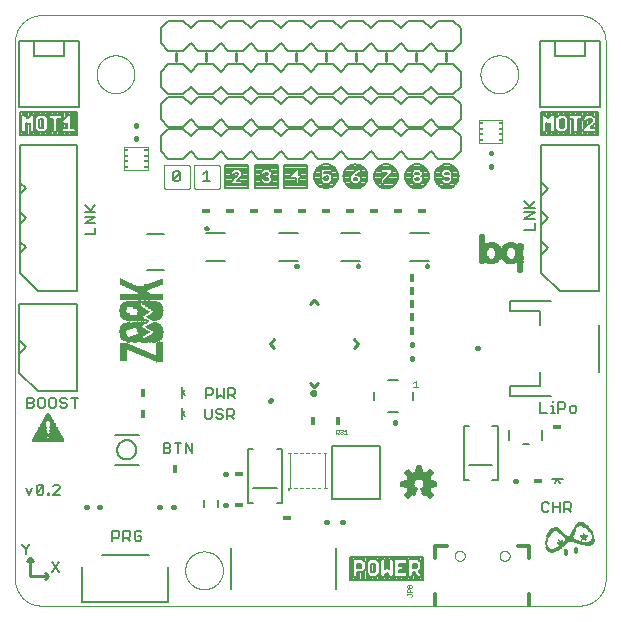
<source format=gto>
G75*
%MOIN*%
%OFA0B0*%
%FSLAX25Y25*%
%IPPOS*%
%LPD*%
%AMOC8*
5,1,8,0,0,1.08239X$1,22.5*
%
%ADD10C,0.00600*%
%ADD11C,0.00197*%
%ADD12C,0.00000*%
%ADD13C,0.01000*%
%ADD14C,0.00400*%
%ADD15C,0.00276*%
%ADD16C,0.00909*%
%ADD17C,0.00800*%
%ADD18R,0.02800X0.01600*%
%ADD19C,0.01600*%
%ADD20C,0.00394*%
%ADD21R,0.01181X0.00984*%
%ADD22C,0.00500*%
%ADD23C,0.01181*%
%ADD24C,0.00300*%
%ADD25R,0.01600X0.02800*%
%ADD26C,0.00591*%
%ADD27R,0.03000X0.01800*%
%ADD28R,0.00080X0.00080*%
%ADD29R,0.00080X0.01680*%
%ADD30R,0.00080X0.02400*%
%ADD31R,0.00080X0.06080*%
%ADD32R,0.00080X0.02880*%
%ADD33R,0.00080X0.01840*%
%ADD34R,0.00080X0.01920*%
%ADD35R,0.00080X0.06320*%
%ADD36R,0.00080X0.03280*%
%ADD37R,0.00080X0.02000*%
%ADD38R,0.00080X0.02080*%
%ADD39R,0.00080X0.06400*%
%ADD40R,0.00080X0.03600*%
%ADD41R,0.00080X0.02160*%
%ADD42R,0.00080X0.02240*%
%ADD43R,0.00080X0.06480*%
%ADD44R,0.00080X0.03840*%
%ADD45R,0.00080X0.03840*%
%ADD46R,0.00080X0.04160*%
%ADD47R,0.00080X0.02320*%
%ADD48R,0.00080X0.06560*%
%ADD49R,0.00080X0.04320*%
%ADD50R,0.00080X0.04320*%
%ADD51R,0.00080X0.04560*%
%ADD52R,0.00080X0.04800*%
%ADD53R,0.00080X0.04960*%
%ADD54R,0.00080X0.05120*%
%ADD55R,0.00080X0.05120*%
%ADD56R,0.00080X0.02320*%
%ADD57R,0.00080X0.05280*%
%ADD58R,0.00080X0.05440*%
%ADD59R,0.00080X0.05440*%
%ADD60R,0.00080X0.05600*%
%ADD61R,0.00080X0.05680*%
%ADD62R,0.00080X0.05760*%
%ADD63R,0.00080X0.05920*%
%ADD64R,0.00080X0.05920*%
%ADD65R,0.00080X0.02240*%
%ADD66R,0.00080X0.06160*%
%ADD67R,0.00080X0.06240*%
%ADD68R,0.00080X0.06240*%
%ADD69R,0.00080X0.02480*%
%ADD70R,0.00080X0.06640*%
%ADD71R,0.00080X0.06720*%
%ADD72R,0.00080X0.06720*%
%ADD73R,0.00080X0.03200*%
%ADD74R,0.00080X0.03440*%
%ADD75R,0.00080X0.03120*%
%ADD76R,0.00080X0.02960*%
%ADD77R,0.00080X0.02720*%
%ADD78R,0.00080X0.03040*%
%ADD79R,0.00080X0.02800*%
%ADD80R,0.00080X0.02640*%
%ADD81R,0.00080X0.03120*%
%ADD82R,0.00080X0.02560*%
%ADD83R,0.00080X0.01920*%
%ADD84R,0.00080X0.01760*%
%ADD85R,0.00080X0.02720*%
%ADD86R,0.00080X0.01600*%
%ADD87R,0.00080X0.01840*%
%ADD88R,0.00080X0.01440*%
%ADD89R,0.00080X0.01360*%
%ADD90R,0.00080X0.00160*%
%ADD91R,0.00080X0.01520*%
%ADD92R,0.00080X0.01280*%
%ADD93R,0.00080X0.00320*%
%ADD94R,0.00080X0.01120*%
%ADD95R,0.00080X0.01040*%
%ADD96R,0.00080X0.00400*%
%ADD97R,0.00080X0.00480*%
%ADD98R,0.00080X0.00960*%
%ADD99R,0.00080X0.00640*%
%ADD100R,0.00080X0.01120*%
%ADD101R,0.00080X0.00880*%
%ADD102R,0.00080X0.00560*%
%ADD103R,0.00080X0.00720*%
%ADD104R,0.00080X0.00720*%
%ADD105R,0.00080X0.00800*%
%ADD106R,0.00080X0.00240*%
%ADD107R,0.00080X0.00320*%
%ADD108R,0.00080X0.01200*%
%ADD109R,0.00080X0.00640*%
%ADD110R,0.00080X0.05200*%
%ADD111R,0.00080X0.01520*%
%ADD112R,0.00080X0.05040*%
%ADD113R,0.00080X0.04880*%
%ADD114R,0.00080X0.04720*%
%ADD115R,0.00080X0.04720*%
%ADD116R,0.00080X0.04640*%
%ADD117R,0.00080X0.04480*%
%ADD118R,0.00080X0.04400*%
%ADD119R,0.00080X0.06800*%
%ADD120R,0.00080X0.06000*%
%ADD121R,0.00080X0.06320*%
%ADD122R,0.00080X0.04640*%
%ADD123R,0.00080X0.04000*%
%ADD124R,0.00080X0.03680*%
%ADD125R,0.00080X0.03360*%
%ADD126R,0.00300X0.00060*%
%ADD127R,0.00540X0.00060*%
%ADD128R,0.00720X0.00060*%
%ADD129R,0.00840X0.00060*%
%ADD130R,0.00960X0.00060*%
%ADD131R,0.01020X0.00060*%
%ADD132R,0.01080X0.00060*%
%ADD133R,0.01140X0.00060*%
%ADD134R,0.01200X0.00060*%
%ADD135R,0.01260X0.00060*%
%ADD136R,0.01260X0.00060*%
%ADD137R,0.01320X0.00060*%
%ADD138R,0.00420X0.00060*%
%ADD139R,0.01380X0.00060*%
%ADD140R,0.00600X0.00060*%
%ADD141R,0.01440X0.00060*%
%ADD142R,0.00780X0.00060*%
%ADD143R,0.01440X0.00060*%
%ADD144R,0.00900X0.00060*%
%ADD145R,0.00960X0.00060*%
%ADD146R,0.01020X0.00060*%
%ADD147R,0.01020X0.00060*%
%ADD148R,0.01200X0.00060*%
%ADD149R,0.01800X0.00060*%
%ADD150R,0.02100X0.00060*%
%ADD151R,0.02340X0.00060*%
%ADD152R,0.01380X0.00060*%
%ADD153R,0.02580X0.00060*%
%ADD154R,0.02760X0.00060*%
%ADD155R,0.01380X0.00060*%
%ADD156R,0.01380X0.00060*%
%ADD157R,0.02940X0.00060*%
%ADD158R,0.01320X0.00060*%
%ADD159R,0.03120X0.00060*%
%ADD160R,0.03300X0.00060*%
%ADD161R,0.03480X0.00060*%
%ADD162R,0.03660X0.00060*%
%ADD163R,0.01140X0.00060*%
%ADD164R,0.03780X0.00060*%
%ADD165R,0.03900X0.00060*%
%ADD166R,0.04080X0.00060*%
%ADD167R,0.00900X0.00060*%
%ADD168R,0.04140X0.00060*%
%ADD169R,0.04320X0.00060*%
%ADD170R,0.00660X0.00060*%
%ADD171R,0.01680X0.00060*%
%ADD172R,0.02400X0.00060*%
%ADD173R,0.00480X0.00060*%
%ADD174R,0.02160X0.00060*%
%ADD175R,0.00120X0.00060*%
%ADD176R,0.01980X0.00060*%
%ADD177R,0.01260X0.00060*%
%ADD178R,0.01920X0.00060*%
%ADD179R,0.01140X0.00060*%
%ADD180R,0.01860X0.00060*%
%ADD181R,0.01860X0.00060*%
%ADD182R,0.01080X0.00060*%
%ADD183R,0.01740X0.00060*%
%ADD184R,0.00960X0.00060*%
%ADD185R,0.01680X0.00060*%
%ADD186R,0.01620X0.00060*%
%ADD187R,0.00780X0.00060*%
%ADD188R,0.01620X0.00060*%
%ADD189R,0.00660X0.00060*%
%ADD190R,0.00420X0.00060*%
%ADD191R,0.01560X0.00060*%
%ADD192R,0.01560X0.00060*%
%ADD193R,0.01500X0.00060*%
%ADD194R,0.01560X0.00060*%
%ADD195R,0.00840X0.00060*%
%ADD196R,0.01620X0.00060*%
%ADD197R,0.00840X0.00060*%
%ADD198R,0.01920X0.00060*%
%ADD199R,0.00780X0.00060*%
%ADD200R,0.02040X0.00060*%
%ADD201R,0.02460X0.00060*%
%ADD202R,0.02880X0.00060*%
%ADD203R,0.02220X0.00060*%
%ADD204R,0.03240X0.00060*%
%ADD205R,0.02340X0.00060*%
%ADD206R,0.03600X0.00060*%
%ADD207R,0.02580X0.00060*%
%ADD208R,0.00780X0.00060*%
%ADD209R,0.04200X0.00060*%
%ADD210R,0.03000X0.00060*%
%ADD211R,0.04500X0.00060*%
%ADD212R,0.03240X0.00060*%
%ADD213R,0.04740X0.00060*%
%ADD214R,0.03420X0.00060*%
%ADD215R,0.04980X0.00060*%
%ADD216R,0.03360X0.00060*%
%ADD217R,0.05160X0.00060*%
%ADD218R,0.05400X0.00060*%
%ADD219R,0.05640X0.00060*%
%ADD220R,0.05820X0.00060*%
%ADD221R,0.06000X0.00060*%
%ADD222R,0.06180X0.00060*%
%ADD223R,0.03480X0.00060*%
%ADD224R,0.02280X0.00060*%
%ADD225R,0.03060X0.00060*%
%ADD226R,0.01740X0.00060*%
%ADD227R,0.02760X0.00060*%
%ADD228R,0.02700X0.00060*%
%ADD229R,0.05280X0.00060*%
%ADD230R,0.00660X0.00060*%
%ADD231R,0.00240X0.00060*%
%ADD232R,0.04260X0.00060*%
%ADD233R,0.00420X0.00060*%
%ADD234R,0.00060X0.00060*%
%ADD235R,0.04080X0.00060*%
%ADD236R,0.01080X0.00060*%
%ADD237R,0.00300X0.00060*%
%ADD238R,0.03840X0.00060*%
%ADD239R,0.00060X0.00060*%
%ADD240R,0.00240X0.00060*%
%ADD241R,0.03720X0.00060*%
%ADD242R,0.00180X0.00060*%
%ADD243R,0.03540X0.00060*%
%ADD244R,0.03360X0.00060*%
%ADD245R,0.00360X0.00060*%
%ADD246R,0.03240X0.00060*%
%ADD247R,0.00420X0.00060*%
%ADD248R,0.03120X0.00060*%
%ADD249R,0.02880X0.00060*%
%ADD250R,0.02880X0.00060*%
%ADD251R,0.02820X0.00060*%
%ADD252R,0.02820X0.00060*%
%ADD253R,0.02820X0.00060*%
%ADD254R,0.03060X0.00060*%
%ADD255R,0.00720X0.00060*%
%ADD256R,0.03120X0.00060*%
%ADD257R,0.01920X0.00060*%
%ADD258R,0.00720X0.00060*%
%ADD259R,0.03180X0.00060*%
%ADD260R,0.02040X0.00060*%
%ADD261R,0.02280X0.00060*%
%ADD262R,0.00960X0.00060*%
%ADD263R,0.02460X0.00060*%
%ADD264R,0.01020X0.00060*%
%ADD265R,0.00720X0.00060*%
%ADD266R,0.01080X0.00060*%
%ADD267R,0.00360X0.00060*%
%ADD268R,0.01140X0.00060*%
%ADD269R,0.01260X0.00060*%
%ADD270R,0.01680X0.00060*%
%ADD271R,0.01740X0.00060*%
%ADD272R,0.02940X0.00060*%
%ADD273R,0.02520X0.00060*%
%ADD274R,0.01320X0.00060*%
%ADD275R,0.01500X0.00060*%
%ADD276R,0.01860X0.00060*%
%ADD277R,0.02160X0.00060*%
%ADD278R,0.04020X0.00060*%
%ADD279R,0.03960X0.00060*%
%ADD280R,0.03720X0.00060*%
%ADD281R,0.03660X0.00060*%
%ADD282R,0.02940X0.00060*%
%ADD283R,0.02640X0.00060*%
%ADD284R,0.02520X0.00060*%
%ADD285R,0.02340X0.00060*%
%ADD286R,0.01980X0.00060*%
%ADD287R,0.02100X0.00060*%
%ADD288R,0.02220X0.00060*%
%ADD289R,0.02580X0.00060*%
%ADD290R,0.02640X0.00060*%
%ADD291R,0.03480X0.00060*%
%ADD292R,0.01800X0.00060*%
%ADD293R,0.03960X0.00060*%
%ADD294R,0.06120X0.00060*%
%ADD295R,0.06180X0.00060*%
%ADD296R,0.06300X0.00060*%
%ADD297R,0.06240X0.00060*%
%ADD298R,0.06360X0.00060*%
%ADD299R,0.06360X0.00060*%
%ADD300R,0.06480X0.00060*%
%ADD301R,0.06480X0.00060*%
%ADD302R,0.06540X0.00060*%
%ADD303R,0.06540X0.00060*%
%ADD304R,0.06600X0.00060*%
%ADD305R,0.06660X0.00060*%
%ADD306R,0.06660X0.00060*%
%ADD307R,0.06720X0.00060*%
%ADD308R,0.06780X0.00060*%
%ADD309R,0.06780X0.00060*%
%ADD310R,0.06840X0.00060*%
%ADD311R,0.06840X0.00060*%
%ADD312R,0.06900X0.00060*%
%ADD313R,0.06960X0.00060*%
%ADD314R,0.06960X0.00060*%
%ADD315R,0.07020X0.00060*%
%ADD316R,0.07020X0.00060*%
%ADD317R,0.07080X0.00060*%
%ADD318R,0.07140X0.00060*%
%ADD319R,0.03660X0.00060*%
%ADD320R,0.03540X0.00060*%
%ADD321R,0.02520X0.00060*%
%ADD322R,0.02460X0.00060*%
%ADD323R,0.03420X0.00060*%
%ADD324R,0.02460X0.00060*%
%ADD325R,0.02400X0.00060*%
%ADD326R,0.04620X0.00060*%
%ADD327R,0.03060X0.00060*%
%ADD328R,0.04500X0.00060*%
%ADD329R,0.03060X0.00060*%
%ADD330R,0.04380X0.00060*%
%ADD331R,0.04260X0.00060*%
%ADD332R,0.04140X0.00060*%
%ADD333R,0.04020X0.00060*%
%ADD334R,0.02760X0.00060*%
%ADD335R,0.02760X0.00060*%
%ADD336R,0.02880X0.00060*%
%ADD337R,0.03000X0.00060*%
%ADD338R,0.04380X0.00060*%
%ADD339R,0.03180X0.00060*%
%ADD340R,0.02520X0.00060*%
%ADD341R,0.02640X0.00060*%
%ADD342R,0.07080X0.00060*%
%ADD343R,0.06900X0.00060*%
%ADD344R,0.06600X0.00060*%
%ADD345R,0.06240X0.00060*%
%ADD346R,0.06180X0.00060*%
%ADD347R,0.04080X0.00060*%
%ADD348R,0.06120X0.00060*%
%ADD349R,0.02160X0.00060*%
%ADD350R,0.02160X0.00060*%
%ADD351R,0.01980X0.00060*%
%ADD352R,0.01320X0.00060*%
%ADD353R,0.09960X0.00020*%
%ADD354R,0.00040X0.00020*%
%ADD355R,0.00020X0.00020*%
%ADD356R,0.10140X0.00020*%
%ADD357R,0.10220X0.00020*%
%ADD358R,0.10240X0.00020*%
%ADD359R,0.10300X0.00020*%
%ADD360R,0.10340X0.00020*%
%ADD361R,0.10360X0.00020*%
%ADD362R,0.10380X0.00020*%
%ADD363R,0.10420X0.00020*%
%ADD364R,0.10440X0.00020*%
%ADD365R,0.10460X0.00020*%
%ADD366R,0.10500X0.00020*%
%ADD367R,0.10520X0.00020*%
%ADD368R,0.10520X0.00020*%
%ADD369R,0.10540X0.00020*%
%ADD370R,0.10560X0.00020*%
%ADD371R,0.10580X0.00020*%
%ADD372R,0.10600X0.00020*%
%ADD373R,0.10600X0.00020*%
%ADD374R,0.10620X0.00020*%
%ADD375R,0.10640X0.00020*%
%ADD376R,0.10640X0.00020*%
%ADD377R,0.10660X0.00020*%
%ADD378R,0.10660X0.00020*%
%ADD379R,0.10620X0.00020*%
%ADD380R,0.10580X0.00020*%
%ADD381R,0.10460X0.00020*%
%ADD382R,0.10400X0.00020*%
%ADD383R,0.10380X0.00020*%
%ADD384R,0.04980X0.00020*%
%ADD385R,0.00020X0.00020*%
%ADD386R,0.05040X0.00020*%
%ADD387R,0.04900X0.00020*%
%ADD388R,0.04960X0.00020*%
%ADD389R,0.04820X0.00020*%
%ADD390R,0.04780X0.00020*%
%ADD391R,0.04840X0.00020*%
%ADD392R,0.04740X0.00020*%
%ADD393R,0.04760X0.00020*%
%ADD394R,0.04700X0.00020*%
%ADD395R,0.04740X0.00020*%
%ADD396R,0.04640X0.00020*%
%ADD397R,0.04720X0.00020*%
%ADD398R,0.04620X0.00020*%
%ADD399R,0.04660X0.00020*%
%ADD400R,0.04580X0.00020*%
%ADD401R,0.04620X0.00020*%
%ADD402R,0.04560X0.00020*%
%ADD403R,0.04600X0.00020*%
%ADD404R,0.04520X0.00020*%
%ADD405R,0.04560X0.00020*%
%ADD406R,0.04480X0.00020*%
%ADD407R,0.04540X0.00020*%
%ADD408R,0.04460X0.00020*%
%ADD409R,0.04520X0.00020*%
%ADD410R,0.04460X0.00020*%
%ADD411R,0.04500X0.00020*%
%ADD412R,0.04420X0.00020*%
%ADD413R,0.04400X0.00020*%
%ADD414R,0.04380X0.00020*%
%ADD415R,0.04440X0.00020*%
%ADD416R,0.04360X0.00020*%
%ADD417R,0.04400X0.00020*%
%ADD418R,0.04340X0.00020*%
%ADD419R,0.04320X0.00020*%
%ADD420R,0.04300X0.00020*%
%ADD421R,0.04360X0.00020*%
%ADD422R,0.04280X0.00020*%
%ADD423R,0.04340X0.00020*%
%ADD424R,0.04300X0.00020*%
%ADD425R,0.04280X0.00020*%
%ADD426R,0.04320X0.00020*%
%ADD427R,0.04240X0.00020*%
%ADD428R,0.04260X0.00020*%
%ADD429R,0.04220X0.00020*%
%ADD430R,0.04220X0.00020*%
%ADD431R,0.04220X0.00020*%
%ADD432R,0.04200X0.00020*%
%ADD433R,0.04200X0.00020*%
%ADD434R,0.04240X0.00020*%
%ADD435R,0.04260X0.00020*%
%ADD436R,0.04240X0.00020*%
%ADD437R,0.04240X0.00020*%
%ADD438R,0.04340X0.00020*%
%ADD439R,0.04320X0.00020*%
%ADD440R,0.04380X0.00020*%
%ADD441R,0.00020X0.00020*%
%ADD442R,0.04540X0.00020*%
%ADD443R,0.09180X0.00020*%
%ADD444R,0.09180X0.00020*%
%ADD445R,0.09140X0.00020*%
%ADD446R,0.09120X0.00020*%
%ADD447R,0.09100X0.00020*%
%ADD448R,0.09100X0.00020*%
%ADD449R,0.09060X0.00020*%
%ADD450R,0.09020X0.00020*%
%ADD451R,0.08980X0.00020*%
%ADD452R,0.08980X0.00020*%
%ADD453R,0.08940X0.00020*%
%ADD454R,0.08920X0.00020*%
%ADD455R,0.08900X0.00020*%
%ADD456R,0.08880X0.00020*%
%ADD457R,0.08860X0.00020*%
%ADD458R,0.08820X0.00020*%
%ADD459R,0.08820X0.00020*%
%ADD460R,0.08780X0.00020*%
%ADD461R,0.08780X0.00020*%
%ADD462R,0.08740X0.00020*%
%ADD463R,0.08740X0.00020*%
%ADD464R,0.08700X0.00020*%
%ADD465R,0.08660X0.00020*%
%ADD466R,0.08660X0.00020*%
%ADD467R,0.08620X0.00020*%
%ADD468R,0.08620X0.00020*%
%ADD469R,0.08580X0.00020*%
%ADD470R,0.08540X0.00020*%
%ADD471R,0.08520X0.00020*%
%ADD472R,0.08500X0.00020*%
%ADD473R,0.04120X0.00020*%
%ADD474R,0.00020X0.00020*%
%ADD475R,0.04040X0.00020*%
%ADD476R,0.04140X0.00020*%
%ADD477R,0.03960X0.00020*%
%ADD478R,0.04060X0.00020*%
%ADD479R,0.03920X0.00020*%
%ADD480R,0.04020X0.00020*%
%ADD481R,0.03880X0.00020*%
%ADD482R,0.03840X0.00020*%
%ADD483R,0.03940X0.00020*%
%ADD484R,0.03800X0.00020*%
%ADD485R,0.03900X0.00020*%
%ADD486R,0.03760X0.00020*%
%ADD487R,0.03860X0.00020*%
%ADD488R,0.03740X0.00020*%
%ADD489R,0.03820X0.00020*%
%ADD490R,0.03720X0.00020*%
%ADD491R,0.03800X0.00020*%
%ADD492R,0.03700X0.00020*%
%ADD493R,0.03780X0.00020*%
%ADD494R,0.03660X0.00020*%
%ADD495R,0.03660X0.00020*%
%ADD496R,0.03720X0.00020*%
%ADD497R,0.03620X0.00020*%
%ADD498R,0.03600X0.00020*%
%ADD499R,0.03680X0.00020*%
%ADD500R,0.03580X0.00020*%
%ADD501R,0.03620X0.00020*%
%ADD502R,0.03540X0.00020*%
%ADD503R,0.03620X0.00020*%
%ADD504R,0.03520X0.00020*%
%ADD505R,0.03600X0.00020*%
%ADD506R,0.03520X0.00020*%
%ADD507R,0.03500X0.00020*%
%ADD508R,0.03460X0.00020*%
%ADD509R,0.03480X0.00020*%
%ADD510R,0.03560X0.00020*%
%ADD511R,0.03520X0.00020*%
%ADD512R,0.03460X0.00020*%
%ADD513R,0.03540X0.00020*%
%ADD514R,0.03420X0.00020*%
%ADD515R,0.03400X0.00020*%
%ADD516R,0.03400X0.00020*%
%ADD517R,0.03480X0.00020*%
%ADD518R,0.03380X0.00020*%
%ADD519R,0.03380X0.00020*%
%ADD520R,0.03360X0.00020*%
%ADD521R,0.03440X0.00020*%
%ADD522R,0.03320X0.00020*%
%ADD523R,0.03420X0.00020*%
%ADD524R,0.03340X0.00020*%
%ADD525R,0.03300X0.00020*%
%ADD526R,0.03320X0.00020*%
%ADD527R,0.03280X0.00020*%
%ADD528R,0.03260X0.00020*%
%ADD529R,0.03360X0.00020*%
%ADD530R,0.03260X0.00020*%
%ADD531R,0.03340X0.00020*%
%ADD532R,0.03340X0.00020*%
%ADD533R,0.03220X0.00020*%
%ADD534R,0.03320X0.00020*%
%ADD535R,0.03220X0.00020*%
%ADD536R,0.03300X0.00020*%
%ADD537R,0.03220X0.00020*%
%ADD538R,0.03200X0.00020*%
%ADD539R,0.03180X0.00020*%
%ADD540R,0.03280X0.00020*%
%ADD541R,0.03180X0.00020*%
%ADD542R,0.03140X0.00020*%
%ADD543R,0.03240X0.00020*%
%ADD544R,0.03140X0.00020*%
%ADD545R,0.03120X0.00020*%
%ADD546R,0.03200X0.00020*%
%ADD547R,0.03100X0.00020*%
%ADD548R,0.03060X0.00020*%
%ADD549R,0.03160X0.00020*%
%ADD550R,0.03080X0.00020*%
%ADD551R,0.03160X0.00020*%
%ADD552R,0.03020X0.00020*%
%ADD553R,0.03040X0.00020*%
%ADD554R,0.03020X0.00020*%
%ADD555R,0.03100X0.00020*%
%ADD556R,0.03000X0.00020*%
%ADD557R,0.02980X0.00020*%
%ADD558R,0.02980X0.00020*%
%ADD559R,0.03060X0.00020*%
%ADD560R,0.02960X0.00020*%
%ADD561R,0.02940X0.00020*%
%ADD562R,0.03020X0.00020*%
%ADD563R,0.02940X0.00020*%
%ADD564R,0.03020X0.00020*%
%ADD565R,0.03000X0.00020*%
%ADD566R,0.02900X0.00020*%
%ADD567R,0.02880X0.00020*%
%ADD568R,0.02960X0.00020*%
%ADD569R,0.02860X0.00020*%
%ADD570R,0.02840X0.00020*%
%ADD571R,0.02940X0.00020*%
%ADD572R,0.02840X0.00020*%
%ADD573R,0.02920X0.00020*%
%ADD574R,0.02820X0.00020*%
%ADD575R,0.02800X0.00020*%
%ADD576R,0.02800X0.00020*%
%ADD577R,0.02780X0.00020*%
%ADD578R,0.02760X0.00020*%
%ADD579R,0.02760X0.00020*%
%ADD580R,0.02820X0.00020*%
%ADD581R,0.02740X0.00020*%
%ADD582R,0.02840X0.00020*%
%ADD583R,0.02720X0.00020*%
%ADD584R,0.02720X0.00020*%
%ADD585R,0.02700X0.00020*%
%ADD586R,0.02680X0.00020*%
%ADD587R,0.02780X0.00020*%
%ADD588R,0.02680X0.00020*%
%ADD589R,0.02660X0.00020*%
%ADD590R,0.02740X0.00020*%
%ADD591R,0.02640X0.00020*%
%ADD592R,0.02740X0.00020*%
%ADD593R,0.02640X0.00020*%
%ADD594R,0.02640X0.00020*%
%ADD595R,0.02600X0.00020*%
%ADD596R,0.02600X0.00020*%
%ADD597R,0.02580X0.00020*%
%ADD598R,0.02560X0.00020*%
%ADD599R,0.02560X0.00020*%
%ADD600R,0.02540X0.00020*%
%ADD601R,0.02620X0.00020*%
%ADD602R,0.02540X0.00020*%
%ADD603R,0.02620X0.00020*%
%ADD604R,0.02500X0.00020*%
%ADD605R,0.02520X0.00020*%
%ADD606R,0.02500X0.00020*%
%ADD607R,0.02580X0.00020*%
%ADD608R,0.02480X0.00020*%
%ADD609R,0.02480X0.00020*%
%ADD610R,0.02460X0.00020*%
%ADD611R,0.02440X0.00020*%
%ADD612R,0.02440X0.00020*%
%ADD613R,0.02520X0.00020*%
%ADD614R,0.02420X0.00020*%
%ADD615R,0.02520X0.00020*%
%ADD616R,0.02400X0.00020*%
%ADD617R,0.02380X0.00020*%
%ADD618R,0.02380X0.00020*%
%ADD619R,0.02460X0.00020*%
%ADD620R,0.02360X0.00020*%
%ADD621R,0.02340X0.00020*%
%ADD622R,0.02420X0.00020*%
%ADD623R,0.02320X0.00020*%
%ADD624R,0.02420X0.00020*%
%ADD625R,0.02400X0.00020*%
%ADD626R,0.02320X0.00020*%
%ADD627R,0.02280X0.00020*%
%ADD628R,0.02300X0.00020*%
%ADD629R,0.02360X0.00020*%
%ADD630R,0.02260X0.00020*%
%ADD631R,0.02340X0.00020*%
%ADD632R,0.02240X0.00020*%
%ADD633R,0.02220X0.00020*%
%ADD634R,0.02300X0.00020*%
%ADD635R,0.02200X0.00020*%
%ADD636R,0.02200X0.00020*%
%ADD637R,0.02180X0.00020*%
%ADD638R,0.02260X0.00020*%
%ADD639R,0.02160X0.00020*%
%ADD640R,0.02240X0.00020*%
%ADD641R,0.02140X0.00020*%
%ADD642R,0.02140X0.00020*%
%ADD643R,0.02220X0.00020*%
%ADD644R,0.02100X0.00020*%
%ADD645R,0.02120X0.00020*%
%ADD646R,0.02080X0.00020*%
%ADD647R,0.02080X0.00020*%
%ADD648R,0.02180X0.00020*%
%ADD649R,0.02060X0.00020*%
%ADD650R,0.02060X0.00020*%
%ADD651R,0.02120X0.00020*%
%ADD652R,0.02040X0.00020*%
%ADD653R,0.02020X0.00020*%
%ADD654R,0.02020X0.00020*%
%ADD655R,0.02100X0.00020*%
%ADD656R,0.02000X0.00020*%
%ADD657R,0.01980X0.00020*%
%ADD658R,0.01980X0.00020*%
%ADD659R,0.01960X0.00020*%
%ADD660R,0.02040X0.00020*%
%ADD661R,0.01960X0.00020*%
%ADD662R,0.02040X0.00020*%
%ADD663R,0.01920X0.00020*%
%ADD664R,0.02020X0.00020*%
%ADD665R,0.01940X0.00020*%
%ADD666R,0.02020X0.00020*%
%ADD667R,0.01900X0.00020*%
%ADD668R,0.01880X0.00020*%
%ADD669R,0.01880X0.00020*%
%ADD670R,0.01860X0.00020*%
%ADD671R,0.01840X0.00020*%
%ADD672R,0.01840X0.00020*%
%ADD673R,0.01940X0.00020*%
%ADD674R,0.01820X0.00020*%
%ADD675R,0.01800X0.00020*%
%ADD676R,0.01800X0.00020*%
%ADD677R,0.01780X0.00020*%
%ADD678R,0.01760X0.00020*%
%ADD679R,0.01840X0.00020*%
%ADD680R,0.01740X0.00020*%
%ADD681R,0.01740X0.00020*%
%ADD682R,0.01820X0.00020*%
%ADD683R,0.01720X0.00020*%
%ADD684R,0.01720X0.00020*%
%ADD685R,0.01700X0.00020*%
%ADD686R,0.01780X0.00020*%
%ADD687R,0.01680X0.00020*%
%ADD688R,0.01660X0.00020*%
%ADD689R,0.01640X0.00020*%
%ADD690R,0.01720X0.00020*%
%ADD691R,0.01640X0.00020*%
%ADD692R,0.01620X0.00020*%
%ADD693R,0.01620X0.00020*%
%ADD694R,0.01600X0.00020*%
%ADD695R,0.01680X0.00020*%
%ADD696R,0.01600X0.00020*%
%ADD697R,0.01700X0.00020*%
%ADD698R,0.01580X0.00020*%
%ADD699R,0.01560X0.00020*%
%ADD700R,0.01540X0.00020*%
%ADD701R,0.01540X0.00020*%
%ADD702R,0.01620X0.00020*%
%ADD703R,0.01520X0.00020*%
%ADD704R,0.01500X0.00020*%
%ADD705R,0.01500X0.00020*%
%ADD706R,0.01580X0.00020*%
%ADD707R,0.01480X0.00020*%
%ADD708R,0.01480X0.00020*%
%ADD709R,0.01560X0.00020*%
%ADD710R,0.01460X0.00020*%
%ADD711R,0.01440X0.00020*%
%ADD712R,0.01440X0.00020*%
%ADD713R,0.01520X0.00020*%
%ADD714R,0.01520X0.00020*%
%ADD715R,0.01400X0.00020*%
%ADD716R,0.01420X0.00020*%
%ADD717R,0.01380X0.00020*%
%ADD718R,0.01360X0.00020*%
%ADD719R,0.01460X0.00020*%
%ADD720R,0.01360X0.00020*%
%ADD721R,0.01340X0.00020*%
%ADD722R,0.01420X0.00020*%
%ADD723R,0.01320X0.00020*%
%ADD724R,0.01420X0.00020*%
%ADD725R,0.01320X0.00020*%
%ADD726R,0.01400X0.00020*%
%ADD727R,0.01300X0.00020*%
%ADD728R,0.01380X0.00020*%
%ADD729R,0.01280X0.00020*%
%ADD730R,0.01260X0.00020*%
%ADD731R,0.01280X0.00020*%
%ADD732R,0.01240X0.00020*%
%ADD733R,0.01260X0.00020*%
%ADD734R,0.01340X0.00020*%
%ADD735R,0.01320X0.00020*%
%ADD736R,0.01220X0.00020*%
%ADD737R,0.01220X0.00020*%
%ADD738R,0.01320X0.00020*%
%ADD739R,0.01240X0.00020*%
%ADD740R,0.01300X0.00020*%
%ADD741R,0.01240X0.00020*%
%ADD742R,0.01220X0.00020*%
%ADD743R,0.01440X0.00020*%
%ADD744R,0.03340X0.00020*%
%ADD745R,0.03140X0.00020*%
%ADD746R,0.03140X0.00020*%
%ADD747R,0.02940X0.00020*%
%ADD748R,0.02900X0.00020*%
%ADD749R,0.02820X0.00020*%
%ADD750R,0.02700X0.00020*%
%ADD751R,0.02660X0.00020*%
%ADD752R,0.02620X0.00020*%
%ADD753R,0.02540X0.00020*%
%ADD754R,0.02340X0.00020*%
%ADD755R,0.02320X0.00020*%
%ADD756R,0.02220X0.00020*%
%ADD757R,0.02140X0.00020*%
%ADD758R,0.01940X0.00020*%
%ADD759R,0.01900X0.00020*%
%ADD760R,0.01860X0.00020*%
%ADD761R,0.01740X0.00020*%
%ADD762R,0.01660X0.00020*%
%ADD763R,0.01540X0.00020*%
%ADD764R,0.01540X0.00020*%
%ADD765R,0.01420X0.00020*%
%ADD766R,0.01340X0.00020*%
%ADD767R,0.01200X0.00020*%
%ADD768R,0.01180X0.00020*%
%ADD769R,0.01140X0.00020*%
%ADD770R,0.01120X0.00020*%
%ADD771R,0.01100X0.00020*%
%ADD772R,0.01100X0.00020*%
%ADD773R,0.01060X0.00020*%
%ADD774R,0.01040X0.00020*%
%ADD775R,0.01020X0.00020*%
%ADD776R,0.00980X0.00020*%
%ADD777R,0.00980X0.00020*%
%ADD778R,0.00940X0.00020*%
%ADD779R,0.00920X0.00020*%
%ADD780R,0.00900X0.00020*%
%ADD781R,0.00860X0.00020*%
%ADD782R,0.00820X0.00020*%
%ADD783R,0.00760X0.00020*%
%ADD784R,0.00700X0.00020*%
%ADD785R,0.00660X0.00020*%
%ADD786R,0.00580X0.00020*%
%ADD787R,0.00500X0.00020*%
%ADD788R,0.00420X0.00020*%
%ADD789R,0.00320X0.00020*%
%ADD790R,0.00160X0.00020*%
%ADD791C,0.00100*%
%ADD792C,0.01200*%
D10*
X0038404Y0033482D02*
X0038404Y0034049D01*
X0038404Y0033482D02*
X0039538Y0032348D01*
X0039538Y0030646D01*
X0039538Y0032348D02*
X0040672Y0033482D01*
X0040672Y0034049D01*
X0048404Y0028049D02*
X0050672Y0024646D01*
X0048404Y0024646D02*
X0050672Y0028049D01*
X0068423Y0034946D02*
X0068423Y0038349D01*
X0070124Y0038349D01*
X0070691Y0037782D01*
X0070691Y0036648D01*
X0070124Y0036081D01*
X0068423Y0036081D01*
X0072106Y0036081D02*
X0073807Y0036081D01*
X0074374Y0036648D01*
X0074374Y0037782D01*
X0073807Y0038349D01*
X0072106Y0038349D01*
X0072106Y0034946D01*
X0073240Y0036081D02*
X0074374Y0034946D01*
X0075789Y0035514D02*
X0076356Y0034946D01*
X0077490Y0034946D01*
X0078058Y0035514D01*
X0078058Y0036648D01*
X0076923Y0036648D01*
X0075789Y0037782D02*
X0075789Y0035514D01*
X0075789Y0037782D02*
X0076356Y0038349D01*
X0077490Y0038349D01*
X0078058Y0037782D01*
X0098810Y0046165D02*
X0098810Y0048528D01*
X0103534Y0048528D02*
X0103534Y0046165D01*
X0095107Y0064146D02*
X0095107Y0067549D01*
X0092838Y0067549D02*
X0092838Y0064146D01*
X0095107Y0064146D02*
X0092838Y0067549D01*
X0091424Y0067549D02*
X0089155Y0067549D01*
X0090290Y0067549D02*
X0090290Y0064146D01*
X0087741Y0064714D02*
X0087174Y0064146D01*
X0085472Y0064146D01*
X0085472Y0067549D01*
X0087174Y0067549D01*
X0087741Y0066982D01*
X0087741Y0066415D01*
X0087174Y0065848D01*
X0085472Y0065848D01*
X0087174Y0065848D02*
X0087741Y0065281D01*
X0087741Y0064714D01*
X0099343Y0076194D02*
X0099910Y0075626D01*
X0101044Y0075626D01*
X0101611Y0076194D01*
X0101611Y0079029D01*
X0103026Y0078462D02*
X0103026Y0077895D01*
X0103593Y0077328D01*
X0104727Y0077328D01*
X0105294Y0076761D01*
X0105294Y0076194D01*
X0104727Y0075626D01*
X0103593Y0075626D01*
X0103026Y0076194D01*
X0103026Y0078462D02*
X0103593Y0079029D01*
X0104727Y0079029D01*
X0105294Y0078462D01*
X0106709Y0079029D02*
X0106709Y0075626D01*
X0106709Y0076761D02*
X0108410Y0076761D01*
X0108978Y0077328D01*
X0108978Y0078462D01*
X0108410Y0079029D01*
X0106709Y0079029D01*
X0107843Y0076761D02*
X0108978Y0075626D01*
X0109238Y0082446D02*
X0108103Y0083581D01*
X0108670Y0083581D02*
X0106969Y0083581D01*
X0106969Y0082446D02*
X0106969Y0085849D01*
X0108670Y0085849D01*
X0109238Y0085282D01*
X0109238Y0084148D01*
X0108670Y0083581D01*
X0105555Y0082446D02*
X0105555Y0085849D01*
X0103286Y0085849D02*
X0103286Y0082446D01*
X0104420Y0083581D01*
X0105555Y0082446D01*
X0101871Y0084148D02*
X0101304Y0083581D01*
X0099603Y0083581D01*
X0099603Y0082446D02*
X0099603Y0085849D01*
X0101304Y0085849D01*
X0101871Y0085282D01*
X0101871Y0084148D01*
X0099343Y0079029D02*
X0099343Y0076194D01*
X0056973Y0082749D02*
X0054705Y0082749D01*
X0055839Y0082749D02*
X0055839Y0079346D01*
X0053290Y0079914D02*
X0052723Y0079346D01*
X0051589Y0079346D01*
X0051022Y0079914D01*
X0051589Y0081048D02*
X0052723Y0081048D01*
X0053290Y0080481D01*
X0053290Y0079914D01*
X0051589Y0081048D02*
X0051022Y0081615D01*
X0051022Y0082182D01*
X0051589Y0082749D01*
X0052723Y0082749D01*
X0053290Y0082182D01*
X0049607Y0082182D02*
X0049607Y0079914D01*
X0049040Y0079346D01*
X0047906Y0079346D01*
X0047338Y0079914D01*
X0047338Y0082182D01*
X0047906Y0082749D01*
X0049040Y0082749D01*
X0049607Y0082182D01*
X0045924Y0082182D02*
X0045924Y0079914D01*
X0045357Y0079346D01*
X0044222Y0079346D01*
X0043655Y0079914D01*
X0043655Y0082182D01*
X0044222Y0082749D01*
X0045357Y0082749D01*
X0045924Y0082182D01*
X0042241Y0082182D02*
X0042241Y0081615D01*
X0041674Y0081048D01*
X0039972Y0081048D01*
X0039972Y0082749D02*
X0039972Y0079346D01*
X0041674Y0079346D01*
X0042241Y0079914D01*
X0042241Y0080481D01*
X0041674Y0081048D01*
X0042241Y0082182D02*
X0041674Y0082749D01*
X0039972Y0082749D01*
X0043722Y0053749D02*
X0043155Y0053182D01*
X0043155Y0050914D01*
X0045424Y0053182D01*
X0045424Y0050914D01*
X0044857Y0050346D01*
X0043722Y0050346D01*
X0043155Y0050914D01*
X0041741Y0052615D02*
X0040606Y0050346D01*
X0039472Y0052615D01*
X0043722Y0053749D02*
X0044857Y0053749D01*
X0045424Y0053182D01*
X0046838Y0050914D02*
X0047406Y0050914D01*
X0047406Y0050346D01*
X0046838Y0050346D01*
X0046838Y0050914D01*
X0048680Y0050346D02*
X0050949Y0052615D01*
X0050949Y0053182D01*
X0050381Y0053749D01*
X0049247Y0053749D01*
X0048680Y0053182D01*
X0048680Y0050346D02*
X0050949Y0050346D01*
X0079869Y0125268D02*
X0085479Y0125268D01*
X0085479Y0137425D02*
X0079869Y0137425D01*
X0062672Y0137146D02*
X0062672Y0139415D01*
X0062672Y0140830D02*
X0059269Y0140830D01*
X0062672Y0143098D01*
X0059269Y0143098D01*
X0059269Y0144513D02*
X0062672Y0144513D01*
X0061538Y0144513D02*
X0059269Y0146781D01*
X0060971Y0145080D02*
X0062672Y0146781D01*
X0062672Y0137146D02*
X0059269Y0137146D01*
X0088645Y0155420D02*
X0090980Y0157756D01*
X0090980Y0155420D01*
X0090396Y0154836D01*
X0089228Y0154836D01*
X0088645Y0155420D01*
X0088645Y0157756D01*
X0089228Y0158339D01*
X0090396Y0158339D01*
X0090980Y0157756D01*
X0098685Y0157132D02*
X0099852Y0158299D01*
X0099852Y0154796D01*
X0098685Y0154796D02*
X0101020Y0154796D01*
X0205769Y0148281D02*
X0208038Y0146013D01*
X0207471Y0146580D02*
X0209172Y0148281D01*
X0209172Y0146013D02*
X0205769Y0146013D01*
X0205769Y0144598D02*
X0209172Y0144598D01*
X0205769Y0142330D01*
X0209172Y0142330D01*
X0209172Y0140915D02*
X0209172Y0138646D01*
X0205769Y0138646D01*
X0215222Y0081717D02*
X0215222Y0081149D01*
X0215222Y0080015D02*
X0215222Y0077746D01*
X0214655Y0077746D02*
X0215790Y0077746D01*
X0217111Y0077746D02*
X0217111Y0081149D01*
X0218812Y0081149D01*
X0219379Y0080582D01*
X0219379Y0079448D01*
X0218812Y0078881D01*
X0217111Y0078881D01*
X0215222Y0080015D02*
X0214655Y0080015D01*
X0213241Y0077746D02*
X0210972Y0077746D01*
X0210972Y0081149D01*
X0220794Y0079448D02*
X0220794Y0078314D01*
X0221361Y0077746D01*
X0222495Y0077746D01*
X0223062Y0078314D01*
X0223062Y0079448D01*
X0222495Y0080015D01*
X0221361Y0080015D01*
X0220794Y0079448D01*
X0220790Y0047949D02*
X0221358Y0047382D01*
X0221358Y0046248D01*
X0220790Y0045681D01*
X0219089Y0045681D01*
X0220223Y0045681D02*
X0221358Y0044546D01*
X0219089Y0044546D02*
X0219089Y0047949D01*
X0220790Y0047949D01*
X0217674Y0047949D02*
X0217674Y0044546D01*
X0217674Y0046248D02*
X0215406Y0046248D01*
X0215406Y0047949D02*
X0215406Y0044546D01*
X0213991Y0045114D02*
X0213424Y0044546D01*
X0212290Y0044546D01*
X0211723Y0045114D01*
X0211723Y0047382D01*
X0212290Y0047949D01*
X0213424Y0047949D01*
X0213991Y0047382D01*
D11*
X0036092Y0020644D02*
X0036048Y0020933D01*
X0036018Y0021226D01*
X0035988Y0021520D01*
X0035972Y0021817D01*
X0035972Y0201771D01*
X0035988Y0202068D01*
X0036018Y0202361D01*
X0036048Y0202655D01*
X0036092Y0202944D01*
X0036151Y0203228D01*
X0036209Y0203512D01*
X0036282Y0203791D01*
X0036367Y0204064D01*
X0036453Y0204338D01*
X0036551Y0204606D01*
X0036663Y0204867D01*
X0036774Y0205129D01*
X0036897Y0205384D01*
X0037032Y0205632D01*
X0037167Y0205879D01*
X0037314Y0206120D01*
X0037472Y0206353D01*
X0037629Y0206586D01*
X0037798Y0206811D01*
X0037976Y0207027D01*
X0038155Y0207243D01*
X0038344Y0207451D01*
X0038542Y0207649D01*
X0038740Y0207847D01*
X0038948Y0208036D01*
X0039164Y0208215D01*
X0039381Y0208393D01*
X0039605Y0208562D01*
X0039838Y0208720D01*
X0040071Y0208877D01*
X0040312Y0209024D01*
X0040560Y0209159D01*
X0040808Y0209294D01*
X0041063Y0209418D01*
X0041324Y0209529D01*
X0041585Y0209640D01*
X0041853Y0209738D01*
X0042400Y0209910D01*
X0042680Y0209982D01*
X0042964Y0210041D01*
X0043248Y0210099D01*
X0043537Y0210144D01*
X0044123Y0210204D01*
X0044420Y0210219D01*
X0224374Y0210219D01*
X0224672Y0210204D01*
X0225258Y0210144D01*
X0225547Y0210099D01*
X0225831Y0210041D01*
X0226115Y0209982D01*
X0226394Y0209910D01*
X0226941Y0209738D01*
X0227209Y0209640D01*
X0227471Y0209529D01*
X0227732Y0209418D01*
X0227987Y0209294D01*
X0228483Y0209024D01*
X0228724Y0208877D01*
X0228956Y0208720D01*
X0229189Y0208562D01*
X0229414Y0208393D01*
X0229630Y0208215D01*
X0229847Y0208036D01*
X0230054Y0207847D01*
X0230253Y0207649D01*
X0230451Y0207451D01*
X0230640Y0207243D01*
X0230818Y0207027D01*
X0230997Y0206811D01*
X0231166Y0206586D01*
X0231323Y0206353D01*
X0231481Y0206120D01*
X0231628Y0205879D01*
X0231763Y0205632D01*
X0231898Y0205384D01*
X0232021Y0205129D01*
X0232243Y0204606D01*
X0232342Y0204338D01*
X0232513Y0203791D01*
X0232585Y0203512D01*
X0232644Y0203228D01*
X0232703Y0202944D01*
X0232747Y0202655D01*
X0232777Y0202361D01*
X0232807Y0202068D01*
X0232823Y0201771D01*
X0232823Y0022118D01*
X0232823Y0021817D02*
X0232807Y0021520D01*
X0232777Y0021226D01*
X0232747Y0020933D01*
X0232703Y0020644D01*
X0232644Y0020360D01*
X0232585Y0020076D01*
X0232513Y0019797D01*
X0232428Y0019523D01*
X0232342Y0019250D01*
X0232243Y0018982D01*
X0232132Y0018721D01*
X0232021Y0018459D01*
X0231898Y0018204D01*
X0231628Y0017708D01*
X0231481Y0017468D01*
X0231323Y0017235D01*
X0231166Y0017002D01*
X0230997Y0016777D01*
X0230818Y0016561D01*
X0230640Y0016345D01*
X0230451Y0016137D01*
X0230054Y0015740D01*
X0229847Y0015552D01*
X0229630Y0015373D01*
X0229414Y0015194D01*
X0229189Y0015026D01*
X0228956Y0014868D01*
X0228724Y0014710D01*
X0228483Y0014564D01*
X0227987Y0014294D01*
X0227732Y0014170D01*
X0227471Y0014059D01*
X0227209Y0013948D01*
X0226941Y0013849D01*
X0226394Y0013678D01*
X0226115Y0013606D01*
X0225831Y0013547D01*
X0225547Y0013489D01*
X0225258Y0013444D01*
X0224672Y0013384D01*
X0224374Y0013369D01*
X0044420Y0013369D01*
X0044123Y0013384D01*
X0043537Y0013444D01*
X0043248Y0013489D01*
X0042964Y0013547D01*
X0042680Y0013606D01*
X0042400Y0013678D01*
X0041853Y0013849D01*
X0041585Y0013948D01*
X0041324Y0014059D01*
X0041063Y0014170D01*
X0040808Y0014294D01*
X0040560Y0014429D01*
X0040312Y0014564D01*
X0040071Y0014710D01*
X0039838Y0014868D01*
X0039605Y0015026D01*
X0039381Y0015194D01*
X0039164Y0015373D01*
X0038948Y0015552D01*
X0038740Y0015740D01*
X0038344Y0016137D01*
X0038155Y0016345D01*
X0037976Y0016561D01*
X0037798Y0016777D01*
X0037629Y0017002D01*
X0037472Y0017235D01*
X0037314Y0017468D01*
X0037167Y0017708D01*
X0036897Y0018204D01*
X0036774Y0018459D01*
X0036663Y0018721D01*
X0036551Y0018982D01*
X0036453Y0019250D01*
X0036367Y0019523D01*
X0036282Y0019797D01*
X0036209Y0020076D01*
X0036151Y0020360D01*
X0036092Y0020644D01*
D12*
X0092665Y0025157D02*
X0092667Y0025315D01*
X0092673Y0025473D01*
X0092683Y0025631D01*
X0092697Y0025789D01*
X0092715Y0025946D01*
X0092736Y0026103D01*
X0092762Y0026259D01*
X0092792Y0026415D01*
X0092825Y0026570D01*
X0092863Y0026723D01*
X0092904Y0026876D01*
X0092949Y0027028D01*
X0092998Y0027179D01*
X0093051Y0027328D01*
X0093107Y0027476D01*
X0093167Y0027622D01*
X0093231Y0027767D01*
X0093299Y0027910D01*
X0093370Y0028052D01*
X0093444Y0028192D01*
X0093522Y0028329D01*
X0093604Y0028465D01*
X0093688Y0028599D01*
X0093777Y0028730D01*
X0093868Y0028859D01*
X0093963Y0028986D01*
X0094060Y0029111D01*
X0094161Y0029233D01*
X0094265Y0029352D01*
X0094372Y0029469D01*
X0094482Y0029583D01*
X0094595Y0029694D01*
X0094710Y0029803D01*
X0094828Y0029908D01*
X0094949Y0030010D01*
X0095072Y0030110D01*
X0095198Y0030206D01*
X0095326Y0030299D01*
X0095456Y0030389D01*
X0095589Y0030475D01*
X0095724Y0030559D01*
X0095860Y0030638D01*
X0095999Y0030715D01*
X0096140Y0030787D01*
X0096282Y0030857D01*
X0096426Y0030922D01*
X0096572Y0030984D01*
X0096719Y0031042D01*
X0096868Y0031097D01*
X0097018Y0031148D01*
X0097169Y0031195D01*
X0097321Y0031238D01*
X0097474Y0031277D01*
X0097629Y0031313D01*
X0097784Y0031344D01*
X0097940Y0031372D01*
X0098096Y0031396D01*
X0098253Y0031416D01*
X0098411Y0031432D01*
X0098568Y0031444D01*
X0098727Y0031452D01*
X0098885Y0031456D01*
X0099043Y0031456D01*
X0099201Y0031452D01*
X0099360Y0031444D01*
X0099517Y0031432D01*
X0099675Y0031416D01*
X0099832Y0031396D01*
X0099988Y0031372D01*
X0100144Y0031344D01*
X0100299Y0031313D01*
X0100454Y0031277D01*
X0100607Y0031238D01*
X0100759Y0031195D01*
X0100910Y0031148D01*
X0101060Y0031097D01*
X0101209Y0031042D01*
X0101356Y0030984D01*
X0101502Y0030922D01*
X0101646Y0030857D01*
X0101788Y0030787D01*
X0101929Y0030715D01*
X0102068Y0030638D01*
X0102204Y0030559D01*
X0102339Y0030475D01*
X0102472Y0030389D01*
X0102602Y0030299D01*
X0102730Y0030206D01*
X0102856Y0030110D01*
X0102979Y0030010D01*
X0103100Y0029908D01*
X0103218Y0029803D01*
X0103333Y0029694D01*
X0103446Y0029583D01*
X0103556Y0029469D01*
X0103663Y0029352D01*
X0103767Y0029233D01*
X0103868Y0029111D01*
X0103965Y0028986D01*
X0104060Y0028859D01*
X0104151Y0028730D01*
X0104240Y0028599D01*
X0104324Y0028465D01*
X0104406Y0028329D01*
X0104484Y0028192D01*
X0104558Y0028052D01*
X0104629Y0027910D01*
X0104697Y0027767D01*
X0104761Y0027622D01*
X0104821Y0027476D01*
X0104877Y0027328D01*
X0104930Y0027179D01*
X0104979Y0027028D01*
X0105024Y0026876D01*
X0105065Y0026723D01*
X0105103Y0026570D01*
X0105136Y0026415D01*
X0105166Y0026259D01*
X0105192Y0026103D01*
X0105213Y0025946D01*
X0105231Y0025789D01*
X0105245Y0025631D01*
X0105255Y0025473D01*
X0105261Y0025315D01*
X0105263Y0025157D01*
X0105261Y0024999D01*
X0105255Y0024841D01*
X0105245Y0024683D01*
X0105231Y0024525D01*
X0105213Y0024368D01*
X0105192Y0024211D01*
X0105166Y0024055D01*
X0105136Y0023899D01*
X0105103Y0023744D01*
X0105065Y0023591D01*
X0105024Y0023438D01*
X0104979Y0023286D01*
X0104930Y0023135D01*
X0104877Y0022986D01*
X0104821Y0022838D01*
X0104761Y0022692D01*
X0104697Y0022547D01*
X0104629Y0022404D01*
X0104558Y0022262D01*
X0104484Y0022122D01*
X0104406Y0021985D01*
X0104324Y0021849D01*
X0104240Y0021715D01*
X0104151Y0021584D01*
X0104060Y0021455D01*
X0103965Y0021328D01*
X0103868Y0021203D01*
X0103767Y0021081D01*
X0103663Y0020962D01*
X0103556Y0020845D01*
X0103446Y0020731D01*
X0103333Y0020620D01*
X0103218Y0020511D01*
X0103100Y0020406D01*
X0102979Y0020304D01*
X0102856Y0020204D01*
X0102730Y0020108D01*
X0102602Y0020015D01*
X0102472Y0019925D01*
X0102339Y0019839D01*
X0102204Y0019755D01*
X0102068Y0019676D01*
X0101929Y0019599D01*
X0101788Y0019527D01*
X0101646Y0019457D01*
X0101502Y0019392D01*
X0101356Y0019330D01*
X0101209Y0019272D01*
X0101060Y0019217D01*
X0100910Y0019166D01*
X0100759Y0019119D01*
X0100607Y0019076D01*
X0100454Y0019037D01*
X0100299Y0019001D01*
X0100144Y0018970D01*
X0099988Y0018942D01*
X0099832Y0018918D01*
X0099675Y0018898D01*
X0099517Y0018882D01*
X0099360Y0018870D01*
X0099201Y0018862D01*
X0099043Y0018858D01*
X0098885Y0018858D01*
X0098727Y0018862D01*
X0098568Y0018870D01*
X0098411Y0018882D01*
X0098253Y0018898D01*
X0098096Y0018918D01*
X0097940Y0018942D01*
X0097784Y0018970D01*
X0097629Y0019001D01*
X0097474Y0019037D01*
X0097321Y0019076D01*
X0097169Y0019119D01*
X0097018Y0019166D01*
X0096868Y0019217D01*
X0096719Y0019272D01*
X0096572Y0019330D01*
X0096426Y0019392D01*
X0096282Y0019457D01*
X0096140Y0019527D01*
X0095999Y0019599D01*
X0095860Y0019676D01*
X0095724Y0019755D01*
X0095589Y0019839D01*
X0095456Y0019925D01*
X0095326Y0020015D01*
X0095198Y0020108D01*
X0095072Y0020204D01*
X0094949Y0020304D01*
X0094828Y0020406D01*
X0094710Y0020511D01*
X0094595Y0020620D01*
X0094482Y0020731D01*
X0094372Y0020845D01*
X0094265Y0020962D01*
X0094161Y0021081D01*
X0094060Y0021203D01*
X0093963Y0021328D01*
X0093868Y0021455D01*
X0093777Y0021584D01*
X0093688Y0021715D01*
X0093604Y0021849D01*
X0093522Y0021985D01*
X0093444Y0022122D01*
X0093370Y0022262D01*
X0093299Y0022404D01*
X0093231Y0022547D01*
X0093167Y0022692D01*
X0093107Y0022838D01*
X0093051Y0022986D01*
X0092998Y0023135D01*
X0092949Y0023286D01*
X0092904Y0023438D01*
X0092863Y0023591D01*
X0092825Y0023744D01*
X0092792Y0023899D01*
X0092762Y0024055D01*
X0092736Y0024211D01*
X0092715Y0024368D01*
X0092697Y0024525D01*
X0092683Y0024683D01*
X0092673Y0024841D01*
X0092667Y0024999D01*
X0092665Y0025157D01*
X0182519Y0030008D02*
X0182521Y0030089D01*
X0182527Y0030171D01*
X0182537Y0030252D01*
X0182551Y0030332D01*
X0182568Y0030411D01*
X0182590Y0030490D01*
X0182615Y0030567D01*
X0182644Y0030644D01*
X0182677Y0030718D01*
X0182714Y0030791D01*
X0182753Y0030862D01*
X0182797Y0030931D01*
X0182843Y0030998D01*
X0182893Y0031062D01*
X0182946Y0031124D01*
X0183002Y0031184D01*
X0183060Y0031240D01*
X0183122Y0031294D01*
X0183186Y0031345D01*
X0183252Y0031392D01*
X0183320Y0031436D01*
X0183391Y0031477D01*
X0183463Y0031514D01*
X0183538Y0031548D01*
X0183613Y0031578D01*
X0183691Y0031604D01*
X0183769Y0031627D01*
X0183848Y0031645D01*
X0183928Y0031660D01*
X0184009Y0031671D01*
X0184090Y0031678D01*
X0184172Y0031681D01*
X0184253Y0031680D01*
X0184334Y0031675D01*
X0184415Y0031666D01*
X0184496Y0031653D01*
X0184576Y0031636D01*
X0184654Y0031616D01*
X0184732Y0031591D01*
X0184809Y0031563D01*
X0184884Y0031531D01*
X0184957Y0031496D01*
X0185028Y0031457D01*
X0185098Y0031414D01*
X0185165Y0031369D01*
X0185231Y0031320D01*
X0185293Y0031268D01*
X0185353Y0031212D01*
X0185410Y0031154D01*
X0185465Y0031094D01*
X0185516Y0031030D01*
X0185564Y0030965D01*
X0185609Y0030897D01*
X0185651Y0030827D01*
X0185689Y0030755D01*
X0185724Y0030681D01*
X0185755Y0030606D01*
X0185782Y0030529D01*
X0185805Y0030451D01*
X0185825Y0030372D01*
X0185841Y0030292D01*
X0185853Y0030211D01*
X0185861Y0030130D01*
X0185865Y0030049D01*
X0185865Y0029967D01*
X0185861Y0029886D01*
X0185853Y0029805D01*
X0185841Y0029724D01*
X0185825Y0029644D01*
X0185805Y0029565D01*
X0185782Y0029487D01*
X0185755Y0029410D01*
X0185724Y0029335D01*
X0185689Y0029261D01*
X0185651Y0029189D01*
X0185609Y0029119D01*
X0185564Y0029051D01*
X0185516Y0028986D01*
X0185465Y0028922D01*
X0185410Y0028862D01*
X0185353Y0028804D01*
X0185293Y0028748D01*
X0185231Y0028696D01*
X0185165Y0028647D01*
X0185098Y0028602D01*
X0185029Y0028559D01*
X0184957Y0028520D01*
X0184884Y0028485D01*
X0184809Y0028453D01*
X0184732Y0028425D01*
X0184654Y0028400D01*
X0184576Y0028380D01*
X0184496Y0028363D01*
X0184415Y0028350D01*
X0184334Y0028341D01*
X0184253Y0028336D01*
X0184172Y0028335D01*
X0184090Y0028338D01*
X0184009Y0028345D01*
X0183928Y0028356D01*
X0183848Y0028371D01*
X0183769Y0028389D01*
X0183691Y0028412D01*
X0183613Y0028438D01*
X0183538Y0028468D01*
X0183463Y0028502D01*
X0183391Y0028539D01*
X0183320Y0028580D01*
X0183252Y0028624D01*
X0183186Y0028671D01*
X0183122Y0028722D01*
X0183060Y0028776D01*
X0183002Y0028832D01*
X0182946Y0028892D01*
X0182893Y0028954D01*
X0182843Y0029018D01*
X0182797Y0029085D01*
X0182753Y0029154D01*
X0182714Y0029225D01*
X0182677Y0029298D01*
X0182644Y0029372D01*
X0182615Y0029449D01*
X0182590Y0029526D01*
X0182568Y0029605D01*
X0182551Y0029684D01*
X0182537Y0029764D01*
X0182527Y0029845D01*
X0182521Y0029927D01*
X0182519Y0030008D01*
X0197479Y0030008D02*
X0197481Y0030089D01*
X0197487Y0030171D01*
X0197497Y0030252D01*
X0197511Y0030332D01*
X0197528Y0030411D01*
X0197550Y0030490D01*
X0197575Y0030567D01*
X0197604Y0030644D01*
X0197637Y0030718D01*
X0197674Y0030791D01*
X0197713Y0030862D01*
X0197757Y0030931D01*
X0197803Y0030998D01*
X0197853Y0031062D01*
X0197906Y0031124D01*
X0197962Y0031184D01*
X0198020Y0031240D01*
X0198082Y0031294D01*
X0198146Y0031345D01*
X0198212Y0031392D01*
X0198280Y0031436D01*
X0198351Y0031477D01*
X0198423Y0031514D01*
X0198498Y0031548D01*
X0198573Y0031578D01*
X0198651Y0031604D01*
X0198729Y0031627D01*
X0198808Y0031645D01*
X0198888Y0031660D01*
X0198969Y0031671D01*
X0199050Y0031678D01*
X0199132Y0031681D01*
X0199213Y0031680D01*
X0199294Y0031675D01*
X0199375Y0031666D01*
X0199456Y0031653D01*
X0199536Y0031636D01*
X0199614Y0031616D01*
X0199692Y0031591D01*
X0199769Y0031563D01*
X0199844Y0031531D01*
X0199917Y0031496D01*
X0199988Y0031457D01*
X0200058Y0031414D01*
X0200125Y0031369D01*
X0200191Y0031320D01*
X0200253Y0031268D01*
X0200313Y0031212D01*
X0200370Y0031154D01*
X0200425Y0031094D01*
X0200476Y0031030D01*
X0200524Y0030965D01*
X0200569Y0030897D01*
X0200611Y0030827D01*
X0200649Y0030755D01*
X0200684Y0030681D01*
X0200715Y0030606D01*
X0200742Y0030529D01*
X0200765Y0030451D01*
X0200785Y0030372D01*
X0200801Y0030292D01*
X0200813Y0030211D01*
X0200821Y0030130D01*
X0200825Y0030049D01*
X0200825Y0029967D01*
X0200821Y0029886D01*
X0200813Y0029805D01*
X0200801Y0029724D01*
X0200785Y0029644D01*
X0200765Y0029565D01*
X0200742Y0029487D01*
X0200715Y0029410D01*
X0200684Y0029335D01*
X0200649Y0029261D01*
X0200611Y0029189D01*
X0200569Y0029119D01*
X0200524Y0029051D01*
X0200476Y0028986D01*
X0200425Y0028922D01*
X0200370Y0028862D01*
X0200313Y0028804D01*
X0200253Y0028748D01*
X0200191Y0028696D01*
X0200125Y0028647D01*
X0200058Y0028602D01*
X0199989Y0028559D01*
X0199917Y0028520D01*
X0199844Y0028485D01*
X0199769Y0028453D01*
X0199692Y0028425D01*
X0199614Y0028400D01*
X0199536Y0028380D01*
X0199456Y0028363D01*
X0199375Y0028350D01*
X0199294Y0028341D01*
X0199213Y0028336D01*
X0199132Y0028335D01*
X0199050Y0028338D01*
X0198969Y0028345D01*
X0198888Y0028356D01*
X0198808Y0028371D01*
X0198729Y0028389D01*
X0198651Y0028412D01*
X0198573Y0028438D01*
X0198498Y0028468D01*
X0198423Y0028502D01*
X0198351Y0028539D01*
X0198280Y0028580D01*
X0198212Y0028624D01*
X0198146Y0028671D01*
X0198082Y0028722D01*
X0198020Y0028776D01*
X0197962Y0028832D01*
X0197906Y0028892D01*
X0197853Y0028954D01*
X0197803Y0029018D01*
X0197757Y0029085D01*
X0197713Y0029154D01*
X0197674Y0029225D01*
X0197637Y0029298D01*
X0197604Y0029372D01*
X0197575Y0029449D01*
X0197550Y0029526D01*
X0197528Y0029605D01*
X0197511Y0029684D01*
X0197497Y0029764D01*
X0197487Y0029845D01*
X0197481Y0029927D01*
X0197479Y0030008D01*
X0191091Y0190512D02*
X0191093Y0190670D01*
X0191099Y0190828D01*
X0191109Y0190986D01*
X0191123Y0191144D01*
X0191141Y0191301D01*
X0191162Y0191458D01*
X0191188Y0191614D01*
X0191218Y0191770D01*
X0191251Y0191925D01*
X0191289Y0192078D01*
X0191330Y0192231D01*
X0191375Y0192383D01*
X0191424Y0192534D01*
X0191477Y0192683D01*
X0191533Y0192831D01*
X0191593Y0192977D01*
X0191657Y0193122D01*
X0191725Y0193265D01*
X0191796Y0193407D01*
X0191870Y0193547D01*
X0191948Y0193684D01*
X0192030Y0193820D01*
X0192114Y0193954D01*
X0192203Y0194085D01*
X0192294Y0194214D01*
X0192389Y0194341D01*
X0192486Y0194466D01*
X0192587Y0194588D01*
X0192691Y0194707D01*
X0192798Y0194824D01*
X0192908Y0194938D01*
X0193021Y0195049D01*
X0193136Y0195158D01*
X0193254Y0195263D01*
X0193375Y0195365D01*
X0193498Y0195465D01*
X0193624Y0195561D01*
X0193752Y0195654D01*
X0193882Y0195744D01*
X0194015Y0195830D01*
X0194150Y0195914D01*
X0194286Y0195993D01*
X0194425Y0196070D01*
X0194566Y0196142D01*
X0194708Y0196212D01*
X0194852Y0196277D01*
X0194998Y0196339D01*
X0195145Y0196397D01*
X0195294Y0196452D01*
X0195444Y0196503D01*
X0195595Y0196550D01*
X0195747Y0196593D01*
X0195900Y0196632D01*
X0196055Y0196668D01*
X0196210Y0196699D01*
X0196366Y0196727D01*
X0196522Y0196751D01*
X0196679Y0196771D01*
X0196837Y0196787D01*
X0196994Y0196799D01*
X0197153Y0196807D01*
X0197311Y0196811D01*
X0197469Y0196811D01*
X0197627Y0196807D01*
X0197786Y0196799D01*
X0197943Y0196787D01*
X0198101Y0196771D01*
X0198258Y0196751D01*
X0198414Y0196727D01*
X0198570Y0196699D01*
X0198725Y0196668D01*
X0198880Y0196632D01*
X0199033Y0196593D01*
X0199185Y0196550D01*
X0199336Y0196503D01*
X0199486Y0196452D01*
X0199635Y0196397D01*
X0199782Y0196339D01*
X0199928Y0196277D01*
X0200072Y0196212D01*
X0200214Y0196142D01*
X0200355Y0196070D01*
X0200494Y0195993D01*
X0200630Y0195914D01*
X0200765Y0195830D01*
X0200898Y0195744D01*
X0201028Y0195654D01*
X0201156Y0195561D01*
X0201282Y0195465D01*
X0201405Y0195365D01*
X0201526Y0195263D01*
X0201644Y0195158D01*
X0201759Y0195049D01*
X0201872Y0194938D01*
X0201982Y0194824D01*
X0202089Y0194707D01*
X0202193Y0194588D01*
X0202294Y0194466D01*
X0202391Y0194341D01*
X0202486Y0194214D01*
X0202577Y0194085D01*
X0202666Y0193954D01*
X0202750Y0193820D01*
X0202832Y0193684D01*
X0202910Y0193547D01*
X0202984Y0193407D01*
X0203055Y0193265D01*
X0203123Y0193122D01*
X0203187Y0192977D01*
X0203247Y0192831D01*
X0203303Y0192683D01*
X0203356Y0192534D01*
X0203405Y0192383D01*
X0203450Y0192231D01*
X0203491Y0192078D01*
X0203529Y0191925D01*
X0203562Y0191770D01*
X0203592Y0191614D01*
X0203618Y0191458D01*
X0203639Y0191301D01*
X0203657Y0191144D01*
X0203671Y0190986D01*
X0203681Y0190828D01*
X0203687Y0190670D01*
X0203689Y0190512D01*
X0203687Y0190354D01*
X0203681Y0190196D01*
X0203671Y0190038D01*
X0203657Y0189880D01*
X0203639Y0189723D01*
X0203618Y0189566D01*
X0203592Y0189410D01*
X0203562Y0189254D01*
X0203529Y0189099D01*
X0203491Y0188946D01*
X0203450Y0188793D01*
X0203405Y0188641D01*
X0203356Y0188490D01*
X0203303Y0188341D01*
X0203247Y0188193D01*
X0203187Y0188047D01*
X0203123Y0187902D01*
X0203055Y0187759D01*
X0202984Y0187617D01*
X0202910Y0187477D01*
X0202832Y0187340D01*
X0202750Y0187204D01*
X0202666Y0187070D01*
X0202577Y0186939D01*
X0202486Y0186810D01*
X0202391Y0186683D01*
X0202294Y0186558D01*
X0202193Y0186436D01*
X0202089Y0186317D01*
X0201982Y0186200D01*
X0201872Y0186086D01*
X0201759Y0185975D01*
X0201644Y0185866D01*
X0201526Y0185761D01*
X0201405Y0185659D01*
X0201282Y0185559D01*
X0201156Y0185463D01*
X0201028Y0185370D01*
X0200898Y0185280D01*
X0200765Y0185194D01*
X0200630Y0185110D01*
X0200494Y0185031D01*
X0200355Y0184954D01*
X0200214Y0184882D01*
X0200072Y0184812D01*
X0199928Y0184747D01*
X0199782Y0184685D01*
X0199635Y0184627D01*
X0199486Y0184572D01*
X0199336Y0184521D01*
X0199185Y0184474D01*
X0199033Y0184431D01*
X0198880Y0184392D01*
X0198725Y0184356D01*
X0198570Y0184325D01*
X0198414Y0184297D01*
X0198258Y0184273D01*
X0198101Y0184253D01*
X0197943Y0184237D01*
X0197786Y0184225D01*
X0197627Y0184217D01*
X0197469Y0184213D01*
X0197311Y0184213D01*
X0197153Y0184217D01*
X0196994Y0184225D01*
X0196837Y0184237D01*
X0196679Y0184253D01*
X0196522Y0184273D01*
X0196366Y0184297D01*
X0196210Y0184325D01*
X0196055Y0184356D01*
X0195900Y0184392D01*
X0195747Y0184431D01*
X0195595Y0184474D01*
X0195444Y0184521D01*
X0195294Y0184572D01*
X0195145Y0184627D01*
X0194998Y0184685D01*
X0194852Y0184747D01*
X0194708Y0184812D01*
X0194566Y0184882D01*
X0194425Y0184954D01*
X0194286Y0185031D01*
X0194150Y0185110D01*
X0194015Y0185194D01*
X0193882Y0185280D01*
X0193752Y0185370D01*
X0193624Y0185463D01*
X0193498Y0185559D01*
X0193375Y0185659D01*
X0193254Y0185761D01*
X0193136Y0185866D01*
X0193021Y0185975D01*
X0192908Y0186086D01*
X0192798Y0186200D01*
X0192691Y0186317D01*
X0192587Y0186436D01*
X0192486Y0186558D01*
X0192389Y0186683D01*
X0192294Y0186810D01*
X0192203Y0186939D01*
X0192114Y0187070D01*
X0192030Y0187204D01*
X0191948Y0187340D01*
X0191870Y0187477D01*
X0191796Y0187617D01*
X0191725Y0187759D01*
X0191657Y0187902D01*
X0191593Y0188047D01*
X0191533Y0188193D01*
X0191477Y0188341D01*
X0191424Y0188490D01*
X0191375Y0188641D01*
X0191330Y0188793D01*
X0191289Y0188946D01*
X0191251Y0189099D01*
X0191218Y0189254D01*
X0191188Y0189410D01*
X0191162Y0189566D01*
X0191141Y0189723D01*
X0191123Y0189880D01*
X0191109Y0190038D01*
X0191099Y0190196D01*
X0191093Y0190354D01*
X0191091Y0190512D01*
X0063138Y0190512D02*
X0063140Y0190670D01*
X0063146Y0190828D01*
X0063156Y0190986D01*
X0063170Y0191144D01*
X0063188Y0191301D01*
X0063209Y0191458D01*
X0063235Y0191614D01*
X0063265Y0191770D01*
X0063298Y0191925D01*
X0063336Y0192078D01*
X0063377Y0192231D01*
X0063422Y0192383D01*
X0063471Y0192534D01*
X0063524Y0192683D01*
X0063580Y0192831D01*
X0063640Y0192977D01*
X0063704Y0193122D01*
X0063772Y0193265D01*
X0063843Y0193407D01*
X0063917Y0193547D01*
X0063995Y0193684D01*
X0064077Y0193820D01*
X0064161Y0193954D01*
X0064250Y0194085D01*
X0064341Y0194214D01*
X0064436Y0194341D01*
X0064533Y0194466D01*
X0064634Y0194588D01*
X0064738Y0194707D01*
X0064845Y0194824D01*
X0064955Y0194938D01*
X0065068Y0195049D01*
X0065183Y0195158D01*
X0065301Y0195263D01*
X0065422Y0195365D01*
X0065545Y0195465D01*
X0065671Y0195561D01*
X0065799Y0195654D01*
X0065929Y0195744D01*
X0066062Y0195830D01*
X0066197Y0195914D01*
X0066333Y0195993D01*
X0066472Y0196070D01*
X0066613Y0196142D01*
X0066755Y0196212D01*
X0066899Y0196277D01*
X0067045Y0196339D01*
X0067192Y0196397D01*
X0067341Y0196452D01*
X0067491Y0196503D01*
X0067642Y0196550D01*
X0067794Y0196593D01*
X0067947Y0196632D01*
X0068102Y0196668D01*
X0068257Y0196699D01*
X0068413Y0196727D01*
X0068569Y0196751D01*
X0068726Y0196771D01*
X0068884Y0196787D01*
X0069041Y0196799D01*
X0069200Y0196807D01*
X0069358Y0196811D01*
X0069516Y0196811D01*
X0069674Y0196807D01*
X0069833Y0196799D01*
X0069990Y0196787D01*
X0070148Y0196771D01*
X0070305Y0196751D01*
X0070461Y0196727D01*
X0070617Y0196699D01*
X0070772Y0196668D01*
X0070927Y0196632D01*
X0071080Y0196593D01*
X0071232Y0196550D01*
X0071383Y0196503D01*
X0071533Y0196452D01*
X0071682Y0196397D01*
X0071829Y0196339D01*
X0071975Y0196277D01*
X0072119Y0196212D01*
X0072261Y0196142D01*
X0072402Y0196070D01*
X0072541Y0195993D01*
X0072677Y0195914D01*
X0072812Y0195830D01*
X0072945Y0195744D01*
X0073075Y0195654D01*
X0073203Y0195561D01*
X0073329Y0195465D01*
X0073452Y0195365D01*
X0073573Y0195263D01*
X0073691Y0195158D01*
X0073806Y0195049D01*
X0073919Y0194938D01*
X0074029Y0194824D01*
X0074136Y0194707D01*
X0074240Y0194588D01*
X0074341Y0194466D01*
X0074438Y0194341D01*
X0074533Y0194214D01*
X0074624Y0194085D01*
X0074713Y0193954D01*
X0074797Y0193820D01*
X0074879Y0193684D01*
X0074957Y0193547D01*
X0075031Y0193407D01*
X0075102Y0193265D01*
X0075170Y0193122D01*
X0075234Y0192977D01*
X0075294Y0192831D01*
X0075350Y0192683D01*
X0075403Y0192534D01*
X0075452Y0192383D01*
X0075497Y0192231D01*
X0075538Y0192078D01*
X0075576Y0191925D01*
X0075609Y0191770D01*
X0075639Y0191614D01*
X0075665Y0191458D01*
X0075686Y0191301D01*
X0075704Y0191144D01*
X0075718Y0190986D01*
X0075728Y0190828D01*
X0075734Y0190670D01*
X0075736Y0190512D01*
X0075734Y0190354D01*
X0075728Y0190196D01*
X0075718Y0190038D01*
X0075704Y0189880D01*
X0075686Y0189723D01*
X0075665Y0189566D01*
X0075639Y0189410D01*
X0075609Y0189254D01*
X0075576Y0189099D01*
X0075538Y0188946D01*
X0075497Y0188793D01*
X0075452Y0188641D01*
X0075403Y0188490D01*
X0075350Y0188341D01*
X0075294Y0188193D01*
X0075234Y0188047D01*
X0075170Y0187902D01*
X0075102Y0187759D01*
X0075031Y0187617D01*
X0074957Y0187477D01*
X0074879Y0187340D01*
X0074797Y0187204D01*
X0074713Y0187070D01*
X0074624Y0186939D01*
X0074533Y0186810D01*
X0074438Y0186683D01*
X0074341Y0186558D01*
X0074240Y0186436D01*
X0074136Y0186317D01*
X0074029Y0186200D01*
X0073919Y0186086D01*
X0073806Y0185975D01*
X0073691Y0185866D01*
X0073573Y0185761D01*
X0073452Y0185659D01*
X0073329Y0185559D01*
X0073203Y0185463D01*
X0073075Y0185370D01*
X0072945Y0185280D01*
X0072812Y0185194D01*
X0072677Y0185110D01*
X0072541Y0185031D01*
X0072402Y0184954D01*
X0072261Y0184882D01*
X0072119Y0184812D01*
X0071975Y0184747D01*
X0071829Y0184685D01*
X0071682Y0184627D01*
X0071533Y0184572D01*
X0071383Y0184521D01*
X0071232Y0184474D01*
X0071080Y0184431D01*
X0070927Y0184392D01*
X0070772Y0184356D01*
X0070617Y0184325D01*
X0070461Y0184297D01*
X0070305Y0184273D01*
X0070148Y0184253D01*
X0069990Y0184237D01*
X0069833Y0184225D01*
X0069674Y0184217D01*
X0069516Y0184213D01*
X0069358Y0184213D01*
X0069200Y0184217D01*
X0069041Y0184225D01*
X0068884Y0184237D01*
X0068726Y0184253D01*
X0068569Y0184273D01*
X0068413Y0184297D01*
X0068257Y0184325D01*
X0068102Y0184356D01*
X0067947Y0184392D01*
X0067794Y0184431D01*
X0067642Y0184474D01*
X0067491Y0184521D01*
X0067341Y0184572D01*
X0067192Y0184627D01*
X0067045Y0184685D01*
X0066899Y0184747D01*
X0066755Y0184812D01*
X0066613Y0184882D01*
X0066472Y0184954D01*
X0066333Y0185031D01*
X0066197Y0185110D01*
X0066062Y0185194D01*
X0065929Y0185280D01*
X0065799Y0185370D01*
X0065671Y0185463D01*
X0065545Y0185559D01*
X0065422Y0185659D01*
X0065301Y0185761D01*
X0065183Y0185866D01*
X0065068Y0185975D01*
X0064955Y0186086D01*
X0064845Y0186200D01*
X0064738Y0186317D01*
X0064634Y0186436D01*
X0064533Y0186558D01*
X0064436Y0186683D01*
X0064341Y0186810D01*
X0064250Y0186939D01*
X0064161Y0187070D01*
X0064077Y0187204D01*
X0063995Y0187340D01*
X0063917Y0187477D01*
X0063843Y0187617D01*
X0063772Y0187759D01*
X0063704Y0187902D01*
X0063640Y0188047D01*
X0063580Y0188193D01*
X0063524Y0188341D01*
X0063471Y0188490D01*
X0063422Y0188641D01*
X0063377Y0188793D01*
X0063336Y0188946D01*
X0063298Y0189099D01*
X0063265Y0189254D01*
X0063235Y0189410D01*
X0063209Y0189566D01*
X0063188Y0189723D01*
X0063170Y0189880D01*
X0063156Y0190038D01*
X0063146Y0190196D01*
X0063140Y0190354D01*
X0063138Y0190512D01*
D13*
X0089672Y0194946D02*
X0089672Y0197446D01*
X0099672Y0197446D02*
X0099672Y0194946D01*
X0109672Y0194946D02*
X0109672Y0197446D01*
X0119672Y0197446D02*
X0119672Y0194946D01*
X0129672Y0194946D02*
X0129672Y0197446D01*
X0139672Y0197446D02*
X0139672Y0194946D01*
X0149672Y0194946D02*
X0149672Y0197446D01*
X0159672Y0197446D02*
X0159672Y0194946D01*
X0169672Y0194946D02*
X0169672Y0197446D01*
X0179672Y0197446D02*
X0179672Y0194946D01*
X0135572Y0115362D02*
X0136964Y0113970D01*
X0135572Y0115362D02*
X0134180Y0113970D01*
X0122349Y0102138D02*
X0120957Y0100746D01*
X0122349Y0099355D01*
X0134180Y0087523D02*
X0135572Y0086131D01*
X0136964Y0087523D01*
X0148796Y0099355D02*
X0150188Y0100746D01*
X0148796Y0102138D01*
X0046972Y0023346D02*
X0045972Y0022346D01*
X0046972Y0023346D02*
X0045972Y0024346D01*
X0046972Y0023346D02*
X0040972Y0023346D01*
X0040972Y0029346D01*
X0041972Y0028346D01*
X0040972Y0029346D02*
X0039972Y0028346D01*
D14*
X0127698Y0052667D02*
X0127694Y0064140D01*
X0139127Y0064115D02*
X0139125Y0052667D01*
X0103672Y0152346D02*
X0096172Y0152346D01*
X0096128Y0152348D01*
X0096085Y0152354D01*
X0096043Y0152363D01*
X0096001Y0152376D01*
X0095961Y0152393D01*
X0095922Y0152413D01*
X0095885Y0152436D01*
X0095851Y0152463D01*
X0095818Y0152492D01*
X0095789Y0152525D01*
X0095762Y0152559D01*
X0095739Y0152596D01*
X0095719Y0152635D01*
X0095702Y0152675D01*
X0095689Y0152717D01*
X0095680Y0152759D01*
X0095674Y0152802D01*
X0095672Y0152846D01*
X0095672Y0159846D01*
X0095674Y0159890D01*
X0095680Y0159933D01*
X0095689Y0159975D01*
X0095702Y0160017D01*
X0095719Y0160057D01*
X0095739Y0160096D01*
X0095762Y0160133D01*
X0095789Y0160167D01*
X0095818Y0160200D01*
X0095851Y0160229D01*
X0095885Y0160256D01*
X0095922Y0160279D01*
X0095961Y0160299D01*
X0096001Y0160316D01*
X0096043Y0160329D01*
X0096085Y0160338D01*
X0096128Y0160344D01*
X0096172Y0160346D01*
X0103672Y0160346D01*
X0103716Y0160344D01*
X0103759Y0160338D01*
X0103801Y0160329D01*
X0103843Y0160316D01*
X0103883Y0160299D01*
X0103922Y0160279D01*
X0103959Y0160256D01*
X0103993Y0160229D01*
X0104026Y0160200D01*
X0104055Y0160167D01*
X0104082Y0160133D01*
X0104105Y0160096D01*
X0104125Y0160057D01*
X0104142Y0160017D01*
X0104155Y0159975D01*
X0104164Y0159933D01*
X0104170Y0159890D01*
X0104172Y0159846D01*
X0104172Y0152846D01*
X0104170Y0152802D01*
X0104164Y0152759D01*
X0104155Y0152717D01*
X0104142Y0152675D01*
X0104125Y0152635D01*
X0104105Y0152596D01*
X0104082Y0152559D01*
X0104055Y0152525D01*
X0104026Y0152492D01*
X0103993Y0152463D01*
X0103959Y0152436D01*
X0103922Y0152413D01*
X0103883Y0152393D01*
X0103843Y0152376D01*
X0103801Y0152363D01*
X0103759Y0152354D01*
X0103716Y0152348D01*
X0103672Y0152346D01*
X0094132Y0152886D02*
X0094132Y0159886D01*
X0094130Y0159930D01*
X0094124Y0159973D01*
X0094115Y0160015D01*
X0094102Y0160057D01*
X0094085Y0160097D01*
X0094065Y0160136D01*
X0094042Y0160173D01*
X0094015Y0160207D01*
X0093986Y0160240D01*
X0093953Y0160269D01*
X0093919Y0160296D01*
X0093882Y0160319D01*
X0093843Y0160339D01*
X0093803Y0160356D01*
X0093761Y0160369D01*
X0093719Y0160378D01*
X0093676Y0160384D01*
X0093632Y0160386D01*
X0086132Y0160386D01*
X0086088Y0160384D01*
X0086045Y0160378D01*
X0086003Y0160369D01*
X0085961Y0160356D01*
X0085921Y0160339D01*
X0085882Y0160319D01*
X0085845Y0160296D01*
X0085811Y0160269D01*
X0085778Y0160240D01*
X0085749Y0160207D01*
X0085722Y0160173D01*
X0085699Y0160136D01*
X0085679Y0160097D01*
X0085662Y0160057D01*
X0085649Y0160015D01*
X0085640Y0159973D01*
X0085634Y0159930D01*
X0085632Y0159886D01*
X0085632Y0152886D01*
X0085634Y0152842D01*
X0085640Y0152799D01*
X0085649Y0152757D01*
X0085662Y0152715D01*
X0085679Y0152675D01*
X0085699Y0152636D01*
X0085722Y0152599D01*
X0085749Y0152565D01*
X0085778Y0152532D01*
X0085811Y0152503D01*
X0085845Y0152476D01*
X0085882Y0152453D01*
X0085921Y0152433D01*
X0085961Y0152416D01*
X0086003Y0152403D01*
X0086045Y0152394D01*
X0086088Y0152388D01*
X0086132Y0152386D01*
X0093632Y0152386D01*
X0093676Y0152388D01*
X0093719Y0152394D01*
X0093761Y0152403D01*
X0093803Y0152416D01*
X0093843Y0152433D01*
X0093882Y0152453D01*
X0093919Y0152476D01*
X0093953Y0152503D01*
X0093986Y0152532D01*
X0094015Y0152565D01*
X0094042Y0152599D01*
X0094065Y0152636D01*
X0094085Y0152675D01*
X0094102Y0152715D01*
X0094115Y0152757D01*
X0094124Y0152799D01*
X0094130Y0152842D01*
X0094132Y0152886D01*
D15*
X0127063Y0064177D02*
X0127859Y0064177D01*
X0129083Y0064172D02*
X0129880Y0064172D01*
X0131034Y0064178D02*
X0131830Y0064178D01*
X0133020Y0064172D02*
X0133817Y0064172D01*
X0134989Y0064172D02*
X0135785Y0064172D01*
X0136963Y0064178D02*
X0137760Y0064178D01*
X0138980Y0064172D02*
X0139776Y0064172D01*
X0139783Y0052618D02*
X0138986Y0052618D01*
X0137760Y0052606D02*
X0136963Y0052606D01*
X0135791Y0052620D02*
X0134995Y0052620D01*
X0133804Y0052635D02*
X0133008Y0052635D01*
X0131836Y0052623D02*
X0131040Y0052623D01*
X0129888Y0052631D02*
X0129092Y0052631D01*
X0127829Y0052613D02*
X0127032Y0052613D01*
D16*
X0127184Y0051770D03*
D17*
X0123209Y0052709D02*
X0115335Y0052709D01*
X0115335Y0047591D02*
X0113564Y0047591D01*
X0113564Y0065702D01*
X0115335Y0065702D01*
X0123209Y0065702D02*
X0124981Y0065702D01*
X0124981Y0047591D01*
X0123209Y0047591D01*
X0147552Y0029726D02*
X0147552Y0022026D01*
X0148352Y0022026D01*
X0148352Y0029726D01*
X0149152Y0029726D01*
X0149152Y0028830D01*
X0148982Y0028830D01*
X0148542Y0028391D01*
X0148542Y0023466D01*
X0148982Y0023026D01*
X0149152Y0023026D01*
X0149152Y0022026D01*
X0148352Y0022026D01*
X0149152Y0022026D02*
X0149952Y0022026D01*
X0149952Y0023376D01*
X0150042Y0023466D01*
X0150042Y0024461D01*
X0150752Y0024461D01*
X0150752Y0022026D01*
X0149952Y0022026D01*
X0150752Y0022026D02*
X0151552Y0022026D01*
X0151552Y0024461D01*
X0151755Y0024461D01*
X0152352Y0025058D01*
X0152352Y0022026D01*
X0151552Y0022026D01*
X0152352Y0022026D02*
X0153152Y0022026D01*
X0153152Y0024177D01*
X0153952Y0023377D01*
X0153952Y0022026D01*
X0153152Y0022026D01*
X0153952Y0022026D02*
X0154752Y0022026D01*
X0154752Y0023026D01*
X0155552Y0023026D01*
X0155552Y0022026D01*
X0154752Y0022026D01*
X0155552Y0022026D02*
X0156352Y0022026D01*
X0156352Y0023026D01*
X0156359Y0023026D01*
X0157152Y0023820D01*
X0157152Y0022026D01*
X0156352Y0022026D01*
X0157152Y0022026D02*
X0157952Y0022026D01*
X0157952Y0023264D01*
X0158190Y0023026D01*
X0158752Y0023026D01*
X0158752Y0022026D01*
X0157952Y0022026D01*
X0158752Y0022026D02*
X0159552Y0022026D01*
X0159552Y0023768D01*
X0159935Y0024150D01*
X0161031Y0023054D01*
X0161058Y0023026D01*
X0161152Y0023026D01*
X0161152Y0022026D01*
X0160352Y0022026D01*
X0160352Y0023733D01*
X0159552Y0023768D02*
X0158811Y0023026D01*
X0158752Y0023026D01*
X0157952Y0023264D02*
X0157750Y0023466D01*
X0157750Y0028391D01*
X0157952Y0028593D01*
X0157952Y0029726D01*
X0158752Y0029726D01*
X0158752Y0028830D01*
X0158190Y0028830D01*
X0157952Y0028593D01*
X0158752Y0028830D02*
X0158811Y0028830D01*
X0159250Y0028391D01*
X0159250Y0025587D01*
X0159552Y0025889D01*
X0159552Y0029726D01*
X0160352Y0029726D01*
X0160352Y0025854D01*
X0160245Y0025961D02*
X0159624Y0025961D01*
X0159552Y0025889D01*
X0160245Y0025961D02*
X0160620Y0025587D01*
X0160620Y0028391D01*
X0161058Y0028830D01*
X0161152Y0028830D01*
X0161152Y0029726D01*
X0161952Y0029726D01*
X0161952Y0028558D01*
X0162119Y0028391D02*
X0161680Y0028830D01*
X0161152Y0028830D01*
X0161152Y0029726D02*
X0160352Y0029726D01*
X0159552Y0029726D02*
X0158752Y0029726D01*
X0157952Y0029726D02*
X0157152Y0029726D01*
X0157152Y0028037D01*
X0157516Y0027674D02*
X0156359Y0028830D01*
X0156352Y0028830D01*
X0156352Y0029726D01*
X0157152Y0029726D01*
X0156352Y0029726D02*
X0155552Y0029726D01*
X0155552Y0028830D01*
X0154752Y0028830D01*
X0154752Y0029726D01*
X0155552Y0029726D01*
X0154752Y0029726D02*
X0153952Y0029726D01*
X0153952Y0028480D01*
X0154303Y0028830D02*
X0154752Y0028830D01*
X0154303Y0028830D02*
X0153586Y0028113D01*
X0153152Y0027680D01*
X0153152Y0029726D01*
X0153952Y0029726D01*
X0153152Y0029726D02*
X0152352Y0029726D01*
X0152352Y0028233D01*
X0151755Y0028830D01*
X0151552Y0028830D01*
X0151552Y0029726D01*
X0152352Y0029726D01*
X0151552Y0029726D02*
X0150752Y0029726D01*
X0150752Y0028830D01*
X0149952Y0028830D01*
X0149952Y0029726D01*
X0150752Y0029726D01*
X0149952Y0029726D02*
X0149152Y0029726D01*
X0148352Y0029726D02*
X0147552Y0029726D01*
X0149152Y0028830D02*
X0149952Y0028830D01*
X0150752Y0028830D02*
X0151552Y0028830D01*
X0152352Y0028233D02*
X0152472Y0028113D01*
X0152912Y0027674D01*
X0152912Y0025618D01*
X0152352Y0025058D01*
X0151552Y0024461D02*
X0150752Y0024461D01*
X0149952Y0023376D02*
X0149603Y0023026D01*
X0149152Y0023026D01*
X0150042Y0025961D02*
X0150042Y0027330D01*
X0150752Y0027330D01*
X0150752Y0025961D01*
X0150042Y0025961D01*
X0150752Y0025961D02*
X0151134Y0025961D01*
X0151412Y0026239D01*
X0151412Y0027052D01*
X0151134Y0027330D01*
X0150752Y0027330D01*
X0153146Y0027674D02*
X0153146Y0024183D01*
X0153152Y0024177D01*
X0153952Y0023377D02*
X0154303Y0023026D01*
X0154752Y0023026D01*
X0155552Y0023026D02*
X0156352Y0023026D01*
X0157152Y0023820D02*
X0157516Y0024183D01*
X0157516Y0027674D01*
X0156016Y0027052D02*
X0156016Y0024804D01*
X0155738Y0024526D01*
X0155552Y0024526D01*
X0155552Y0027330D01*
X0155738Y0027330D01*
X0156016Y0027052D01*
X0155552Y0027330D02*
X0154924Y0027330D01*
X0154752Y0027158D01*
X0154752Y0024698D01*
X0154646Y0024804D01*
X0154646Y0027052D01*
X0154752Y0027158D01*
X0153152Y0027680D02*
X0153146Y0027674D01*
X0155552Y0028830D02*
X0156352Y0028830D01*
X0155552Y0024526D02*
X0154924Y0024526D01*
X0154752Y0024698D01*
X0159552Y0022026D02*
X0160352Y0022026D01*
X0161152Y0022026D02*
X0161952Y0022026D01*
X0161952Y0023298D01*
X0162119Y0023466D02*
X0162119Y0028391D01*
X0162354Y0028391D02*
X0162354Y0023466D01*
X0162752Y0023068D01*
X0162752Y0022026D01*
X0161952Y0022026D01*
X0162752Y0022026D02*
X0163552Y0022026D01*
X0163552Y0023026D01*
X0164352Y0023026D01*
X0164352Y0022026D01*
X0163552Y0022026D01*
X0164352Y0022026D02*
X0165152Y0022026D01*
X0165152Y0023026D01*
X0165952Y0023026D01*
X0165952Y0022026D01*
X0165152Y0022026D01*
X0165952Y0022026D02*
X0166752Y0022026D01*
X0166752Y0029726D01*
X0167552Y0029726D01*
X0167552Y0028830D01*
X0167397Y0028830D01*
X0166958Y0028391D01*
X0166958Y0023466D01*
X0167397Y0023026D01*
X0167552Y0023026D01*
X0167552Y0022026D01*
X0166752Y0022026D01*
X0167552Y0022026D02*
X0168352Y0022026D01*
X0168352Y0023360D01*
X0168458Y0023466D01*
X0168458Y0024461D01*
X0168832Y0024461D01*
X0170266Y0023026D01*
X0170752Y0023026D01*
X0170752Y0022026D01*
X0169952Y0022026D01*
X0169952Y0023341D01*
X0170752Y0023026D02*
X0170888Y0023026D01*
X0171327Y0023466D01*
X0171327Y0024087D01*
X0170562Y0024852D01*
X0171327Y0025618D01*
X0171327Y0027674D01*
X0170888Y0028113D01*
X0170171Y0028830D01*
X0169952Y0028830D01*
X0169952Y0029726D01*
X0170752Y0029726D01*
X0170752Y0028248D01*
X0169952Y0028830D02*
X0169152Y0028830D01*
X0169152Y0029726D01*
X0169952Y0029726D01*
X0169152Y0029726D02*
X0168352Y0029726D01*
X0168352Y0028830D01*
X0167552Y0028830D01*
X0168352Y0028830D02*
X0169152Y0028830D01*
X0168352Y0029726D02*
X0167552Y0029726D01*
X0166752Y0029726D02*
X0165952Y0029726D01*
X0165952Y0028830D01*
X0165152Y0028830D01*
X0165152Y0029726D01*
X0165952Y0029726D01*
X0165152Y0029726D02*
X0164352Y0029726D01*
X0164352Y0028830D01*
X0163552Y0028830D01*
X0163552Y0029726D01*
X0164352Y0029726D01*
X0163552Y0029726D02*
X0162752Y0029726D01*
X0162752Y0028789D01*
X0162354Y0028391D01*
X0162752Y0028789D02*
X0162794Y0028830D01*
X0163552Y0028830D01*
X0164352Y0028830D02*
X0165152Y0028830D01*
X0165952Y0028830D02*
X0166284Y0028830D01*
X0166723Y0028391D01*
X0166723Y0027769D01*
X0166284Y0027330D01*
X0165952Y0027330D01*
X0165952Y0024526D01*
X0165152Y0024526D01*
X0165152Y0025481D01*
X0165289Y0025618D01*
X0165289Y0026239D01*
X0164849Y0026678D01*
X0164352Y0026678D01*
X0164352Y0027330D01*
X0165152Y0027330D01*
X0165152Y0026375D01*
X0164352Y0026678D02*
X0163854Y0026678D01*
X0163854Y0027330D01*
X0164352Y0027330D01*
X0165152Y0027330D02*
X0165952Y0027330D01*
X0165152Y0025481D02*
X0164849Y0025178D01*
X0164352Y0025178D01*
X0164352Y0024526D01*
X0163854Y0024526D01*
X0163854Y0025178D01*
X0164352Y0025178D01*
X0164352Y0024526D02*
X0165152Y0024526D01*
X0165952Y0024526D02*
X0166284Y0024526D01*
X0166723Y0024087D01*
X0166723Y0023466D01*
X0166284Y0023026D01*
X0165952Y0023026D01*
X0165152Y0023026D02*
X0164352Y0023026D01*
X0163552Y0023026D02*
X0162794Y0023026D01*
X0162752Y0023068D01*
X0162119Y0023466D02*
X0161680Y0023026D01*
X0161152Y0023026D01*
X0167552Y0023026D02*
X0168019Y0023026D01*
X0168352Y0023360D01*
X0169152Y0024141D02*
X0169152Y0022026D01*
X0168352Y0022026D01*
X0169152Y0022026D02*
X0169952Y0022026D01*
X0170752Y0022026D02*
X0171552Y0022026D01*
X0171552Y0029726D01*
X0172052Y0029726D01*
X0172052Y0022026D01*
X0171552Y0022026D01*
X0170752Y0024662D02*
X0170752Y0025043D01*
X0169827Y0026239D02*
X0169827Y0027052D01*
X0169549Y0027330D01*
X0169152Y0027330D01*
X0169152Y0025961D01*
X0168458Y0025961D01*
X0168458Y0027330D01*
X0169152Y0027330D01*
X0169827Y0026239D02*
X0169549Y0025961D01*
X0169152Y0025961D01*
X0170752Y0029726D02*
X0171552Y0029726D01*
X0162752Y0029726D02*
X0161952Y0029726D01*
X0185464Y0055291D02*
X0185464Y0073402D01*
X0187235Y0073402D01*
X0195109Y0073402D02*
X0196881Y0073402D01*
X0196881Y0055291D01*
X0195109Y0055291D01*
X0195109Y0060409D02*
X0187235Y0060409D01*
X0187235Y0055291D02*
X0185464Y0055291D01*
X0200572Y0068656D02*
X0200572Y0072037D01*
X0205115Y0067156D02*
X0207229Y0067156D01*
X0211772Y0068656D02*
X0211772Y0072037D01*
X0214735Y0083398D02*
X0200956Y0083398D01*
X0200956Y0086548D01*
X0210798Y0086548D01*
X0210798Y0091272D01*
X0210798Y0107020D02*
X0210798Y0111745D01*
X0200956Y0111745D01*
X0200956Y0114894D01*
X0214735Y0114894D01*
X0230483Y0107020D02*
X0230483Y0091272D01*
X0218483Y0055516D02*
X0216672Y0055516D01*
X0217593Y0054295D01*
X0216672Y0055516D02*
X0214861Y0055516D01*
X0215812Y0054295D02*
X0216572Y0055455D01*
X0172871Y0126547D02*
X0172873Y0126594D01*
X0172879Y0126640D01*
X0172888Y0126686D01*
X0172902Y0126730D01*
X0172919Y0126774D01*
X0172940Y0126815D01*
X0172964Y0126855D01*
X0172991Y0126893D01*
X0173022Y0126928D01*
X0173055Y0126961D01*
X0173091Y0126991D01*
X0173130Y0127017D01*
X0173170Y0127041D01*
X0173212Y0127060D01*
X0173256Y0127077D01*
X0173301Y0127089D01*
X0173347Y0127098D01*
X0173393Y0127103D01*
X0173440Y0127104D01*
X0173486Y0127101D01*
X0173532Y0127094D01*
X0173578Y0127083D01*
X0173622Y0127069D01*
X0173665Y0127051D01*
X0173706Y0127029D01*
X0173746Y0127004D01*
X0173783Y0126976D01*
X0173818Y0126945D01*
X0173850Y0126911D01*
X0173879Y0126874D01*
X0173904Y0126836D01*
X0173927Y0126795D01*
X0173946Y0126752D01*
X0173961Y0126708D01*
X0173973Y0126663D01*
X0173981Y0126617D01*
X0173985Y0126570D01*
X0173985Y0126524D01*
X0173981Y0126477D01*
X0173973Y0126431D01*
X0173961Y0126386D01*
X0173946Y0126342D01*
X0173927Y0126299D01*
X0173904Y0126258D01*
X0173879Y0126220D01*
X0173850Y0126183D01*
X0173818Y0126149D01*
X0173783Y0126118D01*
X0173746Y0126090D01*
X0173707Y0126065D01*
X0173665Y0126043D01*
X0173622Y0126025D01*
X0173578Y0126011D01*
X0173532Y0126000D01*
X0173486Y0125993D01*
X0173440Y0125990D01*
X0173393Y0125991D01*
X0173347Y0125996D01*
X0173301Y0126005D01*
X0173256Y0126017D01*
X0173212Y0126034D01*
X0173170Y0126053D01*
X0173130Y0126077D01*
X0173091Y0126103D01*
X0173055Y0126133D01*
X0173022Y0126166D01*
X0172991Y0126201D01*
X0172964Y0126239D01*
X0172940Y0126279D01*
X0172919Y0126320D01*
X0172902Y0126364D01*
X0172888Y0126408D01*
X0172879Y0126454D01*
X0172873Y0126500D01*
X0172871Y0126547D01*
X0173822Y0128122D02*
X0167523Y0128122D01*
X0167523Y0137571D02*
X0173822Y0137571D01*
X0170607Y0152567D02*
X0169912Y0152506D01*
X0169218Y0152567D01*
X0168544Y0152748D01*
X0167912Y0153042D01*
X0167341Y0153442D01*
X0166848Y0153935D01*
X0166448Y0154506D01*
X0166154Y0155138D01*
X0165973Y0155812D01*
X0165912Y0156506D01*
X0168492Y0156506D01*
X0168124Y0156140D01*
X0168124Y0155706D01*
X0166001Y0155706D01*
X0165912Y0156506D02*
X0165973Y0157201D01*
X0166154Y0157875D01*
X0166448Y0158506D01*
X0166848Y0159078D01*
X0167341Y0159571D01*
X0167912Y0159971D01*
X0168544Y0160265D01*
X0169218Y0160446D01*
X0169912Y0160506D01*
X0170607Y0160446D01*
X0171280Y0160265D01*
X0171912Y0159971D01*
X0172483Y0159571D01*
X0172976Y0159078D01*
X0173376Y0158506D01*
X0173671Y0157875D01*
X0173852Y0157201D01*
X0173912Y0156506D01*
X0171426Y0156506D01*
X0171425Y0156508D02*
X0171793Y0156877D01*
X0171793Y0157306D01*
X0173823Y0157306D01*
X0173912Y0156506D02*
X0173852Y0155812D01*
X0173671Y0155138D01*
X0173376Y0154506D01*
X0172976Y0153935D01*
X0172483Y0153442D01*
X0171912Y0153042D01*
X0171280Y0152748D01*
X0170607Y0152567D01*
X0170825Y0154056D02*
X0169093Y0154056D01*
X0169043Y0154106D01*
X0166728Y0154106D01*
X0166261Y0154906D02*
X0168243Y0154906D01*
X0168124Y0155025D02*
X0168476Y0154674D01*
X0169043Y0154106D01*
X0169590Y0155256D02*
X0169324Y0155522D01*
X0169324Y0155642D01*
X0169389Y0155706D01*
X0170529Y0155706D01*
X0170593Y0155642D01*
X0170593Y0155522D01*
X0170328Y0155256D01*
X0169590Y0155256D01*
X0169389Y0155706D02*
X0169590Y0155908D01*
X0170328Y0155908D01*
X0170529Y0155706D01*
X0171425Y0156508D02*
X0171442Y0156491D01*
X0171793Y0156140D01*
X0171793Y0155706D01*
X0173823Y0155706D01*
X0173563Y0154906D02*
X0171675Y0154906D01*
X0171786Y0155018D02*
X0171793Y0155025D01*
X0171793Y0155706D01*
X0171786Y0155018D02*
X0171176Y0154408D01*
X0170825Y0154056D01*
X0170875Y0154106D02*
X0173096Y0154106D01*
X0172289Y0153306D02*
X0167535Y0153306D01*
X0168124Y0155025D02*
X0168124Y0155706D01*
X0168492Y0156506D02*
X0168493Y0156508D01*
X0168476Y0156525D01*
X0168124Y0156877D01*
X0168124Y0157306D01*
X0166001Y0157306D01*
X0166261Y0158106D02*
X0168240Y0158106D01*
X0168124Y0157991D02*
X0168124Y0157306D01*
X0168124Y0157991D02*
X0168476Y0158342D01*
X0169040Y0158906D01*
X0166728Y0158906D01*
X0167535Y0159706D02*
X0172289Y0159706D01*
X0173096Y0158906D02*
X0170878Y0158906D01*
X0170825Y0158960D02*
X0169093Y0158960D01*
X0169040Y0158906D01*
X0169590Y0157760D02*
X0169324Y0157494D01*
X0169324Y0157374D01*
X0169392Y0157306D01*
X0170526Y0157306D01*
X0170328Y0157108D01*
X0169590Y0157108D01*
X0169392Y0157306D01*
X0169590Y0157760D02*
X0170328Y0157760D01*
X0170593Y0157494D01*
X0170593Y0157374D01*
X0170526Y0157306D01*
X0171793Y0157306D02*
X0171793Y0157991D01*
X0171442Y0158342D01*
X0170825Y0158960D01*
X0171678Y0158106D02*
X0173563Y0158106D01*
X0175901Y0157306D02*
X0178024Y0157306D01*
X0178024Y0156877D01*
X0178376Y0156525D01*
X0178395Y0156506D01*
X0175812Y0156506D01*
X0175873Y0157201D01*
X0176054Y0157875D01*
X0176348Y0158506D01*
X0176748Y0159078D01*
X0177241Y0159571D01*
X0177812Y0159971D01*
X0178444Y0160265D01*
X0179118Y0160446D01*
X0179812Y0160506D01*
X0180507Y0160446D01*
X0181180Y0160265D01*
X0181812Y0159971D01*
X0182383Y0159571D01*
X0182876Y0159078D01*
X0183276Y0158506D01*
X0183571Y0157875D01*
X0183752Y0157201D01*
X0183812Y0156506D01*
X0181693Y0156506D01*
X0181693Y0157306D01*
X0183723Y0157306D01*
X0183812Y0156506D02*
X0183752Y0155812D01*
X0183571Y0155138D01*
X0183276Y0154506D01*
X0182876Y0153935D01*
X0182383Y0153442D01*
X0181812Y0153042D01*
X0181180Y0152748D01*
X0180507Y0152567D01*
X0179812Y0152506D01*
X0179118Y0152567D01*
X0178444Y0152748D01*
X0177812Y0153042D01*
X0177241Y0153442D01*
X0176748Y0153935D01*
X0176348Y0154506D01*
X0176054Y0155138D01*
X0175873Y0155812D01*
X0175812Y0156506D01*
X0175901Y0155706D02*
X0178209Y0155706D01*
X0178376Y0155874D02*
X0178024Y0155522D01*
X0178024Y0155025D01*
X0178642Y0154408D01*
X0178943Y0154106D01*
X0176628Y0154106D01*
X0176161Y0154906D02*
X0178143Y0154906D01*
X0178376Y0155874D02*
X0178873Y0155874D01*
X0179490Y0155256D01*
X0180228Y0155256D01*
X0180493Y0155522D01*
X0180493Y0155706D01*
X0179040Y0155706D01*
X0178993Y0155908D02*
X0180493Y0155908D01*
X0180493Y0155706D01*
X0181693Y0155706D02*
X0183723Y0155706D01*
X0183463Y0154906D02*
X0181575Y0154906D01*
X0181693Y0155025D02*
X0181693Y0155706D01*
X0181693Y0156506D01*
X0181693Y0157306D02*
X0181693Y0157991D01*
X0181076Y0158608D01*
X0180725Y0158960D01*
X0178993Y0158960D01*
X0178940Y0158906D01*
X0176628Y0158906D01*
X0176161Y0158106D02*
X0178140Y0158106D01*
X0178024Y0157991D02*
X0178024Y0157306D01*
X0178024Y0157991D02*
X0178376Y0158342D01*
X0178940Y0158906D01*
X0179490Y0157760D02*
X0180228Y0157760D01*
X0180493Y0157494D01*
X0180493Y0157306D01*
X0179292Y0157306D01*
X0179224Y0157374D01*
X0179224Y0157494D01*
X0179490Y0157760D01*
X0179292Y0157306D02*
X0179490Y0157108D01*
X0180493Y0157108D01*
X0180493Y0157306D01*
X0181578Y0158106D02*
X0183463Y0158106D01*
X0182996Y0158906D02*
X0180778Y0158906D01*
X0182189Y0159706D02*
X0177435Y0159706D01*
X0177092Y0162383D02*
X0174592Y0164883D01*
X0172092Y0162383D01*
X0167092Y0162383D01*
X0164592Y0164883D01*
X0162092Y0162383D01*
X0157092Y0162383D01*
X0154592Y0164883D01*
X0152092Y0162383D01*
X0147092Y0162383D01*
X0144592Y0164883D01*
X0142092Y0162383D01*
X0137092Y0162383D01*
X0134592Y0164883D01*
X0132092Y0162383D01*
X0127092Y0162383D01*
X0124592Y0164883D01*
X0122092Y0162383D01*
X0117092Y0162383D01*
X0114592Y0164883D01*
X0112092Y0162383D01*
X0107092Y0162383D01*
X0104592Y0164883D01*
X0102092Y0162383D01*
X0097092Y0162383D01*
X0094592Y0164883D01*
X0092092Y0162383D01*
X0087092Y0162383D01*
X0084592Y0164883D01*
X0084592Y0169883D01*
X0087092Y0172383D01*
X0092092Y0172383D01*
X0094592Y0169883D01*
X0097092Y0172383D01*
X0102092Y0172383D01*
X0104592Y0169883D01*
X0107092Y0172383D01*
X0112092Y0172383D01*
X0114592Y0169883D01*
X0117092Y0172383D01*
X0122092Y0172383D01*
X0124592Y0169883D01*
X0127092Y0172383D01*
X0132092Y0172383D01*
X0134592Y0169883D01*
X0137092Y0172383D01*
X0142092Y0172383D01*
X0144592Y0169883D01*
X0147092Y0172383D01*
X0152092Y0172383D01*
X0154592Y0169883D01*
X0157092Y0172383D01*
X0162092Y0172383D01*
X0164592Y0169883D01*
X0167092Y0172383D01*
X0172092Y0172383D01*
X0174592Y0169883D01*
X0177092Y0172383D01*
X0182092Y0172383D01*
X0184592Y0169883D01*
X0184592Y0164883D01*
X0182092Y0162383D01*
X0177092Y0162383D01*
X0178395Y0156506D02*
X0178993Y0155908D01*
X0178943Y0154106D02*
X0178993Y0154056D01*
X0180725Y0154056D01*
X0181076Y0154408D01*
X0181342Y0154674D01*
X0181693Y0155025D01*
X0180775Y0154106D02*
X0182996Y0154106D01*
X0182189Y0153306D02*
X0177435Y0153306D01*
X0163552Y0155812D02*
X0163371Y0155138D01*
X0163076Y0154506D01*
X0162676Y0153935D01*
X0162183Y0153442D01*
X0161612Y0153042D01*
X0160980Y0152748D01*
X0160307Y0152567D01*
X0159612Y0152506D01*
X0158918Y0152567D01*
X0158244Y0152748D01*
X0157612Y0153042D01*
X0157041Y0153442D01*
X0156548Y0153935D01*
X0156148Y0154506D01*
X0155854Y0155138D01*
X0155673Y0155812D01*
X0155612Y0156506D01*
X0158809Y0156506D01*
X0158176Y0155874D02*
X0160062Y0157760D01*
X0158176Y0157760D01*
X0157829Y0158106D01*
X0155961Y0158106D01*
X0155854Y0157875D02*
X0156148Y0158506D01*
X0156548Y0159078D01*
X0157041Y0159571D01*
X0157612Y0159971D01*
X0158244Y0160265D01*
X0158918Y0160446D01*
X0159612Y0160506D01*
X0160307Y0160446D01*
X0160980Y0160265D01*
X0161612Y0159971D01*
X0162183Y0159571D01*
X0162676Y0159078D01*
X0163076Y0158506D01*
X0163371Y0157875D01*
X0163552Y0157201D01*
X0163612Y0156506D01*
X0160506Y0156506D01*
X0161306Y0157306D01*
X0163523Y0157306D01*
X0163612Y0156506D02*
X0163552Y0155812D01*
X0163523Y0155706D02*
X0159706Y0155706D01*
X0160506Y0156506D01*
X0159706Y0155706D02*
X0159024Y0155025D01*
X0159024Y0154906D01*
X0163263Y0154906D01*
X0162796Y0154106D02*
X0158723Y0154106D01*
X0158673Y0154056D02*
X0159024Y0154408D01*
X0159024Y0154906D01*
X0158673Y0154056D02*
X0158176Y0154056D01*
X0158126Y0154106D01*
X0156428Y0154106D01*
X0155961Y0154906D02*
X0157824Y0154906D01*
X0157824Y0154408D01*
X0158126Y0154106D01*
X0157824Y0154906D02*
X0157824Y0155522D01*
X0158176Y0155874D01*
X0158009Y0155706D02*
X0155701Y0155706D01*
X0155612Y0156506D02*
X0155673Y0157201D01*
X0155854Y0157875D01*
X0155701Y0157306D02*
X0159609Y0157306D01*
X0161306Y0157306D02*
X0161493Y0157494D01*
X0161493Y0158106D01*
X0163263Y0158106D01*
X0162796Y0158906D02*
X0161195Y0158906D01*
X0161142Y0158960D01*
X0158176Y0158960D01*
X0158123Y0158906D01*
X0156428Y0158906D01*
X0157235Y0159706D02*
X0161989Y0159706D01*
X0161195Y0158906D02*
X0161493Y0158608D01*
X0161493Y0158106D01*
X0158123Y0158906D02*
X0157824Y0158608D01*
X0157824Y0158111D01*
X0157829Y0158106D01*
X0153352Y0157161D02*
X0153412Y0156466D01*
X0150926Y0156466D01*
X0150676Y0156716D02*
X0151286Y0156106D01*
X0151293Y0156100D01*
X0151293Y0155666D01*
X0153323Y0155666D01*
X0153352Y0155772D02*
X0153171Y0155098D01*
X0152876Y0154466D01*
X0152476Y0153895D01*
X0151983Y0153402D01*
X0151412Y0153002D01*
X0150780Y0152708D01*
X0150107Y0152527D01*
X0149412Y0152466D01*
X0148718Y0152527D01*
X0148044Y0152708D01*
X0147412Y0153002D01*
X0146841Y0153402D01*
X0146348Y0153895D01*
X0145948Y0154466D01*
X0145654Y0155098D01*
X0145473Y0155772D01*
X0145412Y0156466D01*
X0147624Y0156466D01*
X0147624Y0155666D01*
X0145501Y0155666D01*
X0145412Y0156466D02*
X0145473Y0157161D01*
X0145654Y0157835D01*
X0145948Y0158466D01*
X0146348Y0159038D01*
X0146841Y0159531D01*
X0147412Y0159931D01*
X0148044Y0160225D01*
X0148718Y0160406D01*
X0149412Y0160466D01*
X0150107Y0160406D01*
X0150780Y0160225D01*
X0151412Y0159931D01*
X0151983Y0159531D01*
X0152476Y0159038D01*
X0152876Y0158466D01*
X0153171Y0157835D01*
X0153352Y0157161D01*
X0153323Y0157266D02*
X0149929Y0157266D01*
X0151184Y0157894D01*
X0151341Y0158366D01*
X0151119Y0158810D01*
X0150647Y0158967D01*
X0149317Y0158302D01*
X0149211Y0158302D01*
X0149104Y0158196D01*
X0148968Y0158128D01*
X0148935Y0158027D01*
X0148174Y0157266D01*
X0145501Y0157266D01*
X0145761Y0158066D02*
X0148948Y0158066D01*
X0148174Y0157266D02*
X0147624Y0156716D01*
X0147624Y0156466D01*
X0147624Y0155666D02*
X0147624Y0154985D01*
X0148242Y0154368D01*
X0148543Y0154066D01*
X0146228Y0154066D01*
X0145761Y0154866D02*
X0147743Y0154866D01*
X0148543Y0154066D02*
X0148593Y0154016D01*
X0150325Y0154016D01*
X0150676Y0154368D01*
X0150942Y0154634D01*
X0151293Y0154985D01*
X0151293Y0155666D01*
X0151175Y0154866D02*
X0153063Y0154866D01*
X0152596Y0154066D02*
X0150375Y0154066D01*
X0149828Y0155216D02*
X0149090Y0155216D01*
X0148824Y0155482D01*
X0148824Y0155666D01*
X0150029Y0155666D01*
X0150093Y0155602D01*
X0150093Y0155482D01*
X0149828Y0155216D01*
X0150029Y0155666D02*
X0149828Y0155868D01*
X0148824Y0155868D01*
X0148824Y0155666D01*
X0149673Y0157068D02*
X0149815Y0157209D01*
X0149929Y0157266D01*
X0149673Y0157068D02*
X0150325Y0157068D01*
X0150676Y0156716D01*
X0151241Y0158066D02*
X0153063Y0158066D01*
X0152596Y0158866D02*
X0150950Y0158866D01*
X0150445Y0158866D02*
X0146228Y0158866D01*
X0147035Y0159666D02*
X0151789Y0159666D01*
X0153412Y0156466D02*
X0153352Y0155772D01*
X0151789Y0153266D02*
X0147035Y0153266D01*
X0143243Y0154946D02*
X0141355Y0154946D01*
X0141466Y0155058D02*
X0141473Y0155065D01*
X0141473Y0155746D01*
X0143503Y0155746D01*
X0143532Y0155852D02*
X0143351Y0155178D01*
X0143056Y0154546D01*
X0142656Y0153975D01*
X0142163Y0153482D01*
X0141592Y0153082D01*
X0140960Y0152788D01*
X0140287Y0152607D01*
X0139592Y0152546D01*
X0138898Y0152607D01*
X0138224Y0152788D01*
X0137592Y0153082D01*
X0137021Y0153482D01*
X0136528Y0153975D01*
X0136128Y0154546D01*
X0135834Y0155178D01*
X0135653Y0155852D01*
X0135592Y0156546D01*
X0137772Y0156546D01*
X0137757Y0156502D02*
X0137804Y0156406D01*
X0137804Y0156300D01*
X0137911Y0156193D01*
X0137979Y0156057D01*
X0138080Y0156024D01*
X0138156Y0155948D01*
X0138307Y0155948D01*
X0138410Y0155914D01*
X0138156Y0155914D01*
X0137804Y0155562D01*
X0137804Y0155065D01*
X0138773Y0154096D01*
X0140505Y0154096D01*
X0140856Y0154448D01*
X0141466Y0155058D01*
X0141473Y0155746D02*
X0141473Y0156546D01*
X0143592Y0156546D01*
X0143532Y0155852D01*
X0143592Y0156546D02*
X0143532Y0157241D01*
X0143351Y0157915D01*
X0143056Y0158546D01*
X0142656Y0159118D01*
X0142163Y0159611D01*
X0141592Y0160011D01*
X0140960Y0160305D01*
X0140287Y0160486D01*
X0139592Y0160546D01*
X0138898Y0160486D01*
X0138224Y0160305D01*
X0137592Y0160011D01*
X0137021Y0159611D01*
X0136528Y0159118D01*
X0136128Y0158546D01*
X0135834Y0157915D01*
X0135653Y0157241D01*
X0135592Y0156546D01*
X0135681Y0155746D02*
X0137989Y0155746D01*
X0138477Y0155914D02*
X0138546Y0155948D01*
X0138653Y0155948D01*
X0138760Y0156055D01*
X0139781Y0156565D01*
X0140008Y0156565D01*
X0140026Y0156546D01*
X0139743Y0156546D01*
X0140026Y0156546D02*
X0140273Y0156300D01*
X0140273Y0155746D01*
X0138820Y0155746D01*
X0138653Y0155914D02*
X0138477Y0155914D01*
X0138653Y0155914D02*
X0139270Y0155296D01*
X0140008Y0155296D01*
X0140273Y0155562D01*
X0140273Y0155746D01*
X0141473Y0156546D02*
X0141473Y0156796D01*
X0141122Y0157148D01*
X0140505Y0157765D01*
X0139736Y0157765D01*
X0139633Y0157800D01*
X0141122Y0157800D01*
X0141469Y0158146D01*
X0143243Y0158146D01*
X0143503Y0157346D02*
X0140923Y0157346D01*
X0141469Y0158146D02*
X0141473Y0158151D01*
X0141473Y0158648D01*
X0141175Y0158946D01*
X0142776Y0158946D01*
X0141969Y0159746D02*
X0137215Y0159746D01*
X0136408Y0158946D02*
X0138103Y0158946D01*
X0137804Y0158648D01*
X0137804Y0158146D01*
X0135941Y0158146D01*
X0135681Y0157346D02*
X0137804Y0157346D01*
X0137804Y0156645D01*
X0137757Y0156502D01*
X0137804Y0157346D02*
X0137804Y0158146D01*
X0138103Y0158946D02*
X0138156Y0159000D01*
X0141122Y0159000D01*
X0141175Y0158946D01*
X0139566Y0157800D02*
X0139004Y0157800D01*
X0139004Y0157519D01*
X0139284Y0157658D01*
X0139391Y0157765D01*
X0139497Y0157765D01*
X0139566Y0157800D01*
X0137923Y0154946D02*
X0135941Y0154946D01*
X0136408Y0154146D02*
X0138723Y0154146D01*
X0137215Y0153346D02*
X0141969Y0153346D01*
X0142776Y0154146D02*
X0140555Y0154146D01*
X0133292Y0154266D02*
X0130655Y0154266D01*
X0130656Y0154268D02*
X0130656Y0155066D01*
X0133292Y0155066D01*
X0133292Y0154266D01*
X0133292Y0153466D01*
X0125592Y0153466D01*
X0125592Y0154266D01*
X0129458Y0154266D01*
X0129808Y0153916D01*
X0130305Y0153916D01*
X0130656Y0154268D01*
X0130656Y0155066D02*
X0130656Y0155768D01*
X0130922Y0155768D01*
X0131020Y0155866D01*
X0133292Y0155866D01*
X0133292Y0155066D01*
X0133292Y0155866D02*
X0133292Y0156666D01*
X0131223Y0156666D01*
X0130922Y0156968D01*
X0130656Y0156968D01*
X0130656Y0157466D01*
X0133292Y0157466D01*
X0133292Y0156666D01*
X0133292Y0157466D02*
X0133292Y0158266D01*
X0130656Y0158266D01*
X0130656Y0158468D01*
X0130305Y0158820D01*
X0129808Y0158820D01*
X0129456Y0158468D01*
X0127637Y0156648D01*
X0127604Y0156616D01*
X0127604Y0156120D01*
X0127858Y0155866D01*
X0125592Y0155866D01*
X0125592Y0156666D01*
X0127654Y0156666D01*
X0127858Y0155866D02*
X0127956Y0155768D01*
X0129456Y0155768D01*
X0129456Y0155066D01*
X0125592Y0155066D01*
X0125592Y0155866D01*
X0125592Y0155066D02*
X0125592Y0154266D01*
X0125592Y0153466D02*
X0125592Y0152666D01*
X0133292Y0152666D01*
X0133292Y0153466D01*
X0131020Y0155866D02*
X0131273Y0156120D01*
X0131273Y0156616D01*
X0131223Y0156666D01*
X0130656Y0157466D02*
X0130656Y0158266D01*
X0129254Y0158266D02*
X0125592Y0158266D01*
X0125592Y0159066D01*
X0133292Y0159066D01*
X0133292Y0158266D01*
X0133292Y0159066D02*
X0133292Y0159866D01*
X0125592Y0159866D01*
X0125592Y0160166D01*
X0133292Y0160166D01*
X0133292Y0159866D01*
X0128454Y0157466D02*
X0125592Y0157466D01*
X0125592Y0158266D01*
X0125592Y0157466D02*
X0125592Y0156666D01*
X0123532Y0156706D02*
X0123532Y0155906D01*
X0121513Y0155906D01*
X0121513Y0156040D01*
X0121162Y0156391D01*
X0121145Y0156408D01*
X0121443Y0156706D01*
X0123532Y0156706D01*
X0123532Y0157506D01*
X0121513Y0157506D01*
X0121513Y0157891D01*
X0121162Y0158242D01*
X0120545Y0158860D01*
X0118813Y0158860D01*
X0118462Y0158508D01*
X0117844Y0157891D01*
X0117844Y0157506D01*
X0115832Y0157506D01*
X0115832Y0158306D01*
X0118260Y0158306D01*
X0117844Y0157506D02*
X0117844Y0157394D01*
X0118196Y0157042D01*
X0118693Y0157042D01*
X0119310Y0157660D01*
X0120048Y0157660D01*
X0120201Y0157506D01*
X0119157Y0157506D01*
X0119431Y0157008D02*
X0119129Y0156706D01*
X0115832Y0156706D01*
X0115832Y0157506D01*
X0115832Y0156706D02*
X0115832Y0155906D01*
X0119332Y0155906D01*
X0119431Y0155808D01*
X0120048Y0155808D01*
X0120313Y0155542D01*
X0120313Y0155422D01*
X0120048Y0155156D01*
X0119310Y0155156D01*
X0118693Y0155774D01*
X0118196Y0155774D01*
X0117844Y0155422D01*
X0117844Y0155106D01*
X0115832Y0155106D01*
X0115832Y0155906D01*
X0115832Y0155106D02*
X0115832Y0154306D01*
X0118463Y0154306D01*
X0118813Y0153956D02*
X0120545Y0153956D01*
X0120896Y0154308D01*
X0121506Y0154918D01*
X0121513Y0154925D01*
X0121513Y0155106D01*
X0123532Y0155106D01*
X0123532Y0154306D01*
X0120895Y0154306D01*
X0121513Y0155106D02*
X0121513Y0155906D01*
X0121443Y0156706D02*
X0121513Y0156777D01*
X0121513Y0157506D01*
X0121098Y0158306D02*
X0123532Y0158306D01*
X0123532Y0157506D01*
X0123532Y0158306D02*
X0123532Y0159106D01*
X0115832Y0159106D01*
X0115832Y0159906D01*
X0123532Y0159906D01*
X0123532Y0159106D01*
X0123532Y0159906D02*
X0123532Y0160206D01*
X0115832Y0160206D01*
X0115832Y0159906D01*
X0115832Y0159106D02*
X0115832Y0158306D01*
X0113612Y0158246D02*
X0113612Y0159046D01*
X0105912Y0159046D01*
X0105912Y0159846D01*
X0113612Y0159846D01*
X0113612Y0159046D01*
X0113612Y0158246D02*
X0111178Y0158246D01*
X0110976Y0158448D02*
X0110625Y0158800D01*
X0108893Y0158800D01*
X0108542Y0158448D01*
X0107924Y0157831D01*
X0107924Y0157446D01*
X0105912Y0157446D01*
X0105912Y0158246D01*
X0108340Y0158246D01*
X0107924Y0157446D02*
X0107924Y0157334D01*
X0108276Y0156982D01*
X0108773Y0156982D01*
X0109390Y0157600D01*
X0110128Y0157600D01*
X0110281Y0157446D01*
X0109237Y0157446D01*
X0109826Y0156646D02*
X0110393Y0157214D01*
X0110393Y0157334D01*
X0110281Y0157446D01*
X0109826Y0156646D02*
X0105912Y0156646D01*
X0105912Y0157446D01*
X0105912Y0156646D02*
X0105912Y0155846D01*
X0109026Y0155846D01*
X0108226Y0155046D01*
X0105912Y0155046D01*
X0105912Y0155846D01*
X0105912Y0155046D02*
X0105912Y0154246D01*
X0107926Y0154246D01*
X0108276Y0153896D01*
X0111242Y0153896D01*
X0111592Y0154246D01*
X0113612Y0154246D01*
X0113612Y0153446D01*
X0105912Y0153446D01*
X0105912Y0154246D01*
X0105912Y0153446D02*
X0105912Y0152646D01*
X0113612Y0152646D01*
X0113612Y0153446D01*
X0113612Y0154246D02*
X0113612Y0155046D01*
X0111292Y0155046D01*
X0111242Y0155096D01*
X0109973Y0155096D01*
X0111242Y0156365D01*
X0111593Y0156717D01*
X0111593Y0157446D01*
X0113612Y0157446D01*
X0113612Y0156646D01*
X0111523Y0156646D01*
X0111593Y0157446D02*
X0111593Y0157831D01*
X0110976Y0158448D01*
X0109826Y0156646D02*
X0109026Y0155846D01*
X0108226Y0155046D02*
X0107924Y0154745D01*
X0107924Y0154248D01*
X0107926Y0154246D01*
X0110723Y0155846D02*
X0113612Y0155846D01*
X0113612Y0155046D01*
X0113612Y0155846D02*
X0113612Y0156646D01*
X0113612Y0157446D02*
X0113612Y0158246D01*
X0113612Y0159846D02*
X0113612Y0160146D01*
X0105912Y0160146D01*
X0105912Y0159846D01*
X0105912Y0159046D02*
X0105912Y0158246D01*
X0111292Y0155046D02*
X0111593Y0154745D01*
X0111593Y0154248D01*
X0111592Y0154246D01*
X0115832Y0154306D02*
X0115832Y0153506D01*
X0123532Y0153506D01*
X0123532Y0152706D01*
X0115832Y0152706D01*
X0115832Y0153506D01*
X0117844Y0154925D02*
X0118813Y0153956D01*
X0117844Y0154925D02*
X0117844Y0155106D01*
X0119079Y0156160D02*
X0119332Y0155906D01*
X0119079Y0156160D02*
X0119079Y0156656D01*
X0119129Y0156706D01*
X0119431Y0157008D02*
X0120048Y0157008D01*
X0120313Y0157274D01*
X0120313Y0157394D01*
X0120201Y0157506D01*
X0123532Y0155906D02*
X0123532Y0155106D01*
X0123532Y0154306D02*
X0123532Y0153506D01*
X0129456Y0154268D02*
X0129458Y0154266D01*
X0129456Y0154268D02*
X0129456Y0155066D01*
X0125592Y0159066D02*
X0125592Y0159866D01*
X0127092Y0173083D02*
X0124592Y0175583D01*
X0122092Y0173083D01*
X0117092Y0173083D01*
X0114592Y0175583D01*
X0112092Y0173083D01*
X0107092Y0173083D01*
X0104592Y0175583D01*
X0102092Y0173083D01*
X0097092Y0173083D01*
X0094592Y0175583D01*
X0092092Y0173083D01*
X0087092Y0173083D01*
X0084592Y0175583D01*
X0084592Y0180583D01*
X0087092Y0183083D01*
X0092092Y0183083D01*
X0094592Y0180583D01*
X0097092Y0183083D01*
X0102092Y0183083D01*
X0104592Y0180583D01*
X0107092Y0183083D01*
X0112092Y0183083D01*
X0114592Y0180583D01*
X0117092Y0183083D01*
X0122092Y0183083D01*
X0124592Y0180583D01*
X0127092Y0183083D01*
X0132092Y0183083D01*
X0134592Y0180583D01*
X0137092Y0183083D01*
X0142092Y0183083D01*
X0144592Y0180583D01*
X0147092Y0183083D01*
X0152092Y0183083D01*
X0154592Y0180583D01*
X0157092Y0183083D01*
X0162092Y0183083D01*
X0164592Y0180583D01*
X0167092Y0183083D01*
X0172092Y0183083D01*
X0174592Y0180583D01*
X0177092Y0183083D01*
X0182092Y0183083D01*
X0184592Y0180583D01*
X0184592Y0175583D01*
X0182092Y0173083D01*
X0177092Y0173083D01*
X0174592Y0175583D01*
X0172092Y0173083D01*
X0167092Y0173083D01*
X0164592Y0175583D01*
X0162092Y0173083D01*
X0157092Y0173083D01*
X0154592Y0175583D01*
X0152092Y0173083D01*
X0147092Y0173083D01*
X0144592Y0175583D01*
X0142092Y0173083D01*
X0137092Y0173083D01*
X0134592Y0175583D01*
X0132092Y0173083D01*
X0127092Y0173083D01*
X0127092Y0183883D02*
X0124592Y0186383D01*
X0122092Y0183883D01*
X0117092Y0183883D01*
X0114592Y0186383D01*
X0112092Y0183883D01*
X0107092Y0183883D01*
X0104592Y0186383D01*
X0102092Y0183883D01*
X0097092Y0183883D01*
X0094592Y0186383D01*
X0092092Y0183883D01*
X0087092Y0183883D01*
X0084592Y0186383D01*
X0084592Y0191383D01*
X0087092Y0193883D01*
X0092092Y0193883D01*
X0094592Y0191383D01*
X0097092Y0193883D01*
X0102092Y0193883D01*
X0104592Y0191383D01*
X0107092Y0193883D01*
X0112092Y0193883D01*
X0114592Y0191383D01*
X0117092Y0193883D01*
X0122092Y0193883D01*
X0124592Y0191383D01*
X0127092Y0193883D01*
X0132092Y0193883D01*
X0134592Y0191383D01*
X0137092Y0193883D01*
X0142092Y0193883D01*
X0144592Y0191383D01*
X0147092Y0193883D01*
X0152092Y0193883D01*
X0154592Y0191383D01*
X0157092Y0193883D01*
X0162092Y0193883D01*
X0164592Y0191383D01*
X0167092Y0193883D01*
X0172092Y0193883D01*
X0174592Y0191383D01*
X0177092Y0193883D01*
X0182092Y0193883D01*
X0184592Y0191383D01*
X0184592Y0186383D01*
X0182092Y0183883D01*
X0177092Y0183883D01*
X0174592Y0186383D01*
X0172092Y0183883D01*
X0167092Y0183883D01*
X0164592Y0186383D01*
X0162092Y0183883D01*
X0157092Y0183883D01*
X0154592Y0186383D01*
X0152092Y0183883D01*
X0147092Y0183883D01*
X0144592Y0186383D01*
X0142092Y0183883D01*
X0137092Y0183883D01*
X0134592Y0186383D01*
X0132092Y0183883D01*
X0127092Y0183883D01*
X0127072Y0198420D02*
X0124572Y0200920D01*
X0122072Y0198420D01*
X0117072Y0198420D01*
X0114572Y0200920D01*
X0112072Y0198420D01*
X0107072Y0198420D01*
X0104572Y0200920D01*
X0102072Y0198420D01*
X0097072Y0198420D01*
X0094572Y0200920D01*
X0092072Y0198420D01*
X0087072Y0198420D01*
X0084572Y0200920D01*
X0084572Y0205920D01*
X0087072Y0208420D01*
X0092072Y0208420D01*
X0094572Y0205920D01*
X0097072Y0208420D01*
X0102072Y0208420D01*
X0104572Y0205920D01*
X0107072Y0208420D01*
X0112072Y0208420D01*
X0114572Y0205920D01*
X0117072Y0208420D01*
X0122072Y0208420D01*
X0124572Y0205920D01*
X0127072Y0208420D01*
X0132072Y0208420D01*
X0134572Y0205920D01*
X0137072Y0208420D01*
X0142072Y0208420D01*
X0144572Y0205920D01*
X0147072Y0208420D01*
X0152072Y0208420D01*
X0154572Y0205920D01*
X0157072Y0208420D01*
X0162072Y0208420D01*
X0164572Y0205920D01*
X0167072Y0208420D01*
X0172072Y0208420D01*
X0174572Y0205920D01*
X0177072Y0208420D01*
X0182072Y0208420D01*
X0184572Y0205920D01*
X0184572Y0200920D01*
X0182072Y0198420D01*
X0177072Y0198420D01*
X0174572Y0200920D01*
X0172072Y0198420D01*
X0167072Y0198420D01*
X0164572Y0200920D01*
X0162072Y0198420D01*
X0157072Y0198420D01*
X0154572Y0200920D01*
X0152072Y0198420D01*
X0147072Y0198420D01*
X0144572Y0200920D01*
X0142072Y0198420D01*
X0137072Y0198420D01*
X0134572Y0200920D01*
X0132072Y0198420D01*
X0127072Y0198420D01*
X0157235Y0153306D02*
X0161989Y0153306D01*
X0150822Y0137571D02*
X0144523Y0137571D01*
X0144523Y0128122D02*
X0150822Y0128122D01*
X0149871Y0126547D02*
X0149873Y0126594D01*
X0149879Y0126640D01*
X0149888Y0126686D01*
X0149902Y0126730D01*
X0149919Y0126774D01*
X0149940Y0126815D01*
X0149964Y0126855D01*
X0149991Y0126893D01*
X0150022Y0126928D01*
X0150055Y0126961D01*
X0150091Y0126991D01*
X0150130Y0127017D01*
X0150170Y0127041D01*
X0150212Y0127060D01*
X0150256Y0127077D01*
X0150301Y0127089D01*
X0150347Y0127098D01*
X0150393Y0127103D01*
X0150440Y0127104D01*
X0150486Y0127101D01*
X0150532Y0127094D01*
X0150578Y0127083D01*
X0150622Y0127069D01*
X0150665Y0127051D01*
X0150706Y0127029D01*
X0150746Y0127004D01*
X0150783Y0126976D01*
X0150818Y0126945D01*
X0150850Y0126911D01*
X0150879Y0126874D01*
X0150904Y0126836D01*
X0150927Y0126795D01*
X0150946Y0126752D01*
X0150961Y0126708D01*
X0150973Y0126663D01*
X0150981Y0126617D01*
X0150985Y0126570D01*
X0150985Y0126524D01*
X0150981Y0126477D01*
X0150973Y0126431D01*
X0150961Y0126386D01*
X0150946Y0126342D01*
X0150927Y0126299D01*
X0150904Y0126258D01*
X0150879Y0126220D01*
X0150850Y0126183D01*
X0150818Y0126149D01*
X0150783Y0126118D01*
X0150746Y0126090D01*
X0150707Y0126065D01*
X0150665Y0126043D01*
X0150622Y0126025D01*
X0150578Y0126011D01*
X0150532Y0126000D01*
X0150486Y0125993D01*
X0150440Y0125990D01*
X0150393Y0125991D01*
X0150347Y0125996D01*
X0150301Y0126005D01*
X0150256Y0126017D01*
X0150212Y0126034D01*
X0150170Y0126053D01*
X0150130Y0126077D01*
X0150091Y0126103D01*
X0150055Y0126133D01*
X0150022Y0126166D01*
X0149991Y0126201D01*
X0149964Y0126239D01*
X0149940Y0126279D01*
X0149919Y0126320D01*
X0149902Y0126364D01*
X0149888Y0126408D01*
X0149879Y0126454D01*
X0149873Y0126500D01*
X0149871Y0126547D01*
X0130322Y0128122D02*
X0124023Y0128122D01*
X0129371Y0126547D02*
X0129373Y0126594D01*
X0129379Y0126640D01*
X0129388Y0126686D01*
X0129402Y0126730D01*
X0129419Y0126774D01*
X0129440Y0126815D01*
X0129464Y0126855D01*
X0129491Y0126893D01*
X0129522Y0126928D01*
X0129555Y0126961D01*
X0129591Y0126991D01*
X0129630Y0127017D01*
X0129670Y0127041D01*
X0129712Y0127060D01*
X0129756Y0127077D01*
X0129801Y0127089D01*
X0129847Y0127098D01*
X0129893Y0127103D01*
X0129940Y0127104D01*
X0129986Y0127101D01*
X0130032Y0127094D01*
X0130078Y0127083D01*
X0130122Y0127069D01*
X0130165Y0127051D01*
X0130206Y0127029D01*
X0130246Y0127004D01*
X0130283Y0126976D01*
X0130318Y0126945D01*
X0130350Y0126911D01*
X0130379Y0126874D01*
X0130404Y0126836D01*
X0130427Y0126795D01*
X0130446Y0126752D01*
X0130461Y0126708D01*
X0130473Y0126663D01*
X0130481Y0126617D01*
X0130485Y0126570D01*
X0130485Y0126524D01*
X0130481Y0126477D01*
X0130473Y0126431D01*
X0130461Y0126386D01*
X0130446Y0126342D01*
X0130427Y0126299D01*
X0130404Y0126258D01*
X0130379Y0126220D01*
X0130350Y0126183D01*
X0130318Y0126149D01*
X0130283Y0126118D01*
X0130246Y0126090D01*
X0130207Y0126065D01*
X0130165Y0126043D01*
X0130122Y0126025D01*
X0130078Y0126011D01*
X0130032Y0126000D01*
X0129986Y0125993D01*
X0129940Y0125990D01*
X0129893Y0125991D01*
X0129847Y0125996D01*
X0129801Y0126005D01*
X0129756Y0126017D01*
X0129712Y0126034D01*
X0129670Y0126053D01*
X0129630Y0126077D01*
X0129591Y0126103D01*
X0129555Y0126133D01*
X0129522Y0126166D01*
X0129491Y0126201D01*
X0129464Y0126239D01*
X0129440Y0126279D01*
X0129419Y0126320D01*
X0129402Y0126364D01*
X0129388Y0126408D01*
X0129379Y0126454D01*
X0129373Y0126500D01*
X0129371Y0126547D01*
X0130322Y0137571D02*
X0124023Y0137571D01*
X0105822Y0137571D02*
X0099523Y0137571D01*
X0099359Y0139146D02*
X0099361Y0139193D01*
X0099367Y0139239D01*
X0099376Y0139285D01*
X0099390Y0139329D01*
X0099407Y0139373D01*
X0099428Y0139414D01*
X0099452Y0139454D01*
X0099479Y0139492D01*
X0099510Y0139527D01*
X0099543Y0139560D01*
X0099579Y0139590D01*
X0099618Y0139616D01*
X0099658Y0139640D01*
X0099700Y0139659D01*
X0099744Y0139676D01*
X0099789Y0139688D01*
X0099835Y0139697D01*
X0099881Y0139702D01*
X0099928Y0139703D01*
X0099974Y0139700D01*
X0100020Y0139693D01*
X0100066Y0139682D01*
X0100110Y0139668D01*
X0100153Y0139650D01*
X0100194Y0139628D01*
X0100234Y0139603D01*
X0100271Y0139575D01*
X0100306Y0139544D01*
X0100338Y0139510D01*
X0100367Y0139473D01*
X0100392Y0139435D01*
X0100415Y0139394D01*
X0100434Y0139351D01*
X0100449Y0139307D01*
X0100461Y0139262D01*
X0100469Y0139216D01*
X0100473Y0139169D01*
X0100473Y0139123D01*
X0100469Y0139076D01*
X0100461Y0139030D01*
X0100449Y0138985D01*
X0100434Y0138941D01*
X0100415Y0138898D01*
X0100392Y0138857D01*
X0100367Y0138819D01*
X0100338Y0138782D01*
X0100306Y0138748D01*
X0100271Y0138717D01*
X0100234Y0138689D01*
X0100195Y0138664D01*
X0100153Y0138642D01*
X0100110Y0138624D01*
X0100066Y0138610D01*
X0100020Y0138599D01*
X0099974Y0138592D01*
X0099928Y0138589D01*
X0099881Y0138590D01*
X0099835Y0138595D01*
X0099789Y0138604D01*
X0099744Y0138616D01*
X0099700Y0138633D01*
X0099658Y0138652D01*
X0099618Y0138676D01*
X0099579Y0138702D01*
X0099543Y0138732D01*
X0099510Y0138765D01*
X0099479Y0138800D01*
X0099452Y0138838D01*
X0099428Y0138878D01*
X0099407Y0138919D01*
X0099390Y0138963D01*
X0099376Y0139007D01*
X0099367Y0139053D01*
X0099361Y0139099D01*
X0099359Y0139146D01*
X0099523Y0128122D02*
X0105822Y0128122D01*
X0091503Y0086157D02*
X0091503Y0084346D01*
X0092723Y0085267D01*
X0091503Y0084346D02*
X0091503Y0082535D01*
X0092723Y0083487D02*
X0091564Y0084246D01*
X0091503Y0079157D02*
X0091503Y0077346D01*
X0092723Y0078267D01*
X0091503Y0077346D02*
X0091503Y0075535D01*
X0092723Y0076487D02*
X0091564Y0077246D01*
X0077172Y0070346D02*
X0069172Y0070346D01*
X0069971Y0065346D02*
X0069973Y0065459D01*
X0069979Y0065572D01*
X0069989Y0065684D01*
X0070003Y0065796D01*
X0070021Y0065908D01*
X0070043Y0066019D01*
X0070068Y0066129D01*
X0070098Y0066238D01*
X0070131Y0066346D01*
X0070168Y0066453D01*
X0070209Y0066558D01*
X0070254Y0066662D01*
X0070302Y0066764D01*
X0070354Y0066864D01*
X0070409Y0066963D01*
X0070468Y0067059D01*
X0070530Y0067154D01*
X0070596Y0067246D01*
X0070664Y0067335D01*
X0070736Y0067423D01*
X0070811Y0067507D01*
X0070889Y0067589D01*
X0070969Y0067669D01*
X0071053Y0067745D01*
X0071139Y0067818D01*
X0071227Y0067888D01*
X0071318Y0067955D01*
X0071411Y0068019D01*
X0071507Y0068080D01*
X0071604Y0068137D01*
X0071704Y0068190D01*
X0071805Y0068240D01*
X0071908Y0068287D01*
X0072013Y0068330D01*
X0072119Y0068369D01*
X0072226Y0068404D01*
X0072334Y0068435D01*
X0072444Y0068463D01*
X0072554Y0068487D01*
X0072666Y0068507D01*
X0072778Y0068523D01*
X0072890Y0068535D01*
X0073003Y0068543D01*
X0073116Y0068547D01*
X0073228Y0068547D01*
X0073341Y0068543D01*
X0073454Y0068535D01*
X0073566Y0068523D01*
X0073678Y0068507D01*
X0073790Y0068487D01*
X0073900Y0068463D01*
X0074010Y0068435D01*
X0074118Y0068404D01*
X0074225Y0068369D01*
X0074331Y0068330D01*
X0074436Y0068287D01*
X0074539Y0068240D01*
X0074640Y0068190D01*
X0074740Y0068137D01*
X0074837Y0068080D01*
X0074933Y0068019D01*
X0075026Y0067955D01*
X0075117Y0067888D01*
X0075205Y0067818D01*
X0075291Y0067745D01*
X0075375Y0067669D01*
X0075455Y0067589D01*
X0075533Y0067507D01*
X0075608Y0067423D01*
X0075680Y0067335D01*
X0075748Y0067246D01*
X0075814Y0067154D01*
X0075876Y0067059D01*
X0075935Y0066963D01*
X0075990Y0066864D01*
X0076042Y0066764D01*
X0076090Y0066662D01*
X0076135Y0066558D01*
X0076176Y0066453D01*
X0076213Y0066346D01*
X0076246Y0066238D01*
X0076276Y0066129D01*
X0076301Y0066019D01*
X0076323Y0065908D01*
X0076341Y0065796D01*
X0076355Y0065684D01*
X0076365Y0065572D01*
X0076371Y0065459D01*
X0076373Y0065346D01*
X0076371Y0065233D01*
X0076365Y0065120D01*
X0076355Y0065008D01*
X0076341Y0064896D01*
X0076323Y0064784D01*
X0076301Y0064673D01*
X0076276Y0064563D01*
X0076246Y0064454D01*
X0076213Y0064346D01*
X0076176Y0064239D01*
X0076135Y0064134D01*
X0076090Y0064030D01*
X0076042Y0063928D01*
X0075990Y0063828D01*
X0075935Y0063729D01*
X0075876Y0063633D01*
X0075814Y0063538D01*
X0075748Y0063446D01*
X0075680Y0063357D01*
X0075608Y0063269D01*
X0075533Y0063185D01*
X0075455Y0063103D01*
X0075375Y0063023D01*
X0075291Y0062947D01*
X0075205Y0062874D01*
X0075117Y0062804D01*
X0075026Y0062737D01*
X0074933Y0062673D01*
X0074837Y0062612D01*
X0074740Y0062555D01*
X0074640Y0062502D01*
X0074539Y0062452D01*
X0074436Y0062405D01*
X0074331Y0062362D01*
X0074225Y0062323D01*
X0074118Y0062288D01*
X0074010Y0062257D01*
X0073900Y0062229D01*
X0073790Y0062205D01*
X0073678Y0062185D01*
X0073566Y0062169D01*
X0073454Y0062157D01*
X0073341Y0062149D01*
X0073228Y0062145D01*
X0073116Y0062145D01*
X0073003Y0062149D01*
X0072890Y0062157D01*
X0072778Y0062169D01*
X0072666Y0062185D01*
X0072554Y0062205D01*
X0072444Y0062229D01*
X0072334Y0062257D01*
X0072226Y0062288D01*
X0072119Y0062323D01*
X0072013Y0062362D01*
X0071908Y0062405D01*
X0071805Y0062452D01*
X0071704Y0062502D01*
X0071604Y0062555D01*
X0071507Y0062612D01*
X0071411Y0062673D01*
X0071318Y0062737D01*
X0071227Y0062804D01*
X0071139Y0062874D01*
X0071053Y0062947D01*
X0070969Y0063023D01*
X0070889Y0063103D01*
X0070811Y0063185D01*
X0070736Y0063269D01*
X0070664Y0063357D01*
X0070596Y0063446D01*
X0070530Y0063538D01*
X0070468Y0063633D01*
X0070409Y0063729D01*
X0070354Y0063828D01*
X0070302Y0063928D01*
X0070254Y0064030D01*
X0070209Y0064134D01*
X0070168Y0064239D01*
X0070131Y0064346D01*
X0070098Y0064454D01*
X0070068Y0064563D01*
X0070043Y0064673D01*
X0070021Y0064784D01*
X0070003Y0064896D01*
X0069989Y0065008D01*
X0069979Y0065120D01*
X0069973Y0065233D01*
X0069971Y0065346D01*
X0069172Y0060346D02*
X0077172Y0060346D01*
X0080546Y0030220D02*
X0064798Y0030220D01*
X0058302Y0026283D02*
X0058302Y0014472D01*
X0087042Y0014472D01*
X0087042Y0026283D01*
X0056672Y0170146D02*
X0056072Y0170146D01*
X0056072Y0171513D01*
X0056145Y0171586D02*
X0056145Y0172207D01*
X0055706Y0172646D01*
X0055272Y0172646D01*
X0055272Y0177846D01*
X0056072Y0177846D01*
X0056072Y0172280D01*
X0056145Y0171586D02*
X0055706Y0171146D01*
X0055272Y0171146D01*
X0055272Y0170146D01*
X0054472Y0170146D01*
X0054472Y0171146D01*
X0055272Y0171146D01*
X0054472Y0171146D02*
X0053672Y0171146D01*
X0053672Y0170146D01*
X0052872Y0170146D01*
X0052872Y0171146D01*
X0053672Y0171146D01*
X0052872Y0171146D02*
X0052215Y0171146D01*
X0052072Y0171290D01*
X0052072Y0170146D01*
X0051272Y0170146D01*
X0051272Y0175620D01*
X0051102Y0175450D02*
X0051541Y0175889D01*
X0051541Y0176511D01*
X0051102Y0176950D01*
X0050472Y0176950D01*
X0050472Y0177846D01*
X0051272Y0177846D01*
X0051272Y0176780D01*
X0050472Y0176950D02*
X0049672Y0176950D01*
X0049672Y0177846D01*
X0050472Y0177846D01*
X0049672Y0177846D02*
X0048872Y0177846D01*
X0048872Y0176950D01*
X0048072Y0176950D01*
X0048072Y0177846D01*
X0048872Y0177846D01*
X0048072Y0177846D02*
X0047272Y0177846D01*
X0047272Y0176611D01*
X0047172Y0176511D01*
X0047172Y0175889D01*
X0047272Y0175789D01*
X0047272Y0170146D01*
X0046472Y0170146D01*
X0046472Y0171838D01*
X0046938Y0172303D01*
X0046938Y0175794D01*
X0045781Y0176950D01*
X0045672Y0176950D01*
X0045672Y0177846D01*
X0046472Y0177846D01*
X0046472Y0176259D01*
X0047272Y0176611D02*
X0047612Y0176950D01*
X0048072Y0176950D01*
X0048872Y0176950D02*
X0049672Y0176950D01*
X0050107Y0175450D02*
X0050472Y0175450D01*
X0050472Y0170146D01*
X0049672Y0170146D01*
X0049672Y0171151D01*
X0050107Y0171586D01*
X0050107Y0175450D01*
X0050472Y0175450D02*
X0051102Y0175450D01*
X0051776Y0175076D02*
X0053211Y0176511D01*
X0053650Y0176950D01*
X0053672Y0176950D01*
X0053672Y0177846D01*
X0054472Y0177846D01*
X0054472Y0176749D01*
X0054271Y0176950D01*
X0053672Y0176950D01*
X0054472Y0176749D02*
X0054711Y0176511D01*
X0054711Y0172646D01*
X0055272Y0172646D01*
X0053211Y0172646D02*
X0052872Y0172646D01*
X0052872Y0174051D01*
X0052837Y0174016D02*
X0053211Y0174389D01*
X0053211Y0172646D01*
X0052872Y0172646D02*
X0052215Y0172646D01*
X0052072Y0172503D01*
X0052072Y0174159D01*
X0052215Y0174016D02*
X0052837Y0174016D01*
X0052215Y0174016D02*
X0051776Y0174455D01*
X0051776Y0175076D01*
X0052072Y0175372D02*
X0052072Y0177846D01*
X0052872Y0177846D01*
X0052872Y0176172D01*
X0052872Y0177846D02*
X0053672Y0177846D01*
X0054472Y0177846D02*
X0055272Y0177846D01*
X0056072Y0177846D02*
X0056672Y0177846D01*
X0056672Y0170146D01*
X0056072Y0170146D02*
X0055272Y0170146D01*
X0054472Y0170146D02*
X0053672Y0170146D01*
X0052872Y0170146D02*
X0052072Y0170146D01*
X0051272Y0170146D02*
X0050472Y0170146D01*
X0049672Y0170146D02*
X0048872Y0170146D01*
X0048872Y0171320D01*
X0049046Y0171146D01*
X0049667Y0171146D01*
X0049672Y0171151D01*
X0048872Y0171320D02*
X0048607Y0171586D01*
X0048607Y0175450D01*
X0048072Y0175450D01*
X0048072Y0170146D01*
X0047272Y0170146D01*
X0046472Y0170146D02*
X0045672Y0170146D01*
X0045672Y0171146D01*
X0045781Y0171146D01*
X0046472Y0171838D01*
X0045672Y0171146D02*
X0044872Y0171146D01*
X0044872Y0170146D01*
X0044072Y0170146D01*
X0044072Y0171146D01*
X0044872Y0171146D01*
X0044072Y0171146D02*
X0043725Y0171146D01*
X0043272Y0171599D01*
X0043272Y0170146D01*
X0042472Y0170146D01*
X0042472Y0177846D01*
X0043272Y0177846D01*
X0043272Y0176498D01*
X0043008Y0176233D02*
X0043725Y0176950D01*
X0044072Y0176950D01*
X0044072Y0177846D01*
X0044872Y0177846D01*
X0044872Y0176950D01*
X0044072Y0176950D01*
X0044872Y0176950D02*
X0045672Y0176950D01*
X0045672Y0177846D02*
X0044872Y0177846D01*
X0044072Y0177846D02*
X0043272Y0177846D01*
X0042472Y0177846D02*
X0041672Y0177846D01*
X0041672Y0176950D01*
X0041273Y0176950D01*
X0040834Y0176511D01*
X0040149Y0175826D01*
X0039464Y0176511D01*
X0039272Y0176703D01*
X0039272Y0177846D01*
X0040072Y0177846D01*
X0040072Y0175903D01*
X0040872Y0176550D02*
X0040872Y0177846D01*
X0041672Y0177846D01*
X0040872Y0177846D02*
X0040072Y0177846D01*
X0039272Y0177846D02*
X0038472Y0177846D01*
X0038472Y0176950D01*
X0038404Y0176950D01*
X0037964Y0176511D01*
X0037964Y0171586D01*
X0038404Y0171146D01*
X0038472Y0171146D01*
X0038472Y0170146D01*
X0037672Y0170146D01*
X0037672Y0177846D01*
X0038472Y0177846D01*
X0038472Y0176950D02*
X0039025Y0176950D01*
X0039272Y0176703D01*
X0039464Y0174389D02*
X0039838Y0174016D01*
X0040072Y0174016D01*
X0040072Y0170146D01*
X0039272Y0170146D01*
X0039272Y0171394D01*
X0039464Y0171586D01*
X0039464Y0174389D01*
X0040072Y0174016D02*
X0040460Y0174016D01*
X0040834Y0174389D01*
X0040834Y0171586D01*
X0041273Y0171146D01*
X0041672Y0171146D01*
X0041672Y0170146D01*
X0040872Y0170146D01*
X0040872Y0171547D01*
X0041672Y0171146D02*
X0041894Y0171146D01*
X0042334Y0171586D01*
X0042334Y0176511D01*
X0041894Y0176950D01*
X0041672Y0176950D01*
X0042568Y0175794D02*
X0042568Y0172303D01*
X0043272Y0171599D01*
X0043272Y0170146D02*
X0044072Y0170146D01*
X0044872Y0170146D02*
X0045672Y0170146D01*
X0048072Y0170146D02*
X0048872Y0170146D01*
X0051776Y0171586D02*
X0051776Y0172207D01*
X0052072Y0172503D01*
X0051776Y0171586D02*
X0052072Y0171290D01*
X0048072Y0175450D02*
X0047612Y0175450D01*
X0047272Y0175789D01*
X0045438Y0175172D02*
X0045438Y0172924D01*
X0045160Y0172646D01*
X0044872Y0172646D01*
X0044872Y0175450D01*
X0045160Y0175450D01*
X0045438Y0175172D01*
X0044872Y0175450D02*
X0044346Y0175450D01*
X0044072Y0175176D01*
X0044072Y0172920D01*
X0044068Y0172924D01*
X0044068Y0175172D01*
X0044072Y0175176D01*
X0043008Y0176233D02*
X0042568Y0175794D01*
X0044072Y0172920D02*
X0044346Y0172646D01*
X0044872Y0172646D01*
X0042472Y0170146D02*
X0041672Y0170146D01*
X0040872Y0170146D02*
X0040072Y0170146D01*
X0039272Y0170146D02*
X0038472Y0170146D01*
X0038472Y0171146D02*
X0039025Y0171146D01*
X0039272Y0171394D01*
X0046472Y0177846D02*
X0047272Y0177846D01*
X0051272Y0177846D02*
X0052072Y0177846D01*
X0211172Y0177846D02*
X0211172Y0170146D01*
X0211972Y0170146D01*
X0211972Y0171146D01*
X0212525Y0171146D01*
X0212772Y0171394D01*
X0212772Y0170146D01*
X0211972Y0170146D01*
X0212772Y0170146D02*
X0213572Y0170146D01*
X0213572Y0174016D01*
X0213960Y0174016D01*
X0214334Y0174389D01*
X0214334Y0171586D01*
X0214773Y0171146D01*
X0215172Y0171146D01*
X0215172Y0170146D01*
X0214372Y0170146D01*
X0214372Y0171547D01*
X0215172Y0171146D02*
X0215394Y0171146D01*
X0215834Y0171586D01*
X0215834Y0176511D01*
X0215394Y0176950D01*
X0215172Y0176950D01*
X0215172Y0177846D01*
X0215972Y0177846D01*
X0215972Y0170146D01*
X0215172Y0170146D01*
X0214372Y0170146D02*
X0213572Y0170146D01*
X0212772Y0171394D02*
X0212964Y0171586D01*
X0212964Y0174389D01*
X0213338Y0174016D01*
X0213572Y0174016D01*
X0213649Y0175826D02*
X0212964Y0176511D01*
X0212772Y0176703D01*
X0212772Y0177846D01*
X0213572Y0177846D01*
X0213572Y0175903D01*
X0213649Y0175826D02*
X0214334Y0176511D01*
X0214773Y0176950D01*
X0215172Y0176950D01*
X0214372Y0176550D02*
X0214372Y0177846D01*
X0215172Y0177846D01*
X0214372Y0177846D02*
X0213572Y0177846D01*
X0212772Y0177846D02*
X0211972Y0177846D01*
X0211972Y0176950D01*
X0211904Y0176950D01*
X0211464Y0176511D01*
X0211464Y0171586D01*
X0211904Y0171146D01*
X0211972Y0171146D01*
X0215972Y0170146D02*
X0216772Y0170146D01*
X0216772Y0171599D01*
X0217225Y0171146D01*
X0217572Y0171146D01*
X0217572Y0170146D01*
X0216772Y0170146D01*
X0217572Y0170146D02*
X0218372Y0170146D01*
X0218372Y0171146D01*
X0219172Y0171146D01*
X0219172Y0170146D01*
X0218372Y0170146D01*
X0219172Y0170146D02*
X0219972Y0170146D01*
X0219972Y0171838D01*
X0220438Y0172303D01*
X0220438Y0175794D01*
X0219281Y0176950D01*
X0219172Y0176950D01*
X0219172Y0177846D01*
X0219972Y0177846D01*
X0219972Y0176259D01*
X0220672Y0176511D02*
X0220672Y0175889D01*
X0220772Y0175789D01*
X0220772Y0170146D01*
X0219972Y0170146D01*
X0220772Y0170146D02*
X0221572Y0170146D01*
X0221572Y0175450D01*
X0222107Y0175450D01*
X0222107Y0171586D01*
X0222372Y0171320D01*
X0222372Y0170146D01*
X0221572Y0170146D01*
X0222372Y0170146D02*
X0223172Y0170146D01*
X0223172Y0171151D01*
X0223607Y0171586D01*
X0223607Y0175450D01*
X0223972Y0175450D01*
X0223972Y0170146D01*
X0223172Y0170146D01*
X0223972Y0170146D02*
X0224772Y0170146D01*
X0224772Y0175620D01*
X0224602Y0175450D02*
X0225041Y0175889D01*
X0225041Y0176511D01*
X0224602Y0176950D01*
X0223972Y0176950D01*
X0223972Y0177846D01*
X0224772Y0177846D01*
X0224772Y0176780D01*
X0223972Y0176950D02*
X0223172Y0176950D01*
X0223172Y0177846D01*
X0223972Y0177846D01*
X0223172Y0177846D02*
X0222372Y0177846D01*
X0222372Y0176950D01*
X0221572Y0176950D01*
X0221572Y0177846D01*
X0222372Y0177846D01*
X0221572Y0177846D02*
X0220772Y0177846D01*
X0220772Y0176611D01*
X0220672Y0176511D01*
X0220772Y0176611D02*
X0221112Y0176950D01*
X0221572Y0176950D01*
X0222372Y0176950D02*
X0223172Y0176950D01*
X0223972Y0175450D02*
X0224602Y0175450D01*
X0225276Y0175172D02*
X0225572Y0174876D01*
X0225572Y0172503D01*
X0225276Y0172207D02*
X0225276Y0171586D01*
X0225572Y0171290D01*
X0225572Y0170146D01*
X0224772Y0170146D01*
X0225572Y0170146D02*
X0226372Y0170146D01*
X0226372Y0171146D01*
X0227172Y0171146D01*
X0227172Y0170146D01*
X0226372Y0170146D01*
X0227172Y0170146D02*
X0227972Y0170146D01*
X0227972Y0171146D01*
X0228772Y0171146D01*
X0228772Y0170146D01*
X0227972Y0170146D01*
X0228772Y0170146D02*
X0229572Y0170146D01*
X0229572Y0171513D01*
X0229645Y0171586D02*
X0229645Y0172207D01*
X0229206Y0172646D01*
X0228772Y0172646D01*
X0228772Y0173582D01*
X0229572Y0174382D01*
X0229572Y0172280D01*
X0229645Y0171586D02*
X0229206Y0171146D01*
X0228772Y0171146D01*
X0227972Y0171146D02*
X0227172Y0171146D01*
X0226372Y0171146D02*
X0225715Y0171146D01*
X0225572Y0171290D01*
X0225276Y0172207D02*
X0228145Y0175076D01*
X0228145Y0175172D01*
X0227867Y0175450D01*
X0227172Y0175450D01*
X0227172Y0174103D01*
X0226372Y0174768D02*
X0226372Y0173303D01*
X0226337Y0174733D02*
X0225715Y0174733D01*
X0225572Y0174876D01*
X0225276Y0175172D02*
X0225276Y0175794D01*
X0226433Y0176950D01*
X0227172Y0176950D01*
X0227172Y0177846D01*
X0227972Y0177846D01*
X0227972Y0176950D01*
X0227172Y0176950D01*
X0227972Y0176950D02*
X0228489Y0176950D01*
X0228772Y0176667D01*
X0228772Y0177846D01*
X0229572Y0177846D01*
X0229572Y0175867D01*
X0228772Y0176667D01*
X0229572Y0175867D02*
X0229645Y0175794D01*
X0229645Y0174455D01*
X0229572Y0174382D01*
X0228772Y0173582D02*
X0227972Y0172782D01*
X0227972Y0172646D01*
X0227837Y0172646D01*
X0227972Y0172782D01*
X0227972Y0172646D02*
X0228772Y0172646D01*
X0227972Y0174903D02*
X0227972Y0175345D01*
X0227172Y0175450D02*
X0227054Y0175450D01*
X0226372Y0174768D01*
X0226337Y0174733D01*
X0225572Y0176090D02*
X0225572Y0177846D01*
X0226372Y0177846D01*
X0226372Y0176890D01*
X0226372Y0177846D02*
X0227172Y0177846D01*
X0227972Y0177846D02*
X0228772Y0177846D01*
X0229572Y0177846D02*
X0230172Y0177846D01*
X0230172Y0170146D01*
X0229572Y0170146D01*
X0223172Y0171151D02*
X0223167Y0171146D01*
X0222546Y0171146D01*
X0222372Y0171320D01*
X0219972Y0171838D02*
X0219281Y0171146D01*
X0219172Y0171146D01*
X0218372Y0171146D02*
X0217572Y0171146D01*
X0216772Y0171599D02*
X0216068Y0172303D01*
X0216068Y0175794D01*
X0216508Y0176233D01*
X0217225Y0176950D01*
X0217572Y0176950D01*
X0217572Y0177846D01*
X0218372Y0177846D01*
X0218372Y0176950D01*
X0217572Y0176950D01*
X0218372Y0176950D02*
X0219172Y0176950D01*
X0219172Y0177846D02*
X0218372Y0177846D01*
X0217572Y0177846D02*
X0216772Y0177846D01*
X0216772Y0176498D01*
X0216772Y0177846D02*
X0215972Y0177846D01*
X0217846Y0175450D02*
X0218372Y0175450D01*
X0218372Y0172646D01*
X0217846Y0172646D01*
X0217572Y0172920D01*
X0217572Y0175176D01*
X0217846Y0175450D01*
X0217572Y0175176D02*
X0217568Y0175172D01*
X0217568Y0172924D01*
X0217572Y0172920D01*
X0218372Y0172646D02*
X0218660Y0172646D01*
X0218938Y0172924D01*
X0218938Y0175172D01*
X0218660Y0175450D01*
X0218372Y0175450D01*
X0220772Y0175789D02*
X0221112Y0175450D01*
X0221572Y0175450D01*
X0220772Y0177846D02*
X0219972Y0177846D01*
X0224772Y0177846D02*
X0225572Y0177846D01*
X0212772Y0176703D02*
X0212525Y0176950D01*
X0211972Y0176950D01*
X0211972Y0177846D02*
X0211172Y0177846D01*
D18*
X0216672Y0072846D03*
X0210172Y0054846D03*
X0126672Y0042546D03*
X0110672Y0046846D03*
X0110672Y0057346D03*
D19*
X0106292Y0057346D02*
X0106052Y0057346D01*
X0106052Y0046846D02*
X0106292Y0046846D01*
X0088792Y0046346D02*
X0088552Y0046346D01*
X0084292Y0046346D02*
X0084052Y0046346D01*
X0064292Y0046346D02*
X0064052Y0046346D01*
X0059792Y0046346D02*
X0059552Y0046346D01*
X0121087Y0081762D02*
X0121257Y0081931D01*
X0162672Y0074467D02*
X0162672Y0074226D01*
X0168172Y0095726D02*
X0168172Y0095967D01*
X0168172Y0100226D02*
X0168172Y0100467D01*
X0190052Y0099346D02*
X0190292Y0099346D01*
X0202552Y0054846D02*
X0202792Y0054846D01*
X0145292Y0041146D02*
X0145052Y0041146D01*
X0139892Y0041146D02*
X0139652Y0041146D01*
X0194472Y0159546D02*
X0194472Y0159787D01*
X0194472Y0164126D02*
X0194472Y0164367D01*
X0076172Y0168926D02*
X0076172Y0169167D01*
X0076272Y0173326D02*
X0076272Y0173567D01*
D20*
X0072335Y0166383D02*
X0072335Y0158509D01*
X0080209Y0158509D01*
X0080209Y0166383D01*
X0072335Y0166383D01*
X0190535Y0167509D02*
X0190535Y0175383D01*
X0198409Y0175383D01*
X0198409Y0167509D01*
X0190535Y0167509D01*
D21*
X0191126Y0168494D03*
X0191126Y0170462D03*
X0191126Y0172431D03*
X0191126Y0174399D03*
X0197819Y0174399D03*
X0197819Y0172431D03*
X0197819Y0170462D03*
X0197819Y0168494D03*
X0079619Y0165399D03*
X0079619Y0163431D03*
X0079619Y0161462D03*
X0079619Y0159494D03*
X0072926Y0159494D03*
X0072926Y0161462D03*
X0072926Y0163431D03*
X0072926Y0165399D03*
D22*
X0056777Y0167020D02*
X0037486Y0167020D01*
X0037486Y0124303D01*
X0043588Y0118201D01*
X0043785Y0118201D02*
X0056777Y0118201D01*
X0056777Y0167020D01*
X0057266Y0179509D02*
X0037266Y0179509D01*
X0037266Y0201509D01*
X0042266Y0201509D01*
X0042266Y0196509D01*
X0052266Y0196509D01*
X0052266Y0201509D01*
X0057266Y0201509D01*
X0057266Y0179509D01*
X0052266Y0201509D02*
X0042266Y0201509D01*
X0037682Y0154421D02*
X0039651Y0152453D01*
X0037682Y0150484D01*
X0037682Y0144579D02*
X0039651Y0142610D01*
X0037682Y0140642D01*
X0037682Y0134736D02*
X0039651Y0132768D01*
X0037682Y0130799D01*
X0037386Y0114035D02*
X0056677Y0114035D01*
X0056677Y0084901D01*
X0043685Y0084901D01*
X0043488Y0084901D02*
X0037386Y0091003D01*
X0037386Y0114035D01*
X0037582Y0101436D02*
X0039551Y0099468D01*
X0037582Y0097499D01*
X0099523Y0138752D02*
X0099916Y0138752D01*
X0099916Y0139146D01*
X0129928Y0126941D02*
X0130322Y0126941D01*
X0129928Y0126941D02*
X0129928Y0126547D01*
X0150428Y0126547D02*
X0150428Y0126941D01*
X0150822Y0126941D01*
X0173428Y0126941D02*
X0173822Y0126941D01*
X0173428Y0126941D02*
X0173428Y0126547D01*
X0211386Y0124203D02*
X0217488Y0118101D01*
X0217685Y0118101D02*
X0230677Y0118101D01*
X0230677Y0166920D01*
X0211386Y0166920D01*
X0211386Y0124203D01*
X0211582Y0130699D02*
X0213551Y0132668D01*
X0211582Y0134636D01*
X0211582Y0140542D02*
X0213551Y0142510D01*
X0211582Y0144479D01*
X0211582Y0150384D02*
X0213551Y0152353D01*
X0211582Y0154321D01*
X0210978Y0179546D02*
X0230978Y0179546D01*
X0230978Y0201546D01*
X0225978Y0201546D01*
X0225978Y0196546D01*
X0215978Y0196546D01*
X0215978Y0201546D01*
X0225978Y0201546D01*
X0215978Y0201546D02*
X0210978Y0201546D01*
X0210978Y0179546D01*
X0163747Y0088465D02*
X0160204Y0088465D01*
X0155479Y0084528D02*
X0155479Y0081772D01*
X0160204Y0077835D02*
X0163747Y0077835D01*
X0168471Y0081772D02*
X0168471Y0084528D01*
X0157664Y0066705D02*
X0141680Y0066705D01*
X0141680Y0048988D01*
X0157664Y0048988D01*
X0157664Y0066705D01*
X0142834Y0032746D02*
X0142834Y0018966D01*
X0107893Y0018966D02*
X0107893Y0032746D01*
D23*
X0135080Y0084043D02*
X0135082Y0084087D01*
X0135088Y0084131D01*
X0135098Y0084174D01*
X0135111Y0084216D01*
X0135129Y0084256D01*
X0135150Y0084295D01*
X0135174Y0084332D01*
X0135201Y0084367D01*
X0135232Y0084399D01*
X0135265Y0084428D01*
X0135301Y0084454D01*
X0135339Y0084476D01*
X0135379Y0084495D01*
X0135420Y0084511D01*
X0135463Y0084523D01*
X0135506Y0084531D01*
X0135550Y0084535D01*
X0135594Y0084535D01*
X0135638Y0084531D01*
X0135681Y0084523D01*
X0135724Y0084511D01*
X0135765Y0084495D01*
X0135805Y0084476D01*
X0135843Y0084454D01*
X0135879Y0084428D01*
X0135912Y0084399D01*
X0135943Y0084367D01*
X0135970Y0084332D01*
X0135994Y0084295D01*
X0136015Y0084256D01*
X0136033Y0084216D01*
X0136046Y0084174D01*
X0136056Y0084131D01*
X0136062Y0084087D01*
X0136064Y0084043D01*
X0136062Y0083999D01*
X0136056Y0083955D01*
X0136046Y0083912D01*
X0136033Y0083870D01*
X0136015Y0083830D01*
X0135994Y0083791D01*
X0135970Y0083754D01*
X0135943Y0083719D01*
X0135912Y0083687D01*
X0135879Y0083658D01*
X0135843Y0083632D01*
X0135805Y0083610D01*
X0135765Y0083591D01*
X0135724Y0083575D01*
X0135681Y0083563D01*
X0135638Y0083555D01*
X0135594Y0083551D01*
X0135550Y0083551D01*
X0135506Y0083555D01*
X0135463Y0083563D01*
X0135420Y0083575D01*
X0135379Y0083591D01*
X0135339Y0083610D01*
X0135301Y0083632D01*
X0135265Y0083658D01*
X0135232Y0083687D01*
X0135201Y0083719D01*
X0135174Y0083754D01*
X0135150Y0083791D01*
X0135129Y0083830D01*
X0135111Y0083870D01*
X0135098Y0083912D01*
X0135088Y0083955D01*
X0135082Y0083999D01*
X0135080Y0084043D01*
D24*
X0168774Y0086215D02*
X0170175Y0086215D01*
X0169474Y0086215D02*
X0169474Y0088316D01*
X0168774Y0087616D01*
D25*
X0168172Y0105046D03*
X0168172Y0109446D03*
X0168172Y0113846D03*
X0168172Y0118246D03*
X0168172Y0122646D03*
X0143672Y0074846D03*
X0135172Y0074846D03*
X0089172Y0058846D03*
X0078672Y0077346D03*
X0078772Y0084346D03*
D26*
X0164711Y0054666D02*
X0164711Y0053227D01*
X0166616Y0053033D01*
X0166821Y0052393D01*
X0167129Y0051795D01*
X0165919Y0050311D01*
X0166936Y0049293D01*
X0168421Y0050503D01*
X0169018Y0050195D01*
X0169866Y0052241D01*
X0169487Y0052453D01*
X0169169Y0052748D01*
X0168928Y0053109D01*
X0168777Y0053516D01*
X0168727Y0053946D01*
X0168779Y0054385D01*
X0168935Y0054798D01*
X0169185Y0055163D01*
X0169514Y0055458D01*
X0169903Y0055666D01*
X0170331Y0055776D01*
X0170773Y0055780D01*
X0171203Y0055680D01*
X0171597Y0055480D01*
X0171932Y0055193D01*
X0172190Y0054834D01*
X0172354Y0054424D01*
X0172417Y0053987D01*
X0172374Y0053547D01*
X0172227Y0053130D01*
X0171986Y0052760D01*
X0171663Y0052458D01*
X0171278Y0052241D01*
X0172126Y0050195D01*
X0172724Y0050503D01*
X0174208Y0049293D01*
X0175226Y0050311D01*
X0174015Y0051795D01*
X0174323Y0052393D01*
X0174528Y0053033D01*
X0176434Y0053227D01*
X0176434Y0054666D01*
X0174528Y0054860D01*
X0174323Y0055500D01*
X0174015Y0056098D01*
X0175226Y0057582D01*
X0174208Y0058600D01*
X0172724Y0057390D01*
X0172126Y0057698D01*
X0171486Y0057903D01*
X0171292Y0059808D01*
X0169852Y0059808D01*
X0169659Y0057903D01*
X0169018Y0057698D01*
X0168421Y0057390D01*
X0166936Y0058600D01*
X0165919Y0057582D01*
X0167129Y0056098D01*
X0166821Y0055500D01*
X0166616Y0054860D01*
X0164711Y0054666D01*
X0164711Y0054581D02*
X0168853Y0054581D01*
X0168732Y0053992D02*
X0164711Y0053992D01*
X0164711Y0053403D02*
X0168819Y0053403D01*
X0169125Y0052814D02*
X0166686Y0052814D01*
X0166908Y0052225D02*
X0169859Y0052225D01*
X0169615Y0051636D02*
X0166999Y0051636D01*
X0166519Y0051046D02*
X0169371Y0051046D01*
X0169127Y0050457D02*
X0168509Y0050457D01*
X0168364Y0050457D02*
X0166038Y0050457D01*
X0166361Y0049868D02*
X0167642Y0049868D01*
X0171529Y0051636D02*
X0174145Y0051636D01*
X0174237Y0052225D02*
X0171285Y0052225D01*
X0172021Y0052814D02*
X0174458Y0052814D01*
X0174626Y0051046D02*
X0171773Y0051046D01*
X0172018Y0050457D02*
X0172635Y0050457D01*
X0172780Y0050457D02*
X0175106Y0050457D01*
X0174783Y0049868D02*
X0173502Y0049868D01*
X0172323Y0053403D02*
X0176434Y0053403D01*
X0176434Y0053992D02*
X0172416Y0053992D01*
X0172291Y0054581D02*
X0176434Y0054581D01*
X0174429Y0055170D02*
X0171949Y0055170D01*
X0170865Y0055759D02*
X0174190Y0055759D01*
X0174219Y0056348D02*
X0166925Y0056348D01*
X0166954Y0055759D02*
X0170266Y0055759D01*
X0169192Y0055170D02*
X0166715Y0055170D01*
X0166445Y0056937D02*
X0174700Y0056937D01*
X0175180Y0057526D02*
X0172891Y0057526D01*
X0172459Y0057526D02*
X0168685Y0057526D01*
X0168253Y0057526D02*
X0165964Y0057526D01*
X0166452Y0058115D02*
X0167531Y0058115D01*
X0169680Y0058115D02*
X0171464Y0058115D01*
X0171404Y0058704D02*
X0169740Y0058704D01*
X0169800Y0059293D02*
X0171344Y0059293D01*
X0173613Y0058115D02*
X0174693Y0058115D01*
D27*
X0171672Y0144846D03*
X0163672Y0144846D03*
X0155672Y0144846D03*
X0147672Y0144846D03*
X0139672Y0144846D03*
X0131672Y0144846D03*
X0123672Y0144846D03*
X0115672Y0144846D03*
X0107672Y0144846D03*
X0099672Y0144846D03*
D28*
X0071192Y0122186D03*
X0071192Y0122026D03*
X0071192Y0121866D03*
X0071192Y0121706D03*
X0071192Y0121546D03*
X0071192Y0121386D03*
X0071192Y0121226D03*
X0071192Y0121066D03*
X0071192Y0120906D03*
X0071192Y0120746D03*
X0071192Y0117066D03*
X0071192Y0116906D03*
X0071192Y0116746D03*
X0071192Y0116586D03*
X0071192Y0116426D03*
X0071192Y0116266D03*
X0071192Y0116106D03*
X0071192Y0115946D03*
X0071192Y0115786D03*
X0071192Y0115626D03*
X0071032Y0111946D03*
X0071032Y0111786D03*
X0071032Y0111626D03*
X0071032Y0111466D03*
X0071032Y0111306D03*
X0073032Y0111706D03*
X0078312Y0106506D03*
X0079592Y0106426D03*
X0080392Y0107786D03*
X0080472Y0107786D03*
X0080552Y0107866D03*
X0080632Y0108266D03*
X0080712Y0108266D03*
X0079912Y0109706D03*
X0080952Y0111386D03*
X0082152Y0111386D03*
X0085512Y0111466D03*
X0085512Y0111626D03*
X0085512Y0104506D03*
X0085512Y0104346D03*
X0080952Y0104426D03*
X0073032Y0104426D03*
X0071032Y0104346D03*
X0071032Y0104186D03*
X0071032Y0104506D03*
X0071032Y0104666D03*
X0071032Y0104826D03*
X0071192Y0100666D03*
X0071192Y0100506D03*
X0071192Y0100346D03*
X0071192Y0100186D03*
X0071192Y0100026D03*
X0071192Y0099866D03*
X0071192Y0099706D03*
X0071192Y0099546D03*
X0071192Y0099386D03*
X0071192Y0099226D03*
X0071192Y0099066D03*
X0071192Y0098906D03*
X0071192Y0098746D03*
X0071192Y0098586D03*
X0071192Y0098426D03*
X0071192Y0098266D03*
X0071192Y0098106D03*
X0071192Y0097946D03*
X0071192Y0097786D03*
X0071192Y0097626D03*
X0071192Y0097466D03*
X0071192Y0097306D03*
X0071192Y0097146D03*
X0071192Y0096986D03*
X0071192Y0096826D03*
X0071192Y0096666D03*
X0071192Y0096506D03*
X0071192Y0096346D03*
X0071192Y0096186D03*
X0071192Y0096026D03*
X0071192Y0095866D03*
X0071192Y0095706D03*
X0071192Y0095546D03*
X0071192Y0095386D03*
X0071192Y0095226D03*
D29*
X0079752Y0101946D03*
X0079832Y0101946D03*
X0079672Y0104506D03*
X0081032Y0106266D03*
X0085432Y0104506D03*
X0085432Y0111626D03*
X0079672Y0114106D03*
X0079592Y0114106D03*
D30*
X0080712Y0113746D03*
X0080792Y0113746D03*
X0080792Y0116386D03*
X0080712Y0116466D03*
X0080952Y0116386D03*
X0079192Y0111426D03*
X0076792Y0109426D03*
X0074392Y0109426D03*
X0074312Y0109426D03*
X0074312Y0106626D03*
X0074232Y0106626D03*
X0074392Y0106626D03*
X0076792Y0106626D03*
X0079112Y0104466D03*
X0080952Y0102306D03*
X0081032Y0102306D03*
X0081592Y0106226D03*
X0081672Y0106226D03*
X0081832Y0109746D03*
X0085352Y0111586D03*
X0085352Y0104466D03*
X0083192Y0095826D03*
X0083112Y0095826D03*
X0075832Y0102306D03*
X0075752Y0102306D03*
X0075672Y0102306D03*
X0073352Y0099746D03*
X0075672Y0113746D03*
X0075752Y0113746D03*
D31*
X0072792Y0111586D03*
X0072712Y0111586D03*
X0072712Y0104466D03*
X0072792Y0104466D03*
X0071352Y0097906D03*
X0083752Y0104466D03*
X0083832Y0104466D03*
X0085272Y0097826D03*
X0083832Y0111586D03*
X0083752Y0111586D03*
D32*
X0085272Y0111586D03*
X0082152Y0109826D03*
X0078792Y0111426D03*
X0076952Y0113506D03*
X0076872Y0113506D03*
X0073032Y0113266D03*
X0073032Y0109906D03*
X0073032Y0106146D03*
X0076952Y0102546D03*
X0081752Y0102546D03*
X0081832Y0102546D03*
X0085272Y0104466D03*
X0081512Y0113506D03*
X0081432Y0113506D03*
X0079992Y0116626D03*
D33*
X0079912Y0114026D03*
X0079832Y0114026D03*
X0079592Y0111386D03*
X0076392Y0109146D03*
X0075832Y0109146D03*
X0075752Y0109146D03*
X0075912Y0106906D03*
X0075992Y0106906D03*
X0076072Y0106906D03*
X0076232Y0106906D03*
X0076312Y0106906D03*
X0076392Y0106906D03*
X0079512Y0104506D03*
X0079592Y0104506D03*
X0080072Y0102026D03*
X0074152Y0102026D03*
X0074072Y0102026D03*
X0073912Y0102026D03*
X0073672Y0102026D03*
X0073592Y0102106D03*
X0071112Y0104426D03*
X0071112Y0111546D03*
X0073592Y0113946D03*
X0073672Y0113946D03*
X0073752Y0114026D03*
X0074152Y0114026D03*
X0074232Y0114026D03*
X0074312Y0114026D03*
X0071272Y0116346D03*
X0085272Y0116346D03*
D34*
X0079512Y0111426D03*
X0081192Y0106226D03*
X0080232Y0102066D03*
X0080152Y0102066D03*
X0076472Y0106866D03*
X0075752Y0106866D03*
X0075672Y0106866D03*
X0074392Y0102066D03*
X0074312Y0102066D03*
X0074232Y0102066D03*
X0073512Y0113906D03*
X0071272Y0121426D03*
X0085272Y0121426D03*
D35*
X0085192Y0097786D03*
X0072792Y0097946D03*
X0072632Y0097946D03*
X0072472Y0097946D03*
X0072312Y0097946D03*
X0072152Y0097946D03*
X0071992Y0097946D03*
X0071832Y0097946D03*
X0071672Y0097946D03*
D36*
X0082152Y0102746D03*
X0085192Y0104426D03*
X0085192Y0111546D03*
X0082072Y0113306D03*
D37*
X0080152Y0113946D03*
X0080072Y0113946D03*
X0079432Y0111386D03*
X0075432Y0109226D03*
X0075352Y0109226D03*
X0075832Y0106906D03*
X0075592Y0106826D03*
X0075512Y0106826D03*
X0075432Y0106826D03*
X0076552Y0106826D03*
X0079432Y0104506D03*
X0081272Y0106266D03*
X0080392Y0102106D03*
X0080312Y0102106D03*
X0074632Y0102106D03*
X0074552Y0102106D03*
X0074472Y0102106D03*
X0074632Y0113946D03*
X0074712Y0113946D03*
X0071352Y0116346D03*
X0085192Y0116346D03*
D38*
X0080232Y0113906D03*
X0081512Y0109746D03*
X0081592Y0109746D03*
X0081352Y0106226D03*
X0080472Y0102146D03*
X0074872Y0102146D03*
X0074792Y0102146D03*
X0074712Y0102146D03*
X0073432Y0102226D03*
X0075192Y0106786D03*
X0075272Y0106786D03*
X0075352Y0106786D03*
X0076632Y0106786D03*
X0076552Y0109186D03*
X0076632Y0109266D03*
X0075272Y0109266D03*
X0075192Y0109266D03*
X0074952Y0113906D03*
X0074872Y0113906D03*
X0074792Y0113906D03*
X0073432Y0113826D03*
X0076152Y0119106D03*
X0076312Y0119026D03*
X0076472Y0118946D03*
X0076792Y0118786D03*
X0077112Y0118626D03*
X0077192Y0118626D03*
X0075992Y0119186D03*
X0075832Y0119266D03*
X0071352Y0121426D03*
X0085192Y0121426D03*
D39*
X0083432Y0111586D03*
X0083352Y0111586D03*
X0083272Y0111586D03*
X0083192Y0111586D03*
X0083192Y0104466D03*
X0083272Y0104466D03*
X0083352Y0104466D03*
X0083432Y0104466D03*
X0083432Y0097746D03*
X0085112Y0097826D03*
D40*
X0085112Y0104506D03*
X0085112Y0111626D03*
D41*
X0085112Y0116346D03*
X0085032Y0116346D03*
X0084952Y0116346D03*
X0080392Y0113866D03*
X0080312Y0113866D03*
X0079352Y0111386D03*
X0075112Y0109226D03*
X0075032Y0109306D03*
X0074952Y0109306D03*
X0074952Y0106746D03*
X0075032Y0106746D03*
X0075112Y0106746D03*
X0079272Y0104506D03*
X0079352Y0104506D03*
X0080552Y0102186D03*
X0080632Y0102186D03*
X0081432Y0106266D03*
X0075112Y0102186D03*
X0075032Y0102186D03*
X0074952Y0102186D03*
X0073352Y0102266D03*
X0075032Y0113866D03*
X0075112Y0113866D03*
X0071512Y0116346D03*
X0071432Y0116346D03*
X0073192Y0120506D03*
X0073272Y0120506D03*
X0073592Y0120346D03*
X0073752Y0120266D03*
X0073912Y0120186D03*
X0074072Y0120106D03*
X0074232Y0120026D03*
X0074392Y0119946D03*
X0074552Y0119866D03*
X0074712Y0119786D03*
X0074792Y0119786D03*
X0074872Y0119706D03*
X0074952Y0119706D03*
X0075032Y0119626D03*
X0075112Y0119626D03*
X0075192Y0119546D03*
X0075272Y0119546D03*
X0075352Y0119466D03*
X0075432Y0119466D03*
X0075512Y0119386D03*
X0075592Y0119386D03*
X0075672Y0119306D03*
X0075752Y0119306D03*
X0075912Y0119226D03*
X0076072Y0119146D03*
X0076232Y0119066D03*
X0076392Y0118986D03*
X0076552Y0118906D03*
X0076632Y0118906D03*
X0076712Y0118826D03*
X0076872Y0118746D03*
X0076952Y0118746D03*
X0077032Y0118666D03*
X0072872Y0120666D03*
X0072552Y0120826D03*
X0072232Y0120986D03*
X0071432Y0121386D03*
D42*
X0071512Y0121346D03*
X0071752Y0121186D03*
X0071832Y0121186D03*
X0071912Y0121106D03*
X0071992Y0121106D03*
X0072072Y0121026D03*
X0072152Y0121026D03*
X0072312Y0120946D03*
X0072392Y0120946D03*
X0072632Y0120786D03*
X0072712Y0120786D03*
X0072792Y0120706D03*
X0072952Y0120626D03*
X0073032Y0120626D03*
X0073112Y0120546D03*
X0073432Y0120386D03*
X0073512Y0120386D03*
X0073672Y0120306D03*
X0073832Y0120226D03*
X0073992Y0120146D03*
X0074312Y0119986D03*
X0074472Y0119906D03*
X0074632Y0119826D03*
X0074632Y0116386D03*
X0074552Y0116306D03*
X0074472Y0116386D03*
X0074392Y0116306D03*
X0074312Y0116386D03*
X0074232Y0116306D03*
X0074152Y0116386D03*
X0074072Y0116306D03*
X0073992Y0116386D03*
X0073912Y0116306D03*
X0073832Y0116386D03*
X0073752Y0116306D03*
X0073672Y0116386D03*
X0073592Y0116306D03*
X0073512Y0116386D03*
X0073432Y0116306D03*
X0073352Y0116386D03*
X0073272Y0116306D03*
X0073192Y0116386D03*
X0073112Y0116306D03*
X0073032Y0116386D03*
X0072952Y0116306D03*
X0072872Y0116386D03*
X0072792Y0116306D03*
X0072712Y0116386D03*
X0072632Y0116306D03*
X0072552Y0116386D03*
X0072472Y0116306D03*
X0072392Y0116386D03*
X0072312Y0116306D03*
X0072232Y0116386D03*
X0072152Y0116306D03*
X0072072Y0116386D03*
X0071992Y0116306D03*
X0071912Y0116386D03*
X0071832Y0116306D03*
X0071752Y0116386D03*
X0071672Y0116306D03*
X0071592Y0116386D03*
X0073352Y0113746D03*
X0075192Y0113826D03*
X0075272Y0113826D03*
X0075352Y0113826D03*
X0075352Y0116306D03*
X0075272Y0116386D03*
X0075192Y0116306D03*
X0075112Y0116386D03*
X0075032Y0116306D03*
X0074952Y0116386D03*
X0074872Y0116306D03*
X0074792Y0116386D03*
X0074712Y0116306D03*
X0075432Y0116386D03*
X0075512Y0116306D03*
X0075592Y0116386D03*
X0075672Y0116306D03*
X0075752Y0116386D03*
X0075832Y0116306D03*
X0075912Y0116386D03*
X0075992Y0116306D03*
X0076072Y0116386D03*
X0076152Y0116306D03*
X0076232Y0116386D03*
X0076312Y0116306D03*
X0076392Y0116386D03*
X0076472Y0116306D03*
X0076552Y0116386D03*
X0076632Y0116306D03*
X0076712Y0116386D03*
X0076792Y0116306D03*
X0076872Y0116386D03*
X0076952Y0116306D03*
X0077032Y0116386D03*
X0077192Y0116386D03*
X0081032Y0116386D03*
X0081192Y0116386D03*
X0081352Y0116386D03*
X0081432Y0116306D03*
X0081512Y0116386D03*
X0081592Y0116306D03*
X0081672Y0116386D03*
X0081752Y0116306D03*
X0081832Y0116386D03*
X0081912Y0116306D03*
X0081992Y0116386D03*
X0082072Y0116306D03*
X0082152Y0116386D03*
X0082232Y0116306D03*
X0082312Y0116386D03*
X0082392Y0116306D03*
X0082472Y0116386D03*
X0082552Y0116306D03*
X0082632Y0116386D03*
X0082712Y0116306D03*
X0082792Y0116386D03*
X0082872Y0116306D03*
X0082952Y0116386D03*
X0083032Y0116306D03*
X0083112Y0116386D03*
X0083192Y0116306D03*
X0083272Y0116386D03*
X0083352Y0116306D03*
X0083432Y0116386D03*
X0083512Y0116306D03*
X0083592Y0116386D03*
X0083672Y0116306D03*
X0083752Y0116386D03*
X0083832Y0116306D03*
X0083912Y0116386D03*
X0083992Y0116306D03*
X0084072Y0116386D03*
X0084152Y0116306D03*
X0084232Y0116386D03*
X0084312Y0116306D03*
X0084392Y0116386D03*
X0084472Y0116306D03*
X0084552Y0116386D03*
X0084632Y0116306D03*
X0084712Y0116386D03*
X0084792Y0116306D03*
X0084872Y0116386D03*
X0083032Y0120546D03*
X0082952Y0120546D03*
X0083192Y0120626D03*
X0083432Y0120706D03*
X0083592Y0120786D03*
X0084232Y0121026D03*
X0084632Y0121186D03*
X0085032Y0121346D03*
X0085112Y0121346D03*
X0082632Y0120386D03*
X0082552Y0120386D03*
X0082392Y0120306D03*
X0082152Y0120226D03*
X0081992Y0120146D03*
X0081912Y0120146D03*
X0081592Y0119986D03*
X0081512Y0119986D03*
X0081352Y0119906D03*
X0081192Y0119826D03*
X0081112Y0119826D03*
X0080952Y0119746D03*
X0080872Y0119746D03*
X0080552Y0119586D03*
X0080472Y0119586D03*
X0080392Y0119506D03*
X0080312Y0119506D03*
X0080152Y0119426D03*
X0080072Y0119426D03*
X0079992Y0119346D03*
X0080472Y0113826D03*
X0080552Y0113826D03*
X0079272Y0111426D03*
X0081672Y0109746D03*
X0081512Y0106226D03*
X0080712Y0102226D03*
X0078792Y0097586D03*
X0078952Y0097506D03*
X0079352Y0097346D03*
X0079752Y0097186D03*
X0079912Y0097106D03*
X0080312Y0096946D03*
X0080712Y0096786D03*
X0080872Y0096706D03*
X0081272Y0096546D03*
X0081672Y0096386D03*
X0081832Y0096306D03*
X0082232Y0096146D03*
X0082632Y0095986D03*
X0082792Y0095906D03*
X0083032Y0095826D03*
X0078392Y0097746D03*
X0077992Y0097906D03*
X0077832Y0097986D03*
X0077432Y0098146D03*
X0077032Y0098306D03*
X0076872Y0098386D03*
X0076472Y0098546D03*
X0076072Y0098706D03*
X0075912Y0098786D03*
X0075512Y0098946D03*
X0075112Y0099106D03*
X0074952Y0099186D03*
X0074552Y0099346D03*
X0074152Y0099506D03*
X0073992Y0099586D03*
X0073592Y0099746D03*
X0075192Y0102226D03*
X0075272Y0102226D03*
X0075352Y0102226D03*
X0074872Y0106706D03*
X0074792Y0106706D03*
X0074712Y0106706D03*
X0076712Y0106706D03*
X0076712Y0109346D03*
X0074872Y0109346D03*
X0074792Y0109346D03*
X0074712Y0109346D03*
D43*
X0083512Y0097786D03*
X0083592Y0097786D03*
X0083672Y0097786D03*
X0083832Y0097786D03*
X0083992Y0097786D03*
X0084152Y0097786D03*
X0084312Y0097786D03*
X0084472Y0097786D03*
X0084632Y0097786D03*
X0084792Y0097786D03*
X0084952Y0097786D03*
X0085032Y0097786D03*
D44*
X0085032Y0104466D03*
D45*
X0085032Y0111586D03*
D46*
X0084952Y0111586D03*
X0084952Y0104466D03*
X0071592Y0104466D03*
X0071592Y0111586D03*
D47*
X0073272Y0113626D03*
X0074472Y0106666D03*
X0074552Y0106666D03*
X0074632Y0106666D03*
X0079192Y0104506D03*
X0080792Y0102266D03*
X0080872Y0102266D03*
X0079112Y0097466D03*
X0079032Y0097466D03*
X0078712Y0097626D03*
X0078632Y0097626D03*
X0078472Y0097706D03*
X0078152Y0097866D03*
X0078072Y0097866D03*
X0077752Y0098026D03*
X0077672Y0098026D03*
X0077512Y0098106D03*
X0077192Y0098266D03*
X0077112Y0098266D03*
X0076792Y0098426D03*
X0076712Y0098426D03*
X0076552Y0098506D03*
X0076232Y0098666D03*
X0076152Y0098666D03*
X0075832Y0098826D03*
X0075752Y0098826D03*
X0075592Y0098906D03*
X0075272Y0099066D03*
X0075192Y0099066D03*
X0074872Y0099226D03*
X0074792Y0099226D03*
X0074632Y0099306D03*
X0074312Y0099466D03*
X0074232Y0099466D03*
X0073912Y0099626D03*
X0073832Y0099626D03*
X0073672Y0099706D03*
X0073272Y0102426D03*
X0075432Y0102266D03*
X0075512Y0102266D03*
X0075592Y0102266D03*
X0079432Y0097306D03*
X0079592Y0097226D03*
X0079672Y0097226D03*
X0079992Y0097066D03*
X0080072Y0097066D03*
X0080392Y0096906D03*
X0080552Y0096826D03*
X0080632Y0096826D03*
X0080952Y0096666D03*
X0081032Y0096666D03*
X0081352Y0096506D03*
X0081512Y0096426D03*
X0081592Y0096426D03*
X0081912Y0096266D03*
X0081992Y0096266D03*
X0082312Y0096106D03*
X0082472Y0096026D03*
X0082552Y0096026D03*
X0082872Y0095866D03*
X0082952Y0095866D03*
X0080872Y0116426D03*
X0080232Y0119466D03*
X0080632Y0119626D03*
X0081272Y0119866D03*
X0081672Y0120026D03*
X0081832Y0120106D03*
X0082232Y0120266D03*
X0082312Y0120266D03*
X0082712Y0120426D03*
X0082872Y0120506D03*
X0083272Y0120666D03*
X0083352Y0120666D03*
X0083672Y0120826D03*
X0083752Y0120826D03*
X0083912Y0120906D03*
X0083992Y0120906D03*
X0084312Y0121066D03*
X0084392Y0121066D03*
X0084712Y0121226D03*
X0084792Y0121226D03*
X0084872Y0121306D03*
X0084952Y0121306D03*
D48*
X0083112Y0111586D03*
X0083032Y0111586D03*
X0082952Y0111586D03*
X0082952Y0104466D03*
X0083032Y0104466D03*
X0083112Y0104466D03*
X0083752Y0097826D03*
X0083912Y0097826D03*
X0084072Y0097826D03*
X0084232Y0097826D03*
X0084392Y0097826D03*
X0084552Y0097826D03*
X0084712Y0097826D03*
X0084872Y0097826D03*
D49*
X0084872Y0104466D03*
D50*
X0084872Y0111586D03*
D51*
X0084792Y0111546D03*
X0084792Y0104426D03*
X0078312Y0117546D03*
X0078072Y0117466D03*
D52*
X0078712Y0117586D03*
X0078792Y0117666D03*
X0078952Y0117666D03*
X0078552Y0110626D03*
X0078472Y0110626D03*
X0084712Y0111586D03*
X0084712Y0104466D03*
X0071832Y0104466D03*
X0071832Y0111586D03*
D53*
X0071912Y0111586D03*
X0078232Y0110706D03*
X0078312Y0110706D03*
X0084632Y0111586D03*
X0084632Y0104466D03*
X0078552Y0103586D03*
X0071912Y0104466D03*
X0079032Y0117666D03*
X0079272Y0117746D03*
D54*
X0079752Y0117826D03*
X0084552Y0104466D03*
X0078392Y0103666D03*
X0071992Y0104466D03*
D55*
X0071992Y0111586D03*
X0078072Y0110786D03*
X0084552Y0111586D03*
X0079512Y0117746D03*
D56*
X0081112Y0116346D03*
X0081272Y0116346D03*
X0080632Y0113786D03*
X0077112Y0116346D03*
X0075592Y0113786D03*
X0075512Y0113786D03*
X0075432Y0113786D03*
X0074632Y0109386D03*
X0074552Y0109386D03*
X0074472Y0109386D03*
X0081752Y0109786D03*
X0074472Y0099386D03*
X0074392Y0099386D03*
X0074072Y0099546D03*
X0073512Y0099786D03*
X0073432Y0099786D03*
X0075032Y0099146D03*
X0075352Y0098986D03*
X0075432Y0098986D03*
X0075992Y0098746D03*
X0076312Y0098586D03*
X0076392Y0098586D03*
X0076952Y0098346D03*
X0077272Y0098186D03*
X0077352Y0098186D03*
X0077912Y0097946D03*
X0078232Y0097786D03*
X0078312Y0097786D03*
X0078872Y0097546D03*
X0079192Y0097386D03*
X0079272Y0097386D03*
X0079832Y0097146D03*
X0080152Y0096986D03*
X0080232Y0096986D03*
X0080792Y0096746D03*
X0081112Y0096586D03*
X0081192Y0096586D03*
X0081752Y0096346D03*
X0082072Y0096186D03*
X0082152Y0096186D03*
X0082712Y0095946D03*
X0081032Y0119786D03*
X0081432Y0119946D03*
X0082072Y0120186D03*
X0082472Y0120346D03*
X0083112Y0120586D03*
X0083512Y0120746D03*
X0084072Y0120986D03*
X0084152Y0120986D03*
X0084472Y0121146D03*
X0084552Y0121146D03*
D57*
X0079832Y0117826D03*
X0077992Y0110786D03*
X0072152Y0111586D03*
X0072072Y0111586D03*
X0072072Y0104466D03*
X0072152Y0104466D03*
X0078312Y0103746D03*
X0084392Y0104466D03*
X0084472Y0104466D03*
X0084472Y0111586D03*
X0084392Y0111586D03*
D58*
X0084312Y0104466D03*
X0072232Y0104466D03*
D59*
X0072232Y0111586D03*
X0084312Y0111586D03*
D60*
X0084232Y0111586D03*
X0084232Y0104466D03*
X0072312Y0104466D03*
X0072312Y0111586D03*
D61*
X0084152Y0111546D03*
X0084152Y0104426D03*
D62*
X0084072Y0104466D03*
X0084072Y0111586D03*
X0072472Y0111586D03*
X0072392Y0111586D03*
X0072392Y0104466D03*
X0072472Y0104466D03*
D63*
X0072552Y0104466D03*
X0072632Y0104466D03*
X0071272Y0097906D03*
X0083912Y0104466D03*
X0083992Y0104466D03*
D64*
X0083992Y0111586D03*
X0083912Y0111586D03*
X0072632Y0111586D03*
X0072552Y0111586D03*
D65*
X0074152Y0120066D03*
X0073352Y0120466D03*
X0072472Y0120866D03*
X0071672Y0121266D03*
X0071592Y0121266D03*
X0080712Y0119666D03*
X0080792Y0119666D03*
X0081752Y0120066D03*
X0082792Y0120466D03*
X0083832Y0120866D03*
X0073752Y0099666D03*
X0074712Y0099266D03*
X0075672Y0098866D03*
X0076632Y0098466D03*
X0077592Y0098066D03*
X0078552Y0097666D03*
X0079512Y0097266D03*
X0080472Y0096866D03*
X0081432Y0096466D03*
X0082392Y0096066D03*
D66*
X0083672Y0104426D03*
X0083672Y0111546D03*
X0073112Y0097946D03*
D67*
X0072952Y0104466D03*
X0072872Y0104466D03*
X0083512Y0104466D03*
X0083592Y0104466D03*
X0083352Y0097666D03*
D68*
X0073032Y0097906D03*
X0072952Y0097906D03*
X0071512Y0097906D03*
X0071432Y0097906D03*
X0072872Y0111586D03*
X0072952Y0111586D03*
X0083512Y0111586D03*
X0083592Y0111586D03*
D69*
X0081912Y0109786D03*
X0079112Y0111386D03*
X0080872Y0113706D03*
X0080632Y0116426D03*
X0080552Y0116506D03*
X0075992Y0113706D03*
X0075912Y0113706D03*
X0075832Y0113706D03*
X0073192Y0113546D03*
X0071192Y0111626D03*
X0074072Y0109466D03*
X0074152Y0109466D03*
X0074232Y0109466D03*
X0074152Y0106586D03*
X0074072Y0106586D03*
X0073992Y0106586D03*
X0071192Y0104506D03*
X0073192Y0102506D03*
X0075912Y0102346D03*
X0075992Y0102346D03*
X0076072Y0102346D03*
X0079032Y0104506D03*
X0081112Y0102346D03*
X0083272Y0095866D03*
X0073272Y0099706D03*
D70*
X0082232Y0104426D03*
X0082712Y0104426D03*
X0082792Y0104506D03*
X0082872Y0104426D03*
X0082872Y0111546D03*
X0082792Y0111626D03*
X0082712Y0111546D03*
X0082232Y0111626D03*
D71*
X0082312Y0104466D03*
X0082392Y0104466D03*
X0082472Y0104466D03*
X0082552Y0104466D03*
X0082632Y0104466D03*
X0078232Y0104466D03*
X0078152Y0104466D03*
X0078072Y0104466D03*
X0077992Y0104466D03*
X0077912Y0104466D03*
X0077832Y0104466D03*
X0077752Y0104466D03*
X0077672Y0104466D03*
X0077592Y0104466D03*
X0077512Y0104466D03*
X0077432Y0104466D03*
X0077352Y0104466D03*
X0077192Y0104466D03*
X0077112Y0104466D03*
D72*
X0077112Y0111586D03*
X0077192Y0111586D03*
X0077272Y0111586D03*
X0077352Y0111586D03*
X0077432Y0111586D03*
X0077512Y0111586D03*
X0077592Y0111586D03*
X0077672Y0111586D03*
X0077752Y0111586D03*
X0077832Y0111586D03*
X0077912Y0111586D03*
X0082312Y0111586D03*
X0082392Y0111586D03*
X0082472Y0111586D03*
X0082552Y0111586D03*
X0082632Y0111586D03*
D73*
X0081992Y0113346D03*
X0082152Y0106066D03*
X0077032Y0106226D03*
D74*
X0082152Y0113226D03*
D75*
X0082072Y0102666D03*
D76*
X0081912Y0102586D03*
X0082072Y0106186D03*
X0078712Y0104506D03*
X0077032Y0102586D03*
X0073032Y0102826D03*
X0071272Y0104426D03*
X0071272Y0111546D03*
X0078712Y0111386D03*
X0081592Y0113466D03*
D77*
X0078872Y0111426D03*
X0082072Y0109826D03*
X0081912Y0106226D03*
X0081512Y0102466D03*
X0076792Y0102466D03*
X0076712Y0102466D03*
X0076632Y0102466D03*
X0073112Y0106306D03*
X0073352Y0109666D03*
X0073112Y0113426D03*
X0080072Y0116626D03*
D78*
X0081672Y0113426D03*
X0081752Y0113426D03*
X0077032Y0113426D03*
X0077032Y0109746D03*
X0081992Y0102626D03*
D79*
X0081672Y0102506D03*
X0081592Y0102506D03*
X0078792Y0104506D03*
X0076952Y0106426D03*
X0076952Y0109626D03*
X0073112Y0109786D03*
X0076632Y0113546D03*
X0076712Y0113546D03*
X0076792Y0113546D03*
X0081352Y0113546D03*
X0081992Y0106186D03*
X0076872Y0102506D03*
X0073112Y0102666D03*
D80*
X0076392Y0102426D03*
X0076472Y0102426D03*
X0076552Y0102426D03*
X0078952Y0104506D03*
X0076872Y0106506D03*
X0073432Y0106426D03*
X0073352Y0106426D03*
X0073192Y0106346D03*
X0073672Y0109546D03*
X0073592Y0109626D03*
X0073512Y0109626D03*
X0073432Y0109626D03*
X0073272Y0109706D03*
X0073832Y0109546D03*
X0076232Y0113626D03*
X0076312Y0113626D03*
X0076392Y0113626D03*
X0078952Y0111386D03*
X0081112Y0113626D03*
X0080312Y0116506D03*
X0080232Y0116586D03*
X0081992Y0109786D03*
X0081832Y0106186D03*
X0081432Y0102426D03*
X0081352Y0102426D03*
D81*
X0081832Y0113386D03*
X0081912Y0113386D03*
D82*
X0081032Y0113666D03*
X0080952Y0113666D03*
X0080472Y0116466D03*
X0080392Y0116546D03*
X0076152Y0113666D03*
X0076072Y0113666D03*
X0079032Y0111426D03*
X0076872Y0109506D03*
X0073992Y0109506D03*
X0073912Y0109506D03*
X0073752Y0109586D03*
X0073752Y0106546D03*
X0073832Y0106546D03*
X0073912Y0106546D03*
X0073672Y0106466D03*
X0073592Y0106466D03*
X0073512Y0106466D03*
X0073272Y0106386D03*
X0076152Y0102386D03*
X0076232Y0102386D03*
X0076312Y0102386D03*
X0081192Y0102386D03*
X0081272Y0102386D03*
X0081752Y0106226D03*
D83*
X0081432Y0109746D03*
X0079992Y0113986D03*
X0074552Y0113986D03*
X0074472Y0113986D03*
X0074392Y0113986D03*
X0075512Y0109186D03*
X0075592Y0109186D03*
X0075672Y0109186D03*
X0076472Y0109186D03*
X0073512Y0102146D03*
D84*
X0073752Y0102066D03*
X0073832Y0101986D03*
X0073992Y0101986D03*
X0076152Y0106946D03*
X0076152Y0109106D03*
X0076072Y0109106D03*
X0075992Y0109106D03*
X0075912Y0109106D03*
X0076232Y0109106D03*
X0076312Y0109106D03*
X0079672Y0111426D03*
X0081272Y0109746D03*
X0081352Y0109746D03*
X0079752Y0114066D03*
X0074072Y0114066D03*
X0073992Y0114066D03*
X0073912Y0114066D03*
X0073832Y0114066D03*
X0079912Y0101986D03*
X0079992Y0101986D03*
D85*
X0078872Y0104546D03*
X0073192Y0109746D03*
X0076472Y0113586D03*
X0076552Y0113586D03*
X0081192Y0113586D03*
X0081272Y0113586D03*
X0080152Y0116546D03*
D86*
X0079512Y0114146D03*
X0079752Y0111426D03*
X0081112Y0109746D03*
X0081192Y0109746D03*
X0080952Y0106306D03*
X0079752Y0104466D03*
X0079672Y0101906D03*
D87*
X0081112Y0106266D03*
D88*
X0080792Y0106306D03*
X0081032Y0109746D03*
X0079912Y0111426D03*
X0079272Y0114226D03*
X0079352Y0101826D03*
X0079432Y0101826D03*
D89*
X0079272Y0101786D03*
X0079192Y0101786D03*
X0078872Y0101786D03*
X0078792Y0101786D03*
X0079912Y0104506D03*
X0080712Y0106266D03*
X0080952Y0109706D03*
X0079192Y0114266D03*
X0079112Y0114266D03*
D90*
X0080872Y0111426D03*
X0080552Y0108306D03*
X0080472Y0108306D03*
X0080312Y0107746D03*
X0080232Y0107746D03*
X0079672Y0106386D03*
X0080872Y0104466D03*
D91*
X0079832Y0104506D03*
X0080872Y0106266D03*
X0079592Y0101866D03*
X0079512Y0101866D03*
X0078712Y0101866D03*
D92*
X0078952Y0101746D03*
X0079032Y0101746D03*
X0079112Y0101746D03*
X0079992Y0104466D03*
X0080632Y0106306D03*
X0078712Y0108866D03*
X0080872Y0109746D03*
X0079992Y0111426D03*
X0079032Y0114306D03*
X0078952Y0114306D03*
D93*
X0080792Y0111426D03*
X0079992Y0107666D03*
X0079912Y0107666D03*
X0080712Y0104466D03*
X0080792Y0104466D03*
D94*
X0078872Y0108786D03*
X0078792Y0108786D03*
X0080792Y0109746D03*
X0078792Y0114386D03*
X0078712Y0114386D03*
X0077992Y0114386D03*
D95*
X0078072Y0114426D03*
X0078632Y0114426D03*
X0080232Y0111386D03*
X0080712Y0109706D03*
X0079032Y0108746D03*
X0078952Y0108746D03*
X0078472Y0107306D03*
X0080392Y0106346D03*
D96*
X0079832Y0107626D03*
X0079752Y0107626D03*
X0080072Y0108426D03*
X0080152Y0108426D03*
X0080152Y0109706D03*
X0080232Y0109706D03*
X0080712Y0111386D03*
D97*
X0080632Y0111426D03*
X0079992Y0108466D03*
X0079912Y0108466D03*
X0079672Y0107586D03*
X0079592Y0107586D03*
X0079912Y0106386D03*
X0080632Y0104466D03*
D98*
X0080232Y0104466D03*
X0078632Y0107346D03*
X0078552Y0107346D03*
X0078712Y0107426D03*
X0079112Y0108706D03*
X0080632Y0109746D03*
X0078552Y0114466D03*
X0078472Y0114466D03*
X0078392Y0114466D03*
X0078312Y0114466D03*
X0078232Y0114466D03*
X0078152Y0114466D03*
D99*
X0080472Y0104466D03*
X0080552Y0104466D03*
D100*
X0080152Y0104466D03*
X0080472Y0106306D03*
X0080552Y0106306D03*
X0078392Y0107266D03*
X0080152Y0111426D03*
D101*
X0080312Y0111386D03*
X0080552Y0109706D03*
X0079432Y0108586D03*
X0079272Y0108666D03*
X0079192Y0108666D03*
X0078792Y0107386D03*
X0080312Y0106346D03*
X0080312Y0104506D03*
D102*
X0079992Y0106346D03*
X0079512Y0107546D03*
X0079432Y0107546D03*
X0079752Y0108506D03*
X0079832Y0108506D03*
X0080312Y0109706D03*
X0080552Y0111386D03*
D103*
X0080472Y0109706D03*
X0080392Y0109706D03*
X0079112Y0107466D03*
X0079032Y0107466D03*
D104*
X0079512Y0108586D03*
X0079592Y0108586D03*
X0080152Y0106346D03*
X0080472Y0111386D03*
D105*
X0080392Y0111426D03*
X0079352Y0108626D03*
X0078952Y0107426D03*
X0078872Y0107426D03*
X0080232Y0106306D03*
X0080392Y0104466D03*
D106*
X0080072Y0107706D03*
X0080312Y0108346D03*
X0080392Y0108346D03*
X0080072Y0109706D03*
X0079992Y0109706D03*
D107*
X0080232Y0108386D03*
X0080152Y0107746D03*
X0079832Y0106386D03*
X0079752Y0106386D03*
D108*
X0078312Y0107226D03*
X0080072Y0104506D03*
X0080072Y0111386D03*
X0078872Y0114346D03*
D109*
X0079672Y0108546D03*
X0079352Y0107506D03*
X0079272Y0107506D03*
X0079192Y0107506D03*
X0080072Y0106386D03*
D110*
X0079672Y0117786D03*
X0079912Y0117866D03*
D111*
X0079432Y0114186D03*
X0079352Y0114186D03*
X0079832Y0111386D03*
D112*
X0078152Y0110746D03*
X0079192Y0117706D03*
X0079352Y0117706D03*
X0079432Y0117786D03*
X0079592Y0117786D03*
X0078472Y0103626D03*
D113*
X0078632Y0103546D03*
X0078392Y0110666D03*
X0078872Y0117626D03*
X0079112Y0117706D03*
D114*
X0078552Y0117546D03*
X0078392Y0117546D03*
X0078632Y0110586D03*
D115*
X0078632Y0117626D03*
D116*
X0078472Y0117586D03*
X0078232Y0117506D03*
X0071752Y0111586D03*
D117*
X0077272Y0117426D03*
X0077752Y0117426D03*
X0077912Y0117426D03*
X0077992Y0117506D03*
X0078152Y0117506D03*
D118*
X0077832Y0117466D03*
X0077672Y0117466D03*
X0077592Y0117386D03*
X0077512Y0117466D03*
X0077432Y0117386D03*
X0077352Y0117466D03*
X0071672Y0111546D03*
X0071672Y0104426D03*
D119*
X0077272Y0104506D03*
D120*
X0073192Y0098026D03*
D121*
X0072872Y0097866D03*
X0072712Y0097866D03*
X0072552Y0097866D03*
X0072392Y0097866D03*
X0072232Y0097866D03*
X0072072Y0097866D03*
X0071912Y0097866D03*
X0071752Y0097866D03*
X0071592Y0097866D03*
D122*
X0071752Y0104466D03*
D123*
X0071512Y0104466D03*
X0071512Y0111586D03*
D124*
X0071432Y0111586D03*
X0071432Y0104466D03*
D125*
X0071352Y0104466D03*
X0071352Y0111586D03*
D126*
X0219692Y0029846D03*
D127*
X0219692Y0029906D03*
X0217412Y0034886D03*
X0216152Y0039326D03*
X0225632Y0036866D03*
X0226052Y0035306D03*
X0225152Y0035306D03*
D128*
X0228482Y0036566D03*
X0228482Y0036626D03*
X0228482Y0036686D03*
X0228422Y0036806D03*
X0228422Y0036866D03*
X0228422Y0036926D03*
X0228362Y0036986D03*
X0228362Y0037106D03*
X0224522Y0041006D03*
X0219662Y0029966D03*
D129*
X0219662Y0030026D03*
X0213182Y0033026D03*
X0213182Y0033086D03*
X0213062Y0033626D03*
X0213062Y0033686D03*
X0213062Y0034526D03*
X0213062Y0034586D03*
X0213182Y0035006D03*
X0213182Y0035066D03*
X0213242Y0035126D03*
X0213242Y0035186D03*
X0213302Y0035366D03*
X0213302Y0035426D03*
X0228182Y0037466D03*
X0228662Y0035666D03*
X0228662Y0035606D03*
X0228662Y0035486D03*
D130*
X0228602Y0035186D03*
X0228002Y0037766D03*
X0227942Y0037826D03*
X0227882Y0037886D03*
X0223142Y0039686D03*
X0223082Y0039626D03*
X0222362Y0038366D03*
X0222362Y0038306D03*
X0222302Y0038186D03*
X0222242Y0038066D03*
X0222242Y0038006D03*
X0222182Y0037886D03*
X0222842Y0032486D03*
X0219662Y0030086D03*
X0213362Y0032606D03*
X0213302Y0032666D03*
X0213302Y0032726D03*
X0213482Y0035906D03*
X0213542Y0036026D03*
X0213542Y0036086D03*
X0213602Y0036206D03*
X0213662Y0036326D03*
D131*
X0219692Y0030146D03*
X0221792Y0037046D03*
X0227852Y0037946D03*
X0191692Y0127346D03*
D132*
X0191722Y0137006D03*
X0223262Y0039806D03*
X0221582Y0036686D03*
X0221582Y0036626D03*
X0221522Y0036566D03*
X0218582Y0036926D03*
X0218522Y0036986D03*
X0218282Y0037166D03*
X0218222Y0037226D03*
X0218162Y0037286D03*
X0217982Y0037466D03*
X0217922Y0037526D03*
X0217862Y0037586D03*
X0217682Y0037766D03*
X0217622Y0037826D03*
X0214082Y0037106D03*
X0214022Y0036986D03*
X0213962Y0036926D03*
X0213482Y0032366D03*
X0219482Y0031706D03*
X0219662Y0030206D03*
X0223022Y0030926D03*
X0227762Y0038066D03*
D133*
X0227552Y0038306D03*
X0228512Y0034886D03*
X0226892Y0033326D03*
X0221492Y0036506D03*
X0218732Y0036806D03*
X0217532Y0037886D03*
X0216152Y0039206D03*
X0214112Y0037166D03*
X0213512Y0032306D03*
X0219632Y0030266D03*
D134*
X0219662Y0030326D03*
X0219482Y0031526D03*
X0219482Y0031586D03*
X0222842Y0032306D03*
X0223022Y0030986D03*
X0221402Y0036386D03*
X0218942Y0036626D03*
X0218882Y0036686D03*
X0217442Y0038006D03*
X0214322Y0037466D03*
X0214262Y0037406D03*
X0225542Y0036566D03*
X0227462Y0038426D03*
X0227522Y0038366D03*
X0227402Y0038486D03*
X0228482Y0034826D03*
D135*
X0228452Y0034766D03*
X0228392Y0034706D03*
X0225632Y0035786D03*
X0227312Y0038606D03*
X0227252Y0038666D03*
X0227192Y0038726D03*
X0219032Y0036566D03*
X0217352Y0038066D03*
X0217292Y0038126D03*
X0214412Y0037586D03*
X0214352Y0037526D03*
X0213632Y0032186D03*
X0219512Y0031466D03*
X0219632Y0030386D03*
X0222992Y0031106D03*
X0222992Y0031166D03*
X0191692Y0127406D03*
D136*
X0204412Y0133946D03*
X0225632Y0035846D03*
X0219632Y0030446D03*
D137*
X0219602Y0030506D03*
X0219602Y0030566D03*
X0222902Y0032066D03*
X0225602Y0035666D03*
X0225602Y0035726D03*
X0227102Y0038786D03*
X0217202Y0038186D03*
X0214502Y0037706D03*
D138*
X0223052Y0030566D03*
D139*
X0222872Y0032006D03*
X0219512Y0031286D03*
X0219512Y0031226D03*
X0219572Y0030866D03*
X0219572Y0030626D03*
X0217832Y0034406D03*
X0217832Y0034466D03*
X0217832Y0034526D03*
X0221312Y0036326D03*
X0225632Y0035906D03*
X0225632Y0035606D03*
X0225632Y0035486D03*
X0227012Y0038906D03*
D140*
X0225662Y0036806D03*
X0223082Y0030626D03*
X0218342Y0034766D03*
X0217442Y0034826D03*
D141*
X0217862Y0034586D03*
X0217742Y0034286D03*
X0219302Y0034106D03*
X0219482Y0034226D03*
X0219302Y0036386D03*
X0214802Y0038006D03*
X0213782Y0032066D03*
X0219542Y0031166D03*
X0219542Y0031106D03*
X0219542Y0030986D03*
X0219542Y0030926D03*
X0219602Y0030806D03*
X0219602Y0030686D03*
X0222962Y0031406D03*
X0222962Y0031466D03*
X0222962Y0031526D03*
X0222962Y0031586D03*
X0222902Y0031706D03*
X0222902Y0031766D03*
X0222902Y0031826D03*
X0222902Y0031886D03*
X0225602Y0035426D03*
X0228302Y0034586D03*
X0226862Y0039026D03*
X0226802Y0039086D03*
X0191662Y0127466D03*
X0204442Y0133886D03*
D142*
X0213092Y0034706D03*
X0213092Y0033566D03*
X0213092Y0033506D03*
X0219452Y0031886D03*
X0223052Y0030686D03*
D143*
X0222962Y0031646D03*
X0219542Y0031046D03*
X0219602Y0030746D03*
X0219242Y0034046D03*
X0217862Y0034646D03*
X0214862Y0031046D03*
X0214742Y0037946D03*
X0217082Y0038246D03*
D144*
X0213572Y0036146D03*
X0213452Y0035846D03*
X0213272Y0032846D03*
X0222812Y0032546D03*
X0223052Y0030746D03*
X0222632Y0038846D03*
X0222752Y0039146D03*
X0222932Y0039446D03*
D145*
X0223022Y0039566D03*
X0222422Y0038486D03*
X0222422Y0038426D03*
X0222122Y0037766D03*
X0223022Y0030806D03*
D146*
X0223052Y0030866D03*
X0219452Y0031766D03*
X0221792Y0037106D03*
X0221852Y0037166D03*
X0221852Y0037226D03*
X0222092Y0037706D03*
X0222152Y0037826D03*
X0227792Y0038006D03*
X0213752Y0036566D03*
X0213752Y0036506D03*
X0213692Y0036386D03*
X0213392Y0032486D03*
X0213452Y0032426D03*
D147*
X0214832Y0030986D03*
X0213812Y0036626D03*
X0213812Y0036686D03*
X0213932Y0036866D03*
X0221672Y0036866D03*
X0221672Y0036806D03*
X0221732Y0036926D03*
X0221732Y0036986D03*
X0221912Y0037286D03*
X0221972Y0037406D03*
X0221972Y0037466D03*
X0222032Y0037526D03*
X0222032Y0037586D03*
X0222272Y0038126D03*
X0228572Y0035126D03*
X0228572Y0035066D03*
X0204412Y0134006D03*
D148*
X0217502Y0037946D03*
X0221462Y0036446D03*
X0222842Y0032246D03*
X0223022Y0031046D03*
X0227342Y0038546D03*
D149*
X0226262Y0039506D03*
X0218222Y0033266D03*
X0217142Y0032366D03*
X0214862Y0031106D03*
X0216122Y0039026D03*
X0204442Y0133706D03*
D150*
X0204412Y0124886D03*
X0204412Y0124826D03*
X0191692Y0136406D03*
X0191692Y0136466D03*
X0191692Y0136526D03*
X0216092Y0038906D03*
X0220172Y0034586D03*
X0225452Y0036506D03*
X0214892Y0031166D03*
D151*
X0214952Y0031226D03*
X0199252Y0129206D03*
X0196852Y0129206D03*
X0199312Y0132206D03*
D152*
X0214652Y0037886D03*
X0222992Y0031286D03*
X0222992Y0031226D03*
X0226952Y0038966D03*
D153*
X0214952Y0031286D03*
X0196492Y0128786D03*
D154*
X0204082Y0130646D03*
X0218282Y0033746D03*
X0214982Y0031346D03*
D155*
X0217772Y0034346D03*
X0219212Y0036446D03*
X0219512Y0031346D03*
X0222872Y0031946D03*
X0225632Y0035546D03*
X0228332Y0034646D03*
D156*
X0222992Y0031346D03*
X0216152Y0039146D03*
D157*
X0220532Y0035966D03*
X0220832Y0035426D03*
X0215012Y0031406D03*
X0194692Y0127406D03*
X0192112Y0129626D03*
X0192112Y0129686D03*
X0192112Y0131606D03*
X0192112Y0131666D03*
X0192112Y0131726D03*
X0203992Y0131726D03*
X0203992Y0131666D03*
X0203992Y0131606D03*
X0203992Y0129686D03*
X0203992Y0129626D03*
D158*
X0204382Y0124406D03*
X0214622Y0037826D03*
X0214562Y0037766D03*
X0219122Y0036506D03*
X0219482Y0031406D03*
X0213722Y0032126D03*
D159*
X0215042Y0031466D03*
X0203902Y0129266D03*
X0203902Y0129326D03*
X0203902Y0132026D03*
X0203902Y0132086D03*
X0192202Y0132086D03*
X0192202Y0132026D03*
X0192202Y0129326D03*
X0192202Y0129266D03*
D160*
X0192292Y0129086D03*
X0192292Y0132266D03*
X0203812Y0132266D03*
X0203812Y0129086D03*
X0216032Y0038366D03*
X0215072Y0031526D03*
D161*
X0215102Y0031586D03*
X0224702Y0040166D03*
D162*
X0215132Y0031646D03*
D163*
X0219452Y0031646D03*
X0218792Y0036746D03*
X0214232Y0037346D03*
X0224552Y0040946D03*
X0227612Y0038246D03*
D164*
X0215192Y0031706D03*
D165*
X0215192Y0031766D03*
X0226472Y0033686D03*
X0203512Y0128726D03*
X0203512Y0132626D03*
X0192592Y0132626D03*
X0192592Y0128726D03*
D166*
X0194722Y0127706D03*
X0215222Y0031826D03*
D167*
X0213272Y0032786D03*
X0213212Y0032906D03*
X0213212Y0032966D03*
X0213272Y0035306D03*
X0213332Y0035486D03*
X0213392Y0035606D03*
X0213392Y0035666D03*
X0213392Y0035726D03*
X0213452Y0035786D03*
X0213512Y0035966D03*
X0213632Y0036266D03*
X0216152Y0039266D03*
X0222512Y0038666D03*
X0222512Y0038606D03*
X0222572Y0038726D03*
X0222572Y0038786D03*
X0222632Y0038906D03*
X0222692Y0038966D03*
X0222692Y0039026D03*
X0222752Y0039086D03*
X0222812Y0039206D03*
X0222812Y0039266D03*
X0222872Y0039326D03*
X0222932Y0039386D03*
X0222992Y0039506D03*
X0228032Y0037706D03*
X0228092Y0037586D03*
X0228632Y0035426D03*
X0228632Y0035366D03*
X0228632Y0035306D03*
X0219452Y0031826D03*
X0201292Y0127166D03*
X0194692Y0127166D03*
X0194812Y0134186D03*
X0201412Y0134186D03*
D168*
X0198052Y0131486D03*
X0198052Y0131426D03*
X0198052Y0131366D03*
X0198052Y0131306D03*
X0198052Y0129986D03*
X0198052Y0129926D03*
X0198052Y0129866D03*
X0215252Y0031886D03*
D169*
X0215282Y0031946D03*
D170*
X0219452Y0031946D03*
X0225632Y0036746D03*
D171*
X0228122Y0034466D03*
X0218222Y0033206D03*
X0217562Y0034106D03*
X0213962Y0032006D03*
X0194722Y0127226D03*
X0201382Y0134126D03*
D172*
X0199402Y0132326D03*
X0199342Y0132266D03*
X0196822Y0132206D03*
X0196762Y0132266D03*
X0196762Y0132326D03*
X0196762Y0129086D03*
X0196702Y0129026D03*
X0199342Y0129026D03*
X0199342Y0129086D03*
X0225662Y0039806D03*
X0225662Y0036386D03*
X0216362Y0032006D03*
X0216062Y0038786D03*
D173*
X0219422Y0032006D03*
X0225662Y0036926D03*
D174*
X0225662Y0036266D03*
X0224582Y0040706D03*
X0218342Y0033506D03*
X0216542Y0032066D03*
X0204382Y0125006D03*
X0204382Y0125066D03*
X0204382Y0125126D03*
X0204382Y0125186D03*
X0204382Y0125306D03*
X0204382Y0125366D03*
X0204382Y0125426D03*
X0204382Y0125486D03*
X0204382Y0125606D03*
X0204382Y0125666D03*
X0204382Y0125726D03*
X0204382Y0125786D03*
X0204382Y0125906D03*
X0204382Y0125966D03*
X0204382Y0126026D03*
X0204382Y0126086D03*
X0204382Y0126206D03*
X0204382Y0126266D03*
X0204382Y0126326D03*
X0204382Y0126386D03*
X0204382Y0126506D03*
X0204382Y0126566D03*
X0204382Y0126626D03*
X0204382Y0126686D03*
X0204382Y0126806D03*
X0204382Y0126866D03*
X0204382Y0126926D03*
X0204382Y0126986D03*
X0204382Y0127106D03*
X0204382Y0127166D03*
X0204382Y0127226D03*
X0204382Y0127286D03*
X0204382Y0127406D03*
D175*
X0225662Y0037286D03*
X0225662Y0037226D03*
X0224882Y0035066D03*
X0219422Y0032066D03*
D176*
X0216692Y0032126D03*
X0191692Y0136586D03*
D177*
X0222872Y0032186D03*
X0222872Y0032126D03*
D178*
X0228002Y0034406D03*
X0216842Y0032186D03*
D179*
X0213572Y0032246D03*
D180*
X0216932Y0032246D03*
X0217532Y0034046D03*
X0204412Y0124646D03*
X0204412Y0133646D03*
D181*
X0191692Y0136706D03*
X0191692Y0127706D03*
X0219992Y0034526D03*
X0218252Y0033326D03*
X0217052Y0032306D03*
X0226832Y0033386D03*
D182*
X0228542Y0035006D03*
X0227702Y0038126D03*
X0222842Y0032426D03*
X0222842Y0032366D03*
X0218642Y0036866D03*
X0218342Y0037106D03*
X0218042Y0037406D03*
X0217742Y0037706D03*
X0214142Y0037226D03*
X0213902Y0036806D03*
D183*
X0217232Y0032426D03*
X0217352Y0032486D03*
X0225632Y0036086D03*
X0224552Y0040826D03*
X0204412Y0124586D03*
X0201292Y0127226D03*
X0204412Y0133766D03*
X0194812Y0134126D03*
X0191692Y0136766D03*
X0191692Y0127586D03*
D184*
X0222482Y0038546D03*
X0222182Y0037946D03*
X0222062Y0037646D03*
X0228602Y0035246D03*
X0213362Y0032546D03*
D185*
X0217442Y0032546D03*
D186*
X0217532Y0032606D03*
X0217712Y0032726D03*
X0217772Y0032786D03*
X0225632Y0036026D03*
X0226532Y0039326D03*
X0204412Y0124526D03*
X0204412Y0133826D03*
D187*
X0228212Y0037406D03*
X0228272Y0037286D03*
X0228632Y0036026D03*
X0228632Y0035966D03*
X0228632Y0035906D03*
X0228632Y0035786D03*
X0228632Y0035726D03*
X0225632Y0036626D03*
X0222812Y0032606D03*
X0213032Y0033806D03*
X0213032Y0033866D03*
X0213032Y0033926D03*
X0213032Y0033986D03*
X0213032Y0034106D03*
X0213032Y0034166D03*
X0213032Y0034226D03*
X0213032Y0034286D03*
X0213032Y0034406D03*
X0213032Y0034466D03*
D188*
X0214952Y0038126D03*
X0219752Y0034406D03*
X0217592Y0032666D03*
X0191692Y0127526D03*
X0191692Y0136826D03*
D189*
X0225632Y0036686D03*
X0225992Y0035366D03*
X0225212Y0035366D03*
X0222812Y0032666D03*
D190*
X0222812Y0032726D03*
X0218432Y0034826D03*
X0225632Y0036986D03*
D191*
X0219662Y0034346D03*
X0217862Y0032846D03*
D192*
X0217922Y0032906D03*
X0217622Y0034166D03*
X0216122Y0039086D03*
D193*
X0214892Y0038066D03*
X0217892Y0034706D03*
X0219392Y0034166D03*
X0219572Y0034286D03*
X0218012Y0032966D03*
X0225632Y0035966D03*
X0226652Y0039206D03*
X0224552Y0040886D03*
X0204412Y0124466D03*
X0191692Y0136886D03*
D194*
X0226562Y0039266D03*
X0228242Y0034526D03*
X0219482Y0036326D03*
X0217682Y0034226D03*
X0218162Y0033086D03*
X0218102Y0033026D03*
D195*
X0213182Y0033146D03*
X0213182Y0034946D03*
X0213242Y0035246D03*
X0213362Y0035546D03*
X0228062Y0037646D03*
X0228662Y0035546D03*
D196*
X0218192Y0033146D03*
D197*
X0213122Y0033206D03*
X0213122Y0033266D03*
X0213122Y0033326D03*
X0213122Y0033386D03*
X0213122Y0034766D03*
X0213122Y0034826D03*
X0213122Y0034886D03*
X0228122Y0037526D03*
D198*
X0226082Y0039626D03*
X0224582Y0040766D03*
X0218282Y0033386D03*
X0216122Y0038966D03*
D199*
X0213092Y0034646D03*
X0213092Y0033446D03*
D200*
X0218342Y0033446D03*
D201*
X0226772Y0033446D03*
D202*
X0226682Y0033506D03*
X0223682Y0034466D03*
X0220622Y0035786D03*
X0220562Y0035906D03*
X0204022Y0129806D03*
X0204022Y0129866D03*
X0204022Y0129926D03*
X0204022Y0129986D03*
X0204022Y0131366D03*
X0204022Y0131426D03*
X0204022Y0131486D03*
X0192082Y0131486D03*
X0192082Y0131426D03*
X0192082Y0131366D03*
X0192082Y0129986D03*
X0192082Y0129926D03*
X0192082Y0129866D03*
X0192082Y0129806D03*
D203*
X0194812Y0134066D03*
X0201412Y0134066D03*
X0218372Y0033566D03*
D204*
X0226622Y0033566D03*
X0201322Y0127466D03*
X0194722Y0127466D03*
D205*
X0218372Y0033626D03*
D206*
X0226562Y0033626D03*
D207*
X0218312Y0033686D03*
X0199612Y0132566D03*
X0201412Y0134006D03*
D208*
X0228212Y0037346D03*
X0228632Y0035846D03*
X0213032Y0034346D03*
X0213032Y0034046D03*
X0213032Y0033746D03*
D209*
X0226442Y0033746D03*
D210*
X0220502Y0036026D03*
X0218222Y0033806D03*
X0201322Y0127406D03*
X0203962Y0129506D03*
X0203962Y0129566D03*
X0203962Y0131786D03*
X0192142Y0131786D03*
X0192142Y0129566D03*
X0192142Y0129506D03*
D211*
X0198052Y0129386D03*
X0198052Y0131906D03*
X0198052Y0131966D03*
X0221492Y0034826D03*
X0226352Y0033806D03*
D212*
X0220382Y0036266D03*
X0218162Y0033866D03*
X0224702Y0040286D03*
X0203842Y0132206D03*
X0201382Y0133886D03*
X0194782Y0133886D03*
X0192262Y0132206D03*
D213*
X0221612Y0034766D03*
X0226292Y0033866D03*
D214*
X0218132Y0033926D03*
X0216032Y0038306D03*
D215*
X0221672Y0034706D03*
X0226232Y0033926D03*
D216*
X0218222Y0033986D03*
X0192322Y0129026D03*
X0192322Y0132326D03*
D217*
X0226142Y0033986D03*
D218*
X0226082Y0034046D03*
D219*
X0226022Y0034106D03*
D220*
X0225932Y0034166D03*
D221*
X0225902Y0034226D03*
X0202462Y0127586D03*
X0193642Y0133766D03*
D222*
X0202312Y0133586D03*
X0202372Y0127706D03*
X0225812Y0034286D03*
D223*
X0224282Y0034346D03*
X0203722Y0132446D03*
X0192382Y0132446D03*
D224*
X0216062Y0038846D03*
X0227822Y0034346D03*
D225*
X0223952Y0034406D03*
X0220892Y0035366D03*
X0216032Y0038486D03*
X0203932Y0129386D03*
X0203932Y0131906D03*
X0203932Y0131966D03*
D226*
X0219872Y0034466D03*
D227*
X0223502Y0034526D03*
X0199702Y0128726D03*
X0204082Y0130586D03*
X0204082Y0130706D03*
X0204082Y0130766D03*
X0199702Y0132626D03*
X0196402Y0132626D03*
X0196402Y0128726D03*
D228*
X0216032Y0038666D03*
X0223232Y0034586D03*
D229*
X0221762Y0034646D03*
D230*
X0217472Y0034766D03*
D231*
X0218582Y0034886D03*
X0224942Y0035126D03*
X0225662Y0037106D03*
X0225662Y0037166D03*
D232*
X0221432Y0034886D03*
X0198052Y0129686D03*
X0198052Y0129806D03*
X0198052Y0131606D03*
X0198052Y0131666D03*
D233*
X0217352Y0034946D03*
X0225092Y0035246D03*
D234*
X0218672Y0034946D03*
D235*
X0221342Y0034946D03*
D236*
X0218102Y0037346D03*
X0217802Y0037646D03*
X0228542Y0034946D03*
D237*
X0226232Y0035126D03*
X0225032Y0035186D03*
X0217352Y0035006D03*
D238*
X0221282Y0035006D03*
X0224762Y0039986D03*
D239*
X0226352Y0035006D03*
X0217232Y0035186D03*
D240*
X0217322Y0035066D03*
D241*
X0221222Y0035066D03*
X0194722Y0127586D03*
X0201382Y0133766D03*
D242*
X0217292Y0035126D03*
X0226292Y0035066D03*
D243*
X0221132Y0035126D03*
X0201352Y0127526D03*
X0203692Y0132506D03*
X0194752Y0133826D03*
X0192412Y0132506D03*
D244*
X0203782Y0132326D03*
X0203782Y0129026D03*
X0224702Y0040226D03*
X0221042Y0035186D03*
D245*
X0226202Y0035186D03*
D246*
X0220982Y0035246D03*
X0203842Y0129146D03*
X0192262Y0129146D03*
D247*
X0226112Y0035246D03*
D248*
X0220922Y0035306D03*
D249*
X0220802Y0035486D03*
D250*
X0220742Y0035546D03*
D251*
X0220712Y0035606D03*
X0220712Y0035666D03*
X0216032Y0038606D03*
X0224672Y0040466D03*
D252*
X0220652Y0035726D03*
X0204052Y0130106D03*
X0204052Y0130166D03*
X0204052Y0130226D03*
X0204052Y0130286D03*
X0204052Y0130406D03*
X0204052Y0130466D03*
X0204052Y0130526D03*
X0204052Y0130826D03*
X0204052Y0130886D03*
X0204052Y0131006D03*
X0204052Y0131066D03*
X0204052Y0131126D03*
X0204052Y0131186D03*
X0204052Y0131306D03*
X0192052Y0131306D03*
X0192052Y0131186D03*
X0192052Y0131126D03*
X0192052Y0131066D03*
X0192052Y0131006D03*
X0192052Y0130886D03*
X0192052Y0130826D03*
X0192052Y0130526D03*
X0192052Y0130466D03*
X0192052Y0130406D03*
X0192052Y0130286D03*
X0192052Y0130226D03*
X0192052Y0130166D03*
X0192052Y0130106D03*
D253*
X0192052Y0130046D03*
X0192052Y0130346D03*
X0192052Y0130946D03*
X0192052Y0131246D03*
X0204052Y0131246D03*
X0204052Y0130946D03*
X0204052Y0130346D03*
X0204052Y0130046D03*
X0220592Y0035846D03*
D254*
X0220472Y0036086D03*
X0192172Y0129386D03*
X0192172Y0131906D03*
X0192172Y0131966D03*
D255*
X0228302Y0037226D03*
X0228302Y0037166D03*
X0228542Y0036506D03*
X0228542Y0036386D03*
X0228542Y0036326D03*
X0228602Y0036266D03*
X0228602Y0036206D03*
X0228602Y0036086D03*
D256*
X0224702Y0040346D03*
X0220442Y0036146D03*
D257*
X0225662Y0036146D03*
D258*
X0228542Y0036446D03*
X0228602Y0036146D03*
D259*
X0220412Y0036206D03*
X0216032Y0038426D03*
X0203872Y0129206D03*
X0192232Y0129206D03*
D260*
X0225962Y0039686D03*
X0225662Y0036206D03*
D261*
X0225662Y0036326D03*
X0204322Y0127526D03*
X0199222Y0129266D03*
X0196882Y0129266D03*
X0191782Y0133826D03*
D262*
X0213722Y0036446D03*
D263*
X0225632Y0036446D03*
X0199492Y0132446D03*
D264*
X0223172Y0039746D03*
X0222332Y0038246D03*
X0221912Y0037346D03*
X0221612Y0036746D03*
X0213872Y0036746D03*
D265*
X0228362Y0037046D03*
X0228482Y0036746D03*
D266*
X0218462Y0037046D03*
X0214022Y0037046D03*
X0204382Y0124346D03*
D267*
X0225662Y0037046D03*
D268*
X0227672Y0038186D03*
X0214172Y0037286D03*
D269*
X0214472Y0037646D03*
D270*
X0215042Y0038186D03*
X0226442Y0039386D03*
D271*
X0226352Y0039446D03*
X0215132Y0038246D03*
D272*
X0216032Y0038546D03*
X0203992Y0129746D03*
X0201412Y0133946D03*
X0192112Y0129746D03*
D273*
X0196582Y0132506D03*
X0199522Y0132506D03*
X0199462Y0128906D03*
X0216062Y0038726D03*
D274*
X0227042Y0038846D03*
D275*
X0226712Y0039146D03*
D276*
X0226172Y0039566D03*
D277*
X0225842Y0039746D03*
X0204382Y0125246D03*
X0204382Y0125546D03*
X0204382Y0125846D03*
X0204382Y0126146D03*
X0204382Y0126446D03*
X0204382Y0126746D03*
X0204382Y0127046D03*
X0204382Y0127346D03*
D278*
X0198052Y0130106D03*
X0198052Y0130166D03*
X0198052Y0130226D03*
X0198052Y0130286D03*
X0198052Y0130406D03*
X0198052Y0130466D03*
X0198052Y0130526D03*
X0198052Y0130586D03*
X0198052Y0130706D03*
X0198052Y0130766D03*
X0198052Y0130826D03*
X0198052Y0130886D03*
X0198052Y0131006D03*
X0198052Y0131066D03*
X0198052Y0131126D03*
X0198052Y0131186D03*
X0224792Y0039866D03*
D279*
X0224762Y0039926D03*
X0201382Y0133706D03*
D280*
X0224762Y0040046D03*
D281*
X0224732Y0040106D03*
X0203632Y0128786D03*
X0203632Y0132566D03*
D282*
X0224672Y0040406D03*
D283*
X0224642Y0040526D03*
X0199582Y0128786D03*
X0194782Y0134006D03*
D284*
X0224642Y0040586D03*
D285*
X0224612Y0040646D03*
X0196792Y0129146D03*
X0196852Y0132146D03*
X0199252Y0132146D03*
D286*
X0204412Y0124766D03*
X0204412Y0124706D03*
D287*
X0204412Y0124946D03*
D288*
X0204352Y0127466D03*
X0201292Y0127286D03*
X0194692Y0127286D03*
X0191752Y0133886D03*
D289*
X0194692Y0127346D03*
D290*
X0201322Y0127346D03*
D291*
X0203722Y0128906D03*
X0201382Y0133826D03*
X0194722Y0127526D03*
X0192382Y0128906D03*
D292*
X0191662Y0127646D03*
D293*
X0194722Y0127646D03*
D294*
X0202402Y0127646D03*
D295*
X0193792Y0127766D03*
D296*
X0193792Y0133586D03*
X0202312Y0127766D03*
D297*
X0193822Y0127826D03*
D298*
X0202282Y0127826D03*
X0202282Y0133466D03*
D299*
X0193822Y0133526D03*
X0193822Y0127886D03*
D300*
X0193882Y0133466D03*
X0202222Y0133406D03*
X0202222Y0127886D03*
D301*
X0193882Y0127946D03*
D302*
X0202192Y0127946D03*
X0202192Y0133346D03*
D303*
X0193912Y0133406D03*
X0193912Y0128006D03*
D304*
X0193942Y0128066D03*
X0202162Y0128006D03*
X0202162Y0133286D03*
D305*
X0202132Y0133226D03*
X0202132Y0128066D03*
D306*
X0193972Y0128126D03*
X0193972Y0133286D03*
D307*
X0194002Y0133226D03*
X0194002Y0128186D03*
X0202102Y0128126D03*
X0202102Y0133166D03*
D308*
X0202072Y0133106D03*
X0202072Y0128186D03*
X0194032Y0133166D03*
D309*
X0194032Y0128246D03*
D310*
X0202042Y0128246D03*
X0202042Y0133046D03*
D311*
X0194062Y0133106D03*
X0194062Y0128306D03*
D312*
X0194092Y0128366D03*
X0194092Y0128426D03*
X0194092Y0132986D03*
X0202012Y0132986D03*
X0202012Y0132926D03*
X0202012Y0128366D03*
X0202012Y0128306D03*
D313*
X0201982Y0128426D03*
X0201982Y0132866D03*
D314*
X0194122Y0132926D03*
X0194122Y0128486D03*
D315*
X0194152Y0128606D03*
X0194152Y0132866D03*
X0201952Y0132806D03*
X0201952Y0128486D03*
D316*
X0201952Y0128546D03*
X0201952Y0132746D03*
X0194152Y0128546D03*
D317*
X0194182Y0128666D03*
X0194182Y0132806D03*
X0201922Y0132686D03*
X0201922Y0128606D03*
D318*
X0201892Y0128666D03*
X0194212Y0132686D03*
D319*
X0192472Y0132566D03*
X0192472Y0128786D03*
D320*
X0192412Y0128846D03*
X0203692Y0128846D03*
D321*
X0199522Y0128846D03*
X0196582Y0128846D03*
D322*
X0196612Y0128906D03*
X0199432Y0128966D03*
X0199432Y0132386D03*
D323*
X0203752Y0132386D03*
X0203752Y0128966D03*
X0192352Y0128966D03*
X0192352Y0132386D03*
D324*
X0196672Y0132386D03*
X0196672Y0128966D03*
D325*
X0199282Y0129146D03*
D326*
X0198052Y0129326D03*
X0198052Y0132026D03*
X0198052Y0132086D03*
D327*
X0192172Y0129446D03*
D328*
X0198052Y0129446D03*
D329*
X0203932Y0129446D03*
D330*
X0198052Y0129506D03*
X0198052Y0129566D03*
X0198052Y0129626D03*
X0198052Y0131726D03*
X0198052Y0131786D03*
D331*
X0198052Y0131546D03*
X0198052Y0129746D03*
D332*
X0198052Y0130046D03*
D333*
X0198052Y0130346D03*
X0198052Y0130646D03*
X0198052Y0130946D03*
X0198052Y0131246D03*
D334*
X0192022Y0130766D03*
X0192022Y0130706D03*
X0192022Y0130586D03*
D335*
X0192022Y0130646D03*
D336*
X0192082Y0131546D03*
X0204022Y0131546D03*
D337*
X0203962Y0131846D03*
X0194782Y0133946D03*
X0192142Y0131846D03*
D338*
X0198052Y0131846D03*
D339*
X0203872Y0132146D03*
X0192232Y0132146D03*
D340*
X0196642Y0132446D03*
D341*
X0196522Y0132566D03*
D342*
X0194182Y0132746D03*
D343*
X0194092Y0133046D03*
D344*
X0193942Y0133346D03*
D345*
X0202282Y0133526D03*
D346*
X0193732Y0133646D03*
D347*
X0201382Y0133646D03*
D348*
X0193702Y0133706D03*
D349*
X0191722Y0133946D03*
X0191722Y0134246D03*
X0191722Y0134546D03*
X0191722Y0134846D03*
X0191722Y0135146D03*
X0191722Y0135446D03*
X0191722Y0135746D03*
X0191722Y0136046D03*
X0191722Y0136346D03*
D350*
X0191722Y0136286D03*
X0191722Y0136226D03*
X0191722Y0136166D03*
X0191722Y0136106D03*
X0191722Y0135986D03*
X0191722Y0135926D03*
X0191722Y0135866D03*
X0191722Y0135806D03*
X0191722Y0135686D03*
X0191722Y0135626D03*
X0191722Y0135566D03*
X0191722Y0135506D03*
X0191722Y0135386D03*
X0191722Y0135326D03*
X0191722Y0135266D03*
X0191722Y0135206D03*
X0191722Y0135086D03*
X0191722Y0135026D03*
X0191722Y0134966D03*
X0191722Y0134906D03*
X0191722Y0134786D03*
X0191722Y0134726D03*
X0191722Y0134666D03*
X0191722Y0134606D03*
X0191722Y0134486D03*
X0191722Y0134426D03*
X0191722Y0134366D03*
X0191722Y0134306D03*
X0191722Y0134186D03*
X0191722Y0134126D03*
X0191722Y0134066D03*
X0191722Y0134006D03*
D351*
X0191692Y0136646D03*
D352*
X0191722Y0136946D03*
D353*
X0046942Y0067866D03*
D354*
X0046882Y0069766D03*
X0051962Y0067866D03*
D355*
X0052012Y0067866D03*
X0047072Y0068806D03*
X0047112Y0077366D03*
D356*
X0046992Y0067886D03*
D357*
X0046992Y0067906D03*
D358*
X0046982Y0067926D03*
D359*
X0046992Y0067946D03*
X0046992Y0068786D03*
D360*
X0046992Y0068766D03*
X0046992Y0067966D03*
D361*
X0046982Y0067986D03*
D362*
X0046992Y0068006D03*
D363*
X0046992Y0068026D03*
X0046992Y0068686D03*
D364*
X0046982Y0068046D03*
D365*
X0046992Y0068066D03*
X0046992Y0068666D03*
D366*
X0046992Y0068626D03*
X0046992Y0068086D03*
D367*
X0046982Y0068106D03*
X0047002Y0068606D03*
D368*
X0046982Y0068126D03*
D369*
X0046992Y0068146D03*
X0046992Y0068586D03*
D370*
X0046982Y0068166D03*
D371*
X0046992Y0068186D03*
X0046992Y0068546D03*
D372*
X0046982Y0068206D03*
D373*
X0046982Y0068226D03*
X0046982Y0068246D03*
X0046982Y0068526D03*
D374*
X0046992Y0068506D03*
X0046992Y0068266D03*
D375*
X0046982Y0068286D03*
X0046982Y0068326D03*
X0046982Y0068346D03*
X0046982Y0068386D03*
X0046982Y0068446D03*
D376*
X0046982Y0068466D03*
X0046982Y0068406D03*
X0046982Y0068306D03*
D377*
X0046992Y0068366D03*
D378*
X0046992Y0068426D03*
D379*
X0046992Y0068486D03*
D380*
X0046992Y0068566D03*
D381*
X0046992Y0068646D03*
D382*
X0047002Y0068706D03*
D383*
X0046992Y0068726D03*
X0046992Y0068746D03*
D384*
X0044332Y0068806D03*
D385*
X0046852Y0068806D03*
X0046932Y0069766D03*
X0047032Y0069766D03*
X0046892Y0077366D03*
D386*
X0049622Y0068806D03*
D387*
X0049672Y0068846D03*
X0044312Y0068826D03*
D388*
X0049642Y0068826D03*
D389*
X0044292Y0068846D03*
D390*
X0044272Y0068866D03*
D391*
X0049682Y0068866D03*
D392*
X0044252Y0068886D03*
D393*
X0049702Y0068886D03*
D394*
X0044252Y0068906D03*
D395*
X0049712Y0068906D03*
D396*
X0044242Y0068926D03*
D397*
X0049722Y0068926D03*
D398*
X0044232Y0068946D03*
D399*
X0049732Y0068946D03*
D400*
X0044232Y0068966D03*
D401*
X0049732Y0068966D03*
D402*
X0044222Y0068986D03*
D403*
X0049742Y0068986D03*
D404*
X0044222Y0069006D03*
D405*
X0049742Y0069006D03*
D406*
X0044222Y0069026D03*
D407*
X0049752Y0069026D03*
D408*
X0049752Y0069086D03*
X0049392Y0069746D03*
X0044212Y0069046D03*
D409*
X0049742Y0069046D03*
D410*
X0049752Y0069106D03*
X0044612Y0069766D03*
X0044212Y0069066D03*
D411*
X0049752Y0069066D03*
D412*
X0044212Y0069086D03*
D413*
X0044222Y0069106D03*
X0049742Y0069166D03*
D414*
X0049732Y0069186D03*
X0044572Y0069746D03*
X0044212Y0069126D03*
D415*
X0049742Y0069126D03*
D416*
X0044542Y0069726D03*
X0044222Y0069146D03*
D417*
X0049422Y0069726D03*
X0049742Y0069146D03*
D418*
X0044212Y0069166D03*
D419*
X0044222Y0069186D03*
X0049722Y0069246D03*
D420*
X0049712Y0069306D03*
X0044232Y0069206D03*
D421*
X0049742Y0069206D03*
D422*
X0049702Y0069326D03*
X0049702Y0069346D03*
X0049682Y0069386D03*
X0049562Y0069586D03*
X0049542Y0069626D03*
X0044482Y0069686D03*
X0044222Y0069226D03*
D423*
X0049472Y0069686D03*
X0049732Y0069226D03*
D424*
X0049712Y0069286D03*
X0049512Y0069646D03*
X0044232Y0069246D03*
D425*
X0044242Y0069266D03*
D426*
X0049722Y0069266D03*
D427*
X0044242Y0069286D03*
D428*
X0044252Y0069306D03*
X0044472Y0069666D03*
X0049552Y0069606D03*
X0049592Y0069566D03*
X0049672Y0069406D03*
X0049692Y0069366D03*
D429*
X0044392Y0069586D03*
X0044252Y0069326D03*
D430*
X0044272Y0069346D03*
X0044272Y0069386D03*
D431*
X0044272Y0069366D03*
X0044412Y0069606D03*
D432*
X0044382Y0069566D03*
X0044342Y0069506D03*
X0044322Y0069466D03*
X0044282Y0069406D03*
D433*
X0044302Y0069426D03*
X0044302Y0069446D03*
X0044322Y0069486D03*
X0044342Y0069526D03*
X0044362Y0069546D03*
D434*
X0044422Y0069626D03*
X0049102Y0070426D03*
X0049662Y0069426D03*
D435*
X0049652Y0069446D03*
X0049632Y0069486D03*
X0049612Y0069526D03*
X0049592Y0069546D03*
X0044432Y0069646D03*
D436*
X0049642Y0069466D03*
D437*
X0049622Y0069506D03*
D438*
X0049492Y0069666D03*
D439*
X0044502Y0069706D03*
D440*
X0049452Y0069706D03*
D441*
X0046952Y0070426D03*
X0046792Y0069746D03*
X0046952Y0074886D03*
D442*
X0049332Y0069766D03*
D443*
X0046992Y0069786D03*
D444*
X0046992Y0069806D03*
D445*
X0046992Y0069826D03*
D446*
X0047002Y0069846D03*
D447*
X0046992Y0069866D03*
D448*
X0046992Y0069886D03*
D449*
X0046992Y0069906D03*
D450*
X0046992Y0069926D03*
X0046992Y0069946D03*
D451*
X0046992Y0069966D03*
D452*
X0046992Y0069986D03*
D453*
X0046992Y0070006D03*
D454*
X0046982Y0070026D03*
D455*
X0046992Y0070046D03*
D456*
X0047002Y0070066D03*
D457*
X0046992Y0070086D03*
D458*
X0046992Y0070106D03*
D459*
X0046992Y0070126D03*
D460*
X0046992Y0070146D03*
D461*
X0046992Y0070166D03*
D462*
X0046992Y0070186D03*
D463*
X0046992Y0070206D03*
D464*
X0046992Y0070226D03*
D465*
X0046992Y0070246D03*
D466*
X0046992Y0070266D03*
D467*
X0046992Y0070286D03*
D468*
X0046992Y0070306D03*
D469*
X0046992Y0070326D03*
X0046992Y0070346D03*
D470*
X0046992Y0070366D03*
D471*
X0047002Y0070386D03*
D472*
X0046992Y0070406D03*
D473*
X0044822Y0070426D03*
D474*
X0046912Y0070426D03*
X0047012Y0074886D03*
D475*
X0044782Y0070446D03*
D476*
X0049152Y0070446D03*
D477*
X0049202Y0070506D03*
X0044762Y0070466D03*
D478*
X0049172Y0070466D03*
D479*
X0044742Y0070486D03*
D480*
X0049192Y0070486D03*
D481*
X0044742Y0070506D03*
D482*
X0044722Y0070526D03*
D483*
X0049212Y0070526D03*
D484*
X0044722Y0070546D03*
D485*
X0049212Y0070546D03*
D486*
X0044722Y0070566D03*
D487*
X0049232Y0070566D03*
D488*
X0049232Y0070646D03*
X0044712Y0070586D03*
D489*
X0049232Y0070586D03*
D490*
X0044722Y0070606D03*
D491*
X0049222Y0070606D03*
D492*
X0049232Y0070686D03*
X0044712Y0070626D03*
D493*
X0049232Y0070626D03*
D494*
X0049232Y0070726D03*
X0044712Y0070646D03*
D495*
X0044712Y0070666D03*
D496*
X0049242Y0070666D03*
D497*
X0044712Y0070686D03*
D498*
X0044722Y0070706D03*
X0049222Y0070806D03*
D499*
X0049242Y0070706D03*
D500*
X0049212Y0070826D03*
X0049212Y0070846D03*
X0044712Y0070746D03*
X0044712Y0070726D03*
D501*
X0049232Y0070746D03*
D502*
X0044712Y0070766D03*
D503*
X0049232Y0070766D03*
D504*
X0044722Y0070786D03*
D505*
X0049222Y0070786D03*
D506*
X0044722Y0070806D03*
D507*
X0044732Y0070826D03*
X0049192Y0070926D03*
X0049192Y0070946D03*
D508*
X0049172Y0071026D03*
X0044732Y0070886D03*
X0044732Y0070846D03*
D509*
X0044742Y0070866D03*
X0049182Y0070966D03*
D510*
X0049202Y0070866D03*
D511*
X0049202Y0070886D03*
D512*
X0049172Y0071006D03*
X0046992Y0074906D03*
X0044752Y0070906D03*
D513*
X0049192Y0070906D03*
D514*
X0049152Y0071086D03*
X0046992Y0074926D03*
X0044752Y0070946D03*
X0044752Y0070926D03*
D515*
X0044762Y0070966D03*
D516*
X0044762Y0070986D03*
X0047002Y0074946D03*
X0049142Y0071126D03*
D517*
X0049182Y0070986D03*
D518*
X0049152Y0071106D03*
X0046992Y0074966D03*
X0044772Y0071006D03*
D519*
X0044772Y0071026D03*
D520*
X0044782Y0071046D03*
X0049142Y0071146D03*
D521*
X0049162Y0071046D03*
D522*
X0044782Y0071066D03*
D523*
X0049152Y0071066D03*
D524*
X0046992Y0074986D03*
X0044792Y0071086D03*
D525*
X0044792Y0071106D03*
X0049112Y0071266D03*
D526*
X0044802Y0071126D03*
D527*
X0044802Y0071146D03*
D528*
X0044812Y0071166D03*
X0044812Y0071206D03*
X0046992Y0075066D03*
D529*
X0049142Y0071166D03*
D530*
X0049112Y0071286D03*
X0049092Y0071326D03*
X0044812Y0071186D03*
D531*
X0049132Y0071186D03*
D532*
X0049132Y0071206D03*
D533*
X0044812Y0071226D03*
D534*
X0049122Y0071226D03*
D535*
X0044832Y0071246D03*
D536*
X0049112Y0071246D03*
X0046992Y0075026D03*
X0046992Y0075046D03*
D537*
X0046992Y0075106D03*
X0049092Y0071366D03*
X0044832Y0071266D03*
D538*
X0044842Y0071286D03*
X0049082Y0071386D03*
X0047002Y0075126D03*
D539*
X0044832Y0071306D03*
D540*
X0049102Y0071306D03*
D541*
X0049072Y0071426D03*
X0049072Y0071446D03*
X0044852Y0071326D03*
X0046992Y0075146D03*
D542*
X0049052Y0071526D03*
X0044852Y0071386D03*
X0044852Y0071346D03*
D543*
X0049102Y0071346D03*
X0046982Y0075086D03*
D544*
X0044852Y0071366D03*
D545*
X0044862Y0071406D03*
X0049062Y0071506D03*
D546*
X0049082Y0071406D03*
D547*
X0049052Y0071546D03*
X0044872Y0071446D03*
X0044872Y0071426D03*
D548*
X0044872Y0071466D03*
X0044892Y0071506D03*
X0049032Y0071606D03*
X0046992Y0075266D03*
D549*
X0049062Y0071466D03*
D550*
X0049042Y0071586D03*
X0044882Y0071486D03*
X0047002Y0075226D03*
D551*
X0049062Y0071486D03*
D552*
X0044892Y0071526D03*
X0046992Y0075286D03*
D553*
X0049022Y0071646D03*
X0044902Y0071546D03*
D554*
X0044892Y0071566D03*
D555*
X0049032Y0071566D03*
X0046992Y0075206D03*
D556*
X0049002Y0071726D03*
X0044902Y0071586D03*
D557*
X0044912Y0071606D03*
X0046992Y0075306D03*
D558*
X0046992Y0075326D03*
X0048992Y0071746D03*
X0044912Y0071626D03*
D559*
X0049032Y0071626D03*
X0046992Y0075246D03*
D560*
X0048982Y0071786D03*
X0044922Y0071646D03*
D561*
X0044932Y0071666D03*
X0044932Y0071706D03*
D562*
X0049012Y0071666D03*
D563*
X0044932Y0071686D03*
D564*
X0049012Y0071686D03*
D565*
X0049022Y0071706D03*
D566*
X0048972Y0071886D03*
X0046992Y0075386D03*
X0044952Y0071746D03*
X0044932Y0071726D03*
D567*
X0044942Y0071766D03*
X0048962Y0071866D03*
X0048962Y0071906D03*
D568*
X0049002Y0071766D03*
D569*
X0048952Y0071926D03*
X0048952Y0071946D03*
X0046992Y0075426D03*
X0044952Y0071786D03*
D570*
X0044962Y0071806D03*
D571*
X0048992Y0071806D03*
X0046992Y0075366D03*
D572*
X0044962Y0071846D03*
X0044962Y0071826D03*
D573*
X0048982Y0071826D03*
X0048982Y0071846D03*
D574*
X0044972Y0071866D03*
D575*
X0044982Y0071886D03*
D576*
X0044982Y0071906D03*
D577*
X0044992Y0071926D03*
X0048932Y0072026D03*
X0048932Y0072046D03*
X0046992Y0075486D03*
D578*
X0048922Y0072086D03*
X0044982Y0071946D03*
D579*
X0045002Y0071966D03*
D580*
X0048932Y0072006D03*
X0048952Y0071966D03*
X0046992Y0075466D03*
D581*
X0046992Y0075526D03*
X0046992Y0075546D03*
X0044992Y0071986D03*
D582*
X0048942Y0071986D03*
D583*
X0048902Y0072166D03*
X0045002Y0072006D03*
D584*
X0045002Y0072026D03*
X0048902Y0072146D03*
D585*
X0048892Y0072186D03*
X0045012Y0072046D03*
D586*
X0045022Y0072066D03*
X0048902Y0072206D03*
D587*
X0048932Y0072066D03*
X0046992Y0075506D03*
D588*
X0048882Y0072226D03*
X0045022Y0072086D03*
D589*
X0045032Y0072106D03*
X0048872Y0072266D03*
X0046992Y0075606D03*
D590*
X0048912Y0072106D03*
D591*
X0048882Y0072246D03*
X0045022Y0072126D03*
D592*
X0048912Y0072126D03*
D593*
X0045042Y0072146D03*
D594*
X0045042Y0072166D03*
D595*
X0045042Y0072186D03*
X0048862Y0072326D03*
X0048862Y0072346D03*
D596*
X0045062Y0072206D03*
D597*
X0045052Y0072226D03*
X0046992Y0075686D03*
D598*
X0048842Y0072386D03*
X0045062Y0072246D03*
D599*
X0045062Y0072266D03*
X0048842Y0072406D03*
D600*
X0048832Y0072446D03*
X0045072Y0072286D03*
D601*
X0048872Y0072286D03*
D602*
X0045072Y0072306D03*
D603*
X0048872Y0072306D03*
D604*
X0045072Y0072326D03*
X0046992Y0075726D03*
X0046992Y0075746D03*
D605*
X0048842Y0072426D03*
X0045082Y0072346D03*
D606*
X0045092Y0072366D03*
X0046992Y0075766D03*
D607*
X0046992Y0075666D03*
X0048852Y0072366D03*
D608*
X0048802Y0072526D03*
X0045102Y0072386D03*
D609*
X0045102Y0072406D03*
X0048822Y0072506D03*
D610*
X0048812Y0072546D03*
X0045112Y0072426D03*
X0046992Y0075786D03*
D611*
X0048802Y0072586D03*
X0045102Y0072446D03*
D612*
X0045122Y0072466D03*
D613*
X0048822Y0072466D03*
D614*
X0045112Y0072486D03*
D615*
X0048822Y0072486D03*
D616*
X0045122Y0072506D03*
D617*
X0045132Y0072526D03*
X0045132Y0072546D03*
X0048772Y0072686D03*
X0046992Y0075846D03*
D618*
X0048792Y0072666D03*
X0045132Y0072566D03*
D619*
X0048792Y0072566D03*
D620*
X0048762Y0072726D03*
X0045142Y0072586D03*
D621*
X0045152Y0072606D03*
X0048752Y0072766D03*
D622*
X0048792Y0072606D03*
X0046992Y0075806D03*
D623*
X0045162Y0072646D03*
X0045162Y0072626D03*
D624*
X0048792Y0072626D03*
X0046992Y0075826D03*
D625*
X0048782Y0072646D03*
D626*
X0045162Y0072666D03*
D627*
X0045162Y0072686D03*
X0048742Y0072846D03*
D628*
X0048752Y0072806D03*
X0045172Y0072706D03*
D629*
X0048762Y0072706D03*
X0047002Y0075866D03*
D630*
X0046992Y0075946D03*
X0045192Y0072746D03*
X0045172Y0072726D03*
D631*
X0048752Y0072746D03*
D632*
X0048722Y0072906D03*
X0045182Y0072766D03*
D633*
X0045192Y0072786D03*
X0046992Y0075986D03*
D634*
X0046992Y0075926D03*
X0048732Y0072826D03*
X0048752Y0072786D03*
D635*
X0048702Y0072966D03*
X0045202Y0072806D03*
D636*
X0045202Y0072826D03*
X0045202Y0072846D03*
D637*
X0045212Y0072866D03*
X0048692Y0073006D03*
D638*
X0048732Y0072866D03*
X0046992Y0075966D03*
D639*
X0047002Y0076046D03*
X0048682Y0073046D03*
X0048702Y0072986D03*
X0045222Y0072886D03*
D640*
X0048722Y0072886D03*
D641*
X0045212Y0072906D03*
D642*
X0045232Y0072926D03*
X0045232Y0072946D03*
X0048672Y0073086D03*
D643*
X0048712Y0072946D03*
X0048712Y0072926D03*
D644*
X0048672Y0073106D03*
X0046992Y0076106D03*
X0045232Y0072966D03*
D645*
X0045242Y0072986D03*
X0047002Y0076086D03*
D646*
X0048662Y0073166D03*
X0045242Y0073006D03*
D647*
X0045262Y0073026D03*
X0048662Y0073146D03*
D648*
X0048692Y0073026D03*
X0046992Y0076026D03*
D649*
X0046992Y0076126D03*
X0046992Y0076146D03*
X0048652Y0073186D03*
X0045252Y0073046D03*
D650*
X0045252Y0073066D03*
D651*
X0048682Y0073066D03*
D652*
X0045262Y0073086D03*
D653*
X0045272Y0073106D03*
D654*
X0045272Y0073126D03*
D655*
X0048672Y0073126D03*
D656*
X0048622Y0073286D03*
X0046982Y0076186D03*
X0045282Y0073146D03*
D657*
X0045292Y0073166D03*
X0046992Y0076206D03*
D658*
X0048612Y0073326D03*
X0045292Y0073186D03*
D659*
X0045282Y0073206D03*
X0048602Y0073366D03*
X0048622Y0073306D03*
D660*
X0048642Y0073206D03*
D661*
X0048622Y0073346D03*
X0047002Y0076226D03*
X0045302Y0073226D03*
D662*
X0048642Y0073226D03*
D663*
X0048602Y0073386D03*
X0045302Y0073246D03*
D664*
X0048632Y0073246D03*
D665*
X0045312Y0073266D03*
D666*
X0046992Y0076166D03*
X0048632Y0073266D03*
D667*
X0048592Y0073426D03*
X0048592Y0073446D03*
X0046992Y0076286D03*
X0045312Y0073286D03*
D668*
X0045322Y0073306D03*
X0048582Y0073466D03*
D669*
X0048582Y0073486D03*
X0045322Y0073346D03*
X0045322Y0073326D03*
D670*
X0045332Y0073366D03*
X0046992Y0076306D03*
X0048572Y0073506D03*
D671*
X0045342Y0073386D03*
D672*
X0045342Y0073406D03*
D673*
X0048592Y0073406D03*
D674*
X0048552Y0073586D03*
X0046992Y0076346D03*
X0045352Y0073446D03*
X0045352Y0073426D03*
D675*
X0045362Y0073466D03*
X0047002Y0076366D03*
X0048542Y0073606D03*
D676*
X0048542Y0073626D03*
X0045362Y0073486D03*
D677*
X0045372Y0073506D03*
X0048532Y0073666D03*
D678*
X0048522Y0073686D03*
X0045382Y0073526D03*
D679*
X0048562Y0073526D03*
X0048562Y0073546D03*
D680*
X0048512Y0073726D03*
X0045372Y0073546D03*
D681*
X0045392Y0073566D03*
X0046992Y0076406D03*
D682*
X0048552Y0073566D03*
D683*
X0046982Y0076446D03*
X0045382Y0073586D03*
D684*
X0045402Y0073606D03*
X0048502Y0073766D03*
D685*
X0048512Y0073746D03*
X0045412Y0073646D03*
X0045392Y0073626D03*
D686*
X0046992Y0076386D03*
X0048532Y0073646D03*
D687*
X0047002Y0076466D03*
X0045402Y0073666D03*
D688*
X0045412Y0073686D03*
X0046092Y0074886D03*
X0046992Y0076486D03*
X0048492Y0073826D03*
D689*
X0048482Y0073866D03*
X0045422Y0073706D03*
D690*
X0048522Y0073706D03*
D691*
X0048482Y0073846D03*
X0048462Y0073886D03*
X0045422Y0073726D03*
D692*
X0045432Y0073746D03*
X0046992Y0076526D03*
D693*
X0047932Y0074866D03*
X0045432Y0073766D03*
D694*
X0045442Y0073786D03*
X0048462Y0073926D03*
X0048462Y0073946D03*
D695*
X0048502Y0073786D03*
X0047882Y0074886D03*
D696*
X0045442Y0073806D03*
D697*
X0048492Y0073806D03*
D698*
X0046992Y0076546D03*
X0045452Y0073826D03*
D699*
X0045462Y0073846D03*
X0047962Y0074846D03*
X0048442Y0073986D03*
D700*
X0046012Y0074866D03*
X0045472Y0073906D03*
X0045452Y0073866D03*
D701*
X0045472Y0073886D03*
X0048432Y0074026D03*
X0048432Y0074046D03*
D702*
X0048472Y0073906D03*
D703*
X0048002Y0074826D03*
X0045482Y0073926D03*
D704*
X0045492Y0073946D03*
X0046992Y0076626D03*
X0046992Y0076646D03*
X0048412Y0074126D03*
D705*
X0048412Y0074106D03*
X0045472Y0073966D03*
D706*
X0046992Y0076566D03*
X0048452Y0073966D03*
D707*
X0048402Y0074146D03*
X0045502Y0073986D03*
D708*
X0045502Y0074006D03*
X0048022Y0074806D03*
D709*
X0048442Y0074006D03*
D710*
X0048392Y0074186D03*
X0048052Y0074786D03*
X0045972Y0074846D03*
X0045512Y0074026D03*
D711*
X0045502Y0074046D03*
X0045522Y0074086D03*
X0047002Y0076686D03*
X0048382Y0074226D03*
D712*
X0048382Y0074206D03*
X0048082Y0074766D03*
X0045522Y0074066D03*
D713*
X0048422Y0074066D03*
D714*
X0048422Y0074086D03*
D715*
X0045522Y0074106D03*
D716*
X0045532Y0074126D03*
X0046992Y0076726D03*
X0048092Y0074746D03*
D717*
X0048152Y0074686D03*
X0048352Y0074326D03*
X0046992Y0076746D03*
X0045532Y0074146D03*
D718*
X0045542Y0074166D03*
X0045562Y0074206D03*
X0045862Y0074766D03*
X0048162Y0074666D03*
X0048342Y0074366D03*
D719*
X0048392Y0074166D03*
X0046992Y0076666D03*
D720*
X0045882Y0074786D03*
X0045542Y0074186D03*
X0048182Y0074646D03*
X0048202Y0074626D03*
X0048342Y0074346D03*
D721*
X0048332Y0074386D03*
X0048312Y0074446D03*
X0045572Y0074246D03*
X0045552Y0074226D03*
D722*
X0048112Y0074726D03*
X0048372Y0074246D03*
D723*
X0045562Y0074266D03*
D724*
X0048372Y0074266D03*
D725*
X0045842Y0074746D03*
X0045582Y0074286D03*
X0047002Y0076786D03*
D726*
X0048362Y0074286D03*
D727*
X0045812Y0074706D03*
X0045572Y0074306D03*
X0046992Y0076806D03*
D728*
X0045912Y0074806D03*
X0048132Y0074706D03*
X0048352Y0074306D03*
D729*
X0045782Y0074686D03*
X0045582Y0074326D03*
D730*
X0045592Y0074346D03*
X0045732Y0074626D03*
X0045752Y0074646D03*
X0046992Y0076846D03*
D731*
X0045602Y0074366D03*
D732*
X0045602Y0074386D03*
X0045622Y0074426D03*
D733*
X0045612Y0074406D03*
X0045772Y0074666D03*
D734*
X0048212Y0074606D03*
X0048332Y0074406D03*
D735*
X0048322Y0074426D03*
X0048262Y0074526D03*
X0048262Y0074546D03*
X0048222Y0074586D03*
D736*
X0046992Y0076886D03*
X0045632Y0074446D03*
D737*
X0045632Y0074466D03*
D738*
X0048242Y0074566D03*
X0048282Y0074506D03*
X0048302Y0074466D03*
D739*
X0045642Y0074486D03*
D740*
X0045812Y0074726D03*
X0046992Y0076826D03*
X0048292Y0074486D03*
D741*
X0045722Y0074606D03*
X0045702Y0074566D03*
X0045662Y0074506D03*
X0047002Y0076866D03*
D742*
X0045712Y0074586D03*
X0045672Y0074546D03*
X0045672Y0074526D03*
D743*
X0045942Y0074826D03*
D744*
X0046992Y0075006D03*
D745*
X0046992Y0075166D03*
D746*
X0046992Y0075186D03*
D747*
X0046992Y0075346D03*
D748*
X0046992Y0075406D03*
D749*
X0046992Y0075446D03*
D750*
X0046992Y0075566D03*
D751*
X0046992Y0075586D03*
D752*
X0046992Y0075626D03*
X0046992Y0075646D03*
D753*
X0046992Y0075706D03*
D754*
X0046992Y0075886D03*
D755*
X0046982Y0075906D03*
D756*
X0046992Y0076006D03*
D757*
X0046992Y0076066D03*
D758*
X0046992Y0076246D03*
D759*
X0046992Y0076266D03*
D760*
X0046992Y0076326D03*
D761*
X0046992Y0076426D03*
D762*
X0046992Y0076506D03*
D763*
X0046992Y0076586D03*
D764*
X0046992Y0076606D03*
D765*
X0046992Y0076706D03*
D766*
X0046992Y0076766D03*
D767*
X0046982Y0076906D03*
D768*
X0046992Y0076926D03*
D769*
X0046992Y0076946D03*
D770*
X0047002Y0076966D03*
D771*
X0046992Y0076986D03*
D772*
X0046992Y0077006D03*
D773*
X0046992Y0077026D03*
D774*
X0047002Y0077046D03*
D775*
X0046992Y0077066D03*
D776*
X0046992Y0077086D03*
D777*
X0046992Y0077106D03*
D778*
X0046992Y0077126D03*
D779*
X0047002Y0077146D03*
D780*
X0046992Y0077166D03*
D781*
X0046992Y0077186D03*
D782*
X0046992Y0077206D03*
D783*
X0046982Y0077226D03*
D784*
X0046992Y0077246D03*
D785*
X0046992Y0077266D03*
D786*
X0046992Y0077286D03*
D787*
X0046992Y0077306D03*
D788*
X0046992Y0077326D03*
D789*
X0047002Y0077346D03*
D790*
X0047002Y0077366D03*
D791*
X0142802Y0072048D02*
X0142802Y0070546D01*
X0142802Y0071047D02*
X0143553Y0071047D01*
X0143803Y0071297D01*
X0143803Y0071798D01*
X0143553Y0072048D01*
X0142802Y0072048D01*
X0143303Y0071047D02*
X0143803Y0070546D01*
X0144276Y0070797D02*
X0144526Y0070546D01*
X0145026Y0070546D01*
X0145277Y0070797D01*
X0145277Y0071047D01*
X0145026Y0071297D01*
X0144776Y0071297D01*
X0145026Y0071297D02*
X0145277Y0071547D01*
X0145277Y0071798D01*
X0145026Y0072048D01*
X0144526Y0072048D01*
X0144276Y0071798D01*
X0145749Y0071547D02*
X0146249Y0072048D01*
X0146249Y0070546D01*
X0145749Y0070546D02*
X0146750Y0070546D01*
X0166871Y0020344D02*
X0167121Y0020344D01*
X0167372Y0020094D01*
X0167372Y0019593D01*
X0167121Y0019343D01*
X0166871Y0019343D01*
X0166621Y0019593D01*
X0166621Y0020094D01*
X0166871Y0020344D01*
X0167372Y0020094D02*
X0167622Y0020344D01*
X0167872Y0020344D01*
X0168122Y0020094D01*
X0168122Y0019593D01*
X0167872Y0019343D01*
X0167622Y0019343D01*
X0167372Y0019593D01*
X0167372Y0018871D02*
X0167622Y0018620D01*
X0167622Y0017870D01*
X0168122Y0017870D02*
X0166621Y0017870D01*
X0166621Y0018620D01*
X0166871Y0018871D01*
X0167372Y0018871D01*
X0166621Y0017397D02*
X0166621Y0016897D01*
X0166621Y0017147D02*
X0167872Y0017147D01*
X0168122Y0016897D01*
X0168122Y0016647D01*
X0167872Y0016396D01*
D792*
X0175924Y0017409D02*
X0175924Y0013472D01*
X0175952Y0029220D02*
X0175924Y0029220D01*
X0175952Y0029220D02*
X0175952Y0033086D01*
X0175924Y0033157D02*
X0179861Y0033157D01*
X0203483Y0033157D02*
X0207420Y0033157D01*
X0207420Y0029220D01*
X0207420Y0017409D02*
X0207420Y0013472D01*
M02*

</source>
